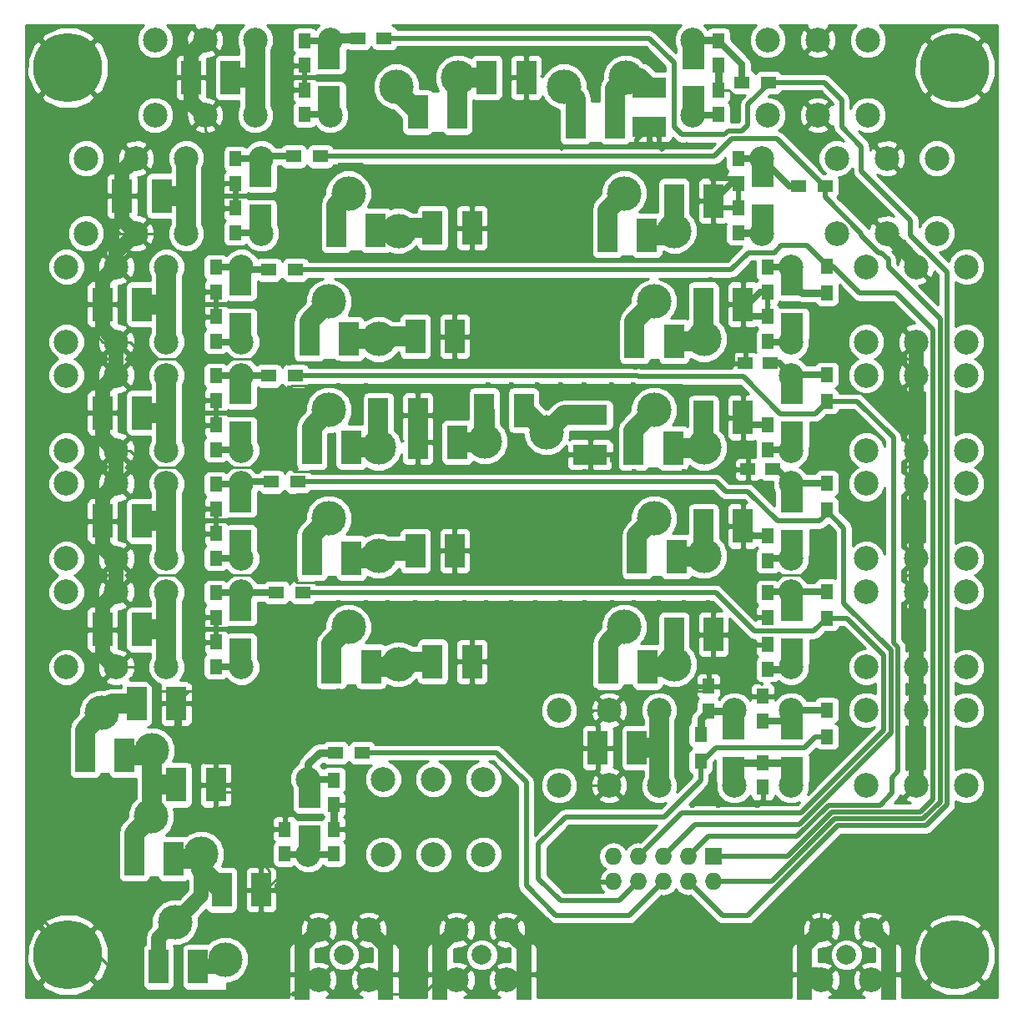
<source format=gbr>
G04 #@! TF.FileFunction,Copper,L4,Bot,Signal*
%FSLAX46Y46*%
G04 Gerber Fmt 4.6, Leading zero omitted, Abs format (unit mm)*
G04 Created by KiCad (PCBNEW 4.0.7) date 12/14/17 19:40:15*
%MOMM*%
%LPD*%
G01*
G04 APERTURE LIST*
%ADD10C,0.100000*%
%ADD11R,1.727200X1.727200*%
%ADD12O,1.727200X1.727200*%
%ADD13C,2.500000*%
%ADD14R,1.250000X1.500000*%
%ADD15C,3.500000*%
%ADD16R,1.500000X1.250000*%
%ADD17C,1.998980*%
%ADD18C,2.499360*%
%ADD19C,7.000000*%
%ADD20R,2.000000X3.500000*%
%ADD21R,2.300000X2.500000*%
%ADD22R,1.500000X1.300000*%
%ADD23R,1.300000X1.500000*%
%ADD24R,3.500000X2.000000*%
%ADD25R,1.500000X5.080000*%
%ADD26C,0.600000*%
%ADD27C,0.250000*%
%ADD28C,0.500000*%
%ADD29C,1.500000*%
%ADD30C,1.000000*%
%ADD31C,0.700000*%
%ADD32C,0.800000*%
%ADD33C,2.000000*%
%ADD34C,2.500000*%
%ADD35C,0.254000*%
G04 APERTURE END LIST*
D10*
D11*
X125500000Y-130000000D03*
D12*
X125500000Y-132540000D03*
X122960000Y-130000000D03*
X122960000Y-132540000D03*
X120420000Y-130000000D03*
X120420000Y-132540000D03*
X117880000Y-130000000D03*
X117880000Y-132540000D03*
X115340000Y-130000000D03*
X115340000Y-132540000D03*
D13*
X133380000Y-70190000D03*
X133380000Y-77810000D03*
X141000000Y-70190000D03*
X141000000Y-77810000D03*
X146080000Y-70190000D03*
X146080000Y-77810000D03*
X151160000Y-70190000D03*
X151160000Y-77810000D03*
D14*
X130500000Y-120500000D03*
X130500000Y-123000000D03*
D15*
X119460000Y-95730000D03*
X124540000Y-99540000D03*
D13*
X127620000Y-122810000D03*
X127620000Y-115190000D03*
X120000000Y-122810000D03*
X120000000Y-115190000D03*
X114920000Y-122810000D03*
X114920000Y-115190000D03*
X109840000Y-122810000D03*
X109840000Y-115190000D03*
X86620000Y-54810000D03*
X86620000Y-47190000D03*
X79000000Y-54810000D03*
X79000000Y-47190000D03*
X73920000Y-54810000D03*
X73920000Y-47190000D03*
X68840000Y-54810000D03*
X68840000Y-47190000D03*
X133380000Y-103190000D03*
X133380000Y-110810000D03*
X141000000Y-103190000D03*
X141000000Y-110810000D03*
X146080000Y-103190000D03*
X146080000Y-110810000D03*
X151160000Y-103190000D03*
X151160000Y-110810000D03*
D15*
X86460000Y-95730000D03*
X91540000Y-99540000D03*
D14*
X84000000Y-47250000D03*
X84000000Y-49750000D03*
X77000000Y-59250000D03*
X77000000Y-61750000D03*
X75000000Y-70250000D03*
X75000000Y-72750000D03*
X75000000Y-81250000D03*
X75000000Y-83750000D03*
X75000000Y-92250000D03*
X75000000Y-94750000D03*
X75000000Y-103250000D03*
X75000000Y-105750000D03*
X84000000Y-54750000D03*
X84000000Y-52250000D03*
X128000000Y-66750000D03*
X128000000Y-64250000D03*
X75000000Y-77750000D03*
X75000000Y-75250000D03*
X75000000Y-88750000D03*
X75000000Y-86250000D03*
X75000000Y-99750000D03*
X75000000Y-97250000D03*
X75000000Y-110750000D03*
X75000000Y-108250000D03*
X126000000Y-49750000D03*
X126000000Y-47250000D03*
X128000000Y-61750000D03*
X128000000Y-59250000D03*
X131000000Y-72750000D03*
X131000000Y-70250000D03*
D16*
X128750000Y-80000000D03*
X131250000Y-80000000D03*
X129000000Y-90750000D03*
X131500000Y-90750000D03*
D14*
X131000000Y-105750000D03*
X131000000Y-103250000D03*
X126000000Y-54750000D03*
X126000000Y-52250000D03*
X77000000Y-66750000D03*
X77000000Y-64250000D03*
X131000000Y-77750000D03*
X131000000Y-75250000D03*
X131000000Y-88750000D03*
X131000000Y-86250000D03*
X131000000Y-100000000D03*
X131000000Y-97500000D03*
X131000000Y-111000000D03*
X131000000Y-108500000D03*
X82000000Y-129750000D03*
X82000000Y-127250000D03*
X87000000Y-129750000D03*
X87000000Y-127250000D03*
D17*
X102000000Y-140000000D03*
D18*
X104540000Y-137460000D03*
X104540000Y-142540000D03*
X99460000Y-142540000D03*
X99460000Y-137460000D03*
D17*
X139000000Y-140000000D03*
D18*
X141540000Y-137460000D03*
X141540000Y-142540000D03*
X136460000Y-142540000D03*
X136460000Y-137460000D03*
D19*
X60000000Y-50000000D03*
X150000000Y-140000000D03*
X60000000Y-140000000D03*
X150000000Y-50000000D03*
D17*
X88000000Y-140000000D03*
D18*
X90540000Y-137460000D03*
X90540000Y-142540000D03*
X85460000Y-142540000D03*
X85460000Y-137460000D03*
D15*
X86460000Y-84730000D03*
X91540000Y-88540000D03*
X75940000Y-140470000D03*
X70860000Y-136660000D03*
X93305923Y-51898026D03*
X99592102Y-51000000D03*
X88460000Y-62730000D03*
X93540000Y-66540000D03*
X86460000Y-73730000D03*
X91540000Y-77540000D03*
X88460000Y-106730000D03*
X93540000Y-110540000D03*
X73540000Y-129770000D03*
X68460000Y-125960000D03*
X110305923Y-51898026D03*
X116592102Y-51000000D03*
X116460000Y-62730000D03*
X121540000Y-66540000D03*
X119460000Y-73730000D03*
X124540000Y-77540000D03*
X116460000Y-106730000D03*
X121540000Y-110540000D03*
X68540000Y-119270000D03*
X63460000Y-115460000D03*
X119460000Y-84730000D03*
X124540000Y-88540000D03*
D13*
X84380000Y-122190000D03*
X84380000Y-129810000D03*
X92000000Y-122190000D03*
X92000000Y-129810000D03*
X97080000Y-122190000D03*
X97080000Y-129810000D03*
X102160000Y-122190000D03*
X102160000Y-129810000D03*
X79620000Y-66810000D03*
X79620000Y-59190000D03*
X72000000Y-66810000D03*
X72000000Y-59190000D03*
X66920000Y-66810000D03*
X66920000Y-59190000D03*
X61840000Y-66810000D03*
X61840000Y-59190000D03*
X77620000Y-77810000D03*
X77620000Y-70190000D03*
X70000000Y-77810000D03*
X70000000Y-70190000D03*
X64920000Y-77810000D03*
X64920000Y-70190000D03*
X59840000Y-77810000D03*
X59840000Y-70190000D03*
X77620000Y-88810000D03*
X77620000Y-81190000D03*
X70000000Y-88810000D03*
X70000000Y-81190000D03*
X64920000Y-88810000D03*
X64920000Y-81190000D03*
X59840000Y-88810000D03*
X59840000Y-81190000D03*
X77620000Y-99810000D03*
X77620000Y-92190000D03*
X70000000Y-99810000D03*
X70000000Y-92190000D03*
X64920000Y-99810000D03*
X64920000Y-92190000D03*
X59840000Y-99810000D03*
X59840000Y-92190000D03*
X77620000Y-110810000D03*
X77620000Y-103190000D03*
X70000000Y-110810000D03*
X70000000Y-103190000D03*
X64920000Y-110810000D03*
X64920000Y-103190000D03*
X59840000Y-110810000D03*
X59840000Y-103190000D03*
X123380000Y-47190000D03*
X123380000Y-54810000D03*
X131000000Y-47190000D03*
X131000000Y-54810000D03*
X136080000Y-47190000D03*
X136080000Y-54810000D03*
X141160000Y-47190000D03*
X141160000Y-54810000D03*
X130380000Y-59190000D03*
X130380000Y-66810000D03*
X138000000Y-59190000D03*
X138000000Y-66810000D03*
X143080000Y-59190000D03*
X143080000Y-66810000D03*
X148160000Y-59190000D03*
X148160000Y-66810000D03*
X133380000Y-81190000D03*
X133380000Y-88810000D03*
X141000000Y-81190000D03*
X141000000Y-88810000D03*
X146080000Y-81190000D03*
X146080000Y-88810000D03*
X151160000Y-81190000D03*
X151160000Y-88810000D03*
X133380000Y-92190000D03*
X133380000Y-99810000D03*
X141000000Y-92190000D03*
X141000000Y-99810000D03*
X146080000Y-92190000D03*
X146080000Y-99810000D03*
X151160000Y-92190000D03*
X151160000Y-99810000D03*
D14*
X87000000Y-122250000D03*
X87000000Y-124750000D03*
X125000000Y-115250000D03*
X125000000Y-112750000D03*
D20*
X117750000Y-119000000D03*
X113750000Y-119000000D03*
D14*
X130500000Y-113750000D03*
X130500000Y-116250000D03*
D13*
X133380000Y-115190000D03*
X133380000Y-122810000D03*
X141000000Y-115190000D03*
X141000000Y-122810000D03*
X146080000Y-115190000D03*
X146080000Y-122810000D03*
X151160000Y-115190000D03*
X151160000Y-122810000D03*
D21*
X84500000Y-128150000D03*
X84500000Y-123850000D03*
X123500000Y-53150000D03*
X123500000Y-48850000D03*
X86500000Y-53150000D03*
X86500000Y-48850000D03*
X79500000Y-65150000D03*
X79500000Y-60850000D03*
X77500000Y-76150000D03*
X77500000Y-71850000D03*
X77500000Y-87150000D03*
X77500000Y-82850000D03*
X77500000Y-98150000D03*
X77500000Y-93850000D03*
X77500000Y-109150000D03*
X77500000Y-104850000D03*
X127500000Y-121150000D03*
X127500000Y-116850000D03*
X130500000Y-65150000D03*
X130500000Y-60850000D03*
X133500000Y-87150000D03*
X133500000Y-82850000D03*
X133500000Y-98150000D03*
X133500000Y-93850000D03*
X133500000Y-109150000D03*
X133500000Y-104850000D03*
X133500000Y-121150000D03*
X133500000Y-116850000D03*
X133500000Y-76150000D03*
X133500000Y-71850000D03*
D15*
X102305923Y-87898026D03*
X108592102Y-87000000D03*
D22*
X89400000Y-47000000D03*
X92100000Y-47000000D03*
X82900000Y-59000000D03*
X85600000Y-59000000D03*
X80400000Y-70500000D03*
X83100000Y-70500000D03*
X80400000Y-81250000D03*
X83100000Y-81250000D03*
X80650000Y-92000000D03*
X83350000Y-92000000D03*
X81150000Y-103250000D03*
X83850000Y-103250000D03*
D23*
X124200000Y-117650000D03*
X124200000Y-120350000D03*
D22*
X131100000Y-51500000D03*
X128400000Y-51500000D03*
X136850000Y-62000000D03*
X134150000Y-62000000D03*
D23*
X137000000Y-70150000D03*
X137000000Y-72850000D03*
X137000000Y-83850000D03*
X137000000Y-81150000D03*
X137000000Y-94850000D03*
X137000000Y-92150000D03*
X137000000Y-105850000D03*
X137000000Y-103150000D03*
X137000000Y-117850000D03*
X137000000Y-115150000D03*
D22*
X87150000Y-119500000D03*
X89850000Y-119500000D03*
D20*
X63500000Y-85000000D03*
X67500000Y-85000000D03*
X84750000Y-88500000D03*
X88750000Y-88500000D03*
X73200000Y-141200000D03*
X69200000Y-141200000D03*
X95500000Y-85250000D03*
X91500000Y-85250000D03*
X72500000Y-51000000D03*
X76500000Y-51000000D03*
X65500000Y-63000000D03*
X69500000Y-63000000D03*
X63500000Y-74000000D03*
X67500000Y-74000000D03*
X63500000Y-96000000D03*
X67500000Y-96000000D03*
X63500000Y-107000000D03*
X67500000Y-107000000D03*
X79600000Y-133400000D03*
X75600000Y-133400000D03*
X95500000Y-54500000D03*
X99500000Y-54500000D03*
X87250000Y-66500000D03*
X91250000Y-66500000D03*
X84500000Y-77500000D03*
X88500000Y-77500000D03*
X84750000Y-99750000D03*
X88750000Y-99750000D03*
X86750000Y-110750000D03*
X90750000Y-110750000D03*
X70750000Y-130250000D03*
X66750000Y-130250000D03*
X95500000Y-88000000D03*
X99500000Y-88000000D03*
X106500000Y-51000000D03*
X102500000Y-51000000D03*
X101000000Y-66250000D03*
X97000000Y-66250000D03*
X99250000Y-77250000D03*
X95250000Y-77250000D03*
X102250000Y-84750000D03*
X106250000Y-84750000D03*
X99250000Y-99000000D03*
X95250000Y-99000000D03*
X101000000Y-110250000D03*
X97000000Y-110250000D03*
X75000000Y-122750000D03*
X71000000Y-122750000D03*
X111500000Y-55500000D03*
X115500000Y-55500000D03*
X114750000Y-67000000D03*
X118750000Y-67000000D03*
X117500000Y-77750000D03*
X121500000Y-77750000D03*
D24*
X113000000Y-89250000D03*
X113000000Y-85250000D03*
D20*
X117750000Y-99600000D03*
X121750000Y-99600000D03*
X114800000Y-110800000D03*
X118800000Y-110800000D03*
X65750000Y-119750000D03*
X61750000Y-119750000D03*
D24*
X119000000Y-56000000D03*
X119000000Y-52000000D03*
D20*
X125500000Y-63500000D03*
X121500000Y-63500000D03*
X128500000Y-74000000D03*
X124500000Y-74000000D03*
X128500000Y-96500000D03*
X124500000Y-96500000D03*
X125500000Y-107500000D03*
X121500000Y-107500000D03*
X117400000Y-88600000D03*
X121400000Y-88600000D03*
X128500000Y-85500000D03*
X124500000Y-85500000D03*
X67000000Y-114500000D03*
X71000000Y-114500000D03*
D25*
X97750000Y-142000000D03*
X106250000Y-142000000D03*
X83750000Y-142000000D03*
X92250000Y-142000000D03*
X134750000Y-142000000D03*
X143250000Y-142000000D03*
D26*
X127800000Y-55400000D03*
X127800000Y-54599994D03*
X127800000Y-53800000D03*
X127800000Y-53000000D03*
X124768593Y-58013518D03*
X138000000Y-132250000D03*
X118500000Y-124750000D03*
X154000000Y-127750000D03*
X153250000Y-129000000D03*
X153000000Y-130250000D03*
X152000000Y-131250000D03*
X151000000Y-132250000D03*
X150000000Y-133250000D03*
X149000000Y-134250000D03*
X148000000Y-135000000D03*
X146750000Y-135500000D03*
X145000000Y-135500000D03*
X143000000Y-135500000D03*
X137000000Y-134000000D03*
X146750000Y-129249996D03*
X149000000Y-127000000D03*
X148000000Y-128000000D03*
X145000000Y-130000000D03*
X143000000Y-130000000D03*
X141000000Y-130000000D03*
X139000000Y-131000000D03*
X123400000Y-124800000D03*
X126000000Y-124800000D03*
X130000000Y-124800000D03*
X115000000Y-125000000D03*
X110000000Y-125000000D03*
X130000000Y-140000000D03*
X125000000Y-140000000D03*
X120000000Y-140000000D03*
X120000000Y-140000000D03*
X115000000Y-140000000D03*
X110000000Y-140000000D03*
X90500000Y-132000000D03*
X91500000Y-132000000D03*
X92500000Y-132000000D03*
X93500000Y-131500000D03*
X94000000Y-130500000D03*
X89500000Y-131500000D03*
X89000000Y-132000000D03*
X88500000Y-132500000D03*
X88000000Y-133000000D03*
X87500000Y-133500000D03*
X87000000Y-134000000D03*
X86500000Y-134500000D03*
X86000000Y-135000000D03*
X85500000Y-135500000D03*
X104500000Y-122000000D03*
X104500000Y-124000000D03*
X104500000Y-126500000D03*
X104500000Y-129000000D03*
X104500000Y-131000000D03*
X104500000Y-132000000D03*
X104500000Y-133000000D03*
X104500000Y-134000000D03*
X104500000Y-135000000D03*
X92500000Y-136500000D03*
X94000000Y-136000000D03*
X95000000Y-135000000D03*
X81500000Y-132000000D03*
X81244332Y-133044332D03*
X97500000Y-142000000D03*
X98000000Y-132000000D03*
X97000000Y-133000000D03*
X94000000Y-144000000D03*
X83000000Y-144000000D03*
X96000000Y-144000000D03*
X94000000Y-141000000D03*
X96000000Y-134000000D03*
X117750000Y-58000000D03*
X120000000Y-58000000D03*
X117399994Y-82200000D03*
X115200000Y-82200000D03*
X112399990Y-82200000D03*
X110000000Y-82200000D03*
X107600000Y-82200000D03*
X105000000Y-82200000D03*
X102600000Y-82200016D03*
X117600000Y-102200000D03*
X122600000Y-102200000D03*
X120000000Y-102200000D03*
X122600000Y-80400000D03*
X117600000Y-80400000D03*
X112500000Y-69500000D03*
X117000000Y-69500000D03*
X92500000Y-102250000D03*
X87500000Y-102250004D03*
X122500000Y-58000000D03*
X115250000Y-58000000D03*
X112500000Y-58000000D03*
X109750000Y-58000000D03*
X82500000Y-60499998D03*
X127500000Y-71500000D03*
X125250000Y-71500004D03*
X138500000Y-90000000D03*
X136500000Y-88000000D03*
X146000000Y-85000000D03*
X138500000Y-88000000D03*
X136500000Y-90000000D03*
X146000000Y-96000000D03*
X137500000Y-99500000D03*
X135500000Y-101500000D03*
X127500000Y-102000000D03*
X137500000Y-101500000D03*
X137500000Y-98500000D03*
X107500000Y-80000000D03*
X112500000Y-80000000D03*
X127500000Y-80000000D03*
X102500000Y-80000000D03*
X115250000Y-80000000D03*
X110000000Y-80000000D03*
X105000000Y-80000000D03*
X127499996Y-78500000D03*
X128500000Y-77000000D03*
X122500000Y-72000000D03*
X122500000Y-69000000D03*
X129500000Y-71500000D03*
X117500000Y-91000000D03*
X122500000Y-91000000D03*
X127500000Y-91000000D03*
X120000000Y-91000000D03*
X127500002Y-89250000D03*
X115250000Y-91000000D03*
X128600000Y-88200000D03*
X125000000Y-82500000D03*
X100000000Y-82500000D03*
X95250000Y-82500000D03*
X90250000Y-82250000D03*
X122500000Y-82500000D03*
X97500000Y-82500000D03*
X92500000Y-82500000D03*
X87500000Y-82250000D03*
X82500000Y-82500000D03*
X82500000Y-90500000D03*
X75000000Y-90500000D03*
X79750000Y-90500000D03*
X127600000Y-83000000D03*
X146000000Y-107000000D03*
X146000000Y-113000000D03*
X146000000Y-119000000D03*
X89500000Y-124000000D03*
X89500000Y-126500000D03*
X89500000Y-121500000D03*
X94500000Y-126500000D03*
X95000000Y-117800000D03*
X94500000Y-124000000D03*
X94500000Y-121500000D03*
X94500000Y-129000000D03*
X99500000Y-124000000D03*
X99500000Y-129000000D03*
X99500000Y-131500000D03*
X99500000Y-126500000D03*
X99500000Y-121500000D03*
X117500000Y-46000000D03*
X112500000Y-46000000D03*
X107500000Y-46000000D03*
X102500000Y-46000000D03*
X97500000Y-48250000D03*
X100000000Y-46000000D03*
X97500000Y-46000000D03*
X105000000Y-46000000D03*
X110000000Y-46000000D03*
X115000000Y-46000000D03*
X120500000Y-46000000D03*
X110000000Y-91000000D03*
X110500000Y-89750000D03*
X115250000Y-89750000D03*
X102500000Y-71750000D03*
X107500000Y-71750000D03*
X112500000Y-71750000D03*
X117500000Y-71750000D03*
X105000000Y-71750000D03*
X110000000Y-71750000D03*
X115250000Y-71750000D03*
X82500008Y-73750000D03*
X125500000Y-61250000D03*
X125000000Y-60250000D03*
X122500000Y-60250000D03*
X127500000Y-100499994D03*
X125000000Y-67250000D03*
X82500000Y-57000000D03*
X75000000Y-68500000D03*
X82500002Y-68500000D03*
X82500010Y-101500000D03*
X75000000Y-101500000D03*
X79750000Y-101500000D03*
X72500000Y-101500000D03*
X82500000Y-94000016D03*
X71400000Y-117800000D03*
X75000000Y-125500000D03*
X79500000Y-125000000D03*
X77500000Y-123500000D03*
X79500000Y-127500000D03*
X79500000Y-130500000D03*
X79500000Y-122000000D03*
X75000000Y-120500000D03*
X77400000Y-117800000D03*
X85200000Y-117800000D03*
X90200000Y-117800000D03*
X100200000Y-117800000D03*
X92600000Y-117800000D03*
X82600000Y-117800000D03*
X75000000Y-117800000D03*
X73000000Y-117800000D03*
X79800000Y-117800000D03*
X87600000Y-117800000D03*
X97600000Y-117800000D03*
X102600000Y-117800000D03*
X77400000Y-113250000D03*
X72400000Y-112200000D03*
X72400000Y-109800000D03*
X73000000Y-113250000D03*
X112500000Y-116000000D03*
X112500000Y-122250000D03*
X71750000Y-53750000D03*
X71750000Y-48250000D03*
X64500000Y-60500000D03*
X64500000Y-66000000D03*
X62750000Y-71250000D03*
X62750000Y-77000000D03*
X62750000Y-82250000D03*
X62750000Y-87750000D03*
X62750000Y-93250000D03*
X62750000Y-98750000D03*
X62750000Y-109750000D03*
X62750000Y-104250000D03*
X99250000Y-107250000D03*
X100250000Y-104250000D03*
X101250000Y-107250000D03*
X97500000Y-96000000D03*
X97500000Y-93250000D03*
X100000000Y-96000000D03*
X97500000Y-74750000D03*
X97500000Y-71750000D03*
X100000000Y-74750000D03*
X99250000Y-63500000D03*
X100000000Y-60250000D03*
X101250000Y-63500000D03*
X105000000Y-54500000D03*
X105000000Y-57500000D03*
X107250000Y-54500000D03*
X115000000Y-48250000D03*
X110000000Y-48250000D03*
X105000000Y-48250000D03*
X95250000Y-48250000D03*
X90250000Y-57500000D03*
X90250000Y-60250000D03*
X95250000Y-60250000D03*
X95250000Y-57500000D03*
X100000000Y-57500000D03*
X125000000Y-69000000D03*
X120000000Y-60250000D03*
X114750000Y-60250000D03*
X110000000Y-60250000D03*
X105000000Y-60250000D03*
X100000000Y-69000000D03*
X105000000Y-69000000D03*
X110000000Y-69000000D03*
X100000000Y-80000000D03*
X100000000Y-71750000D03*
X90250000Y-71750000D03*
X95250000Y-71750000D03*
X115250000Y-102000000D03*
X110000000Y-102000000D03*
X105000000Y-102000000D03*
X100250000Y-102000000D03*
X95250000Y-102000000D03*
X112500000Y-102000000D03*
X107500000Y-102000000D03*
X102500000Y-102000000D03*
X97500000Y-102000000D03*
X87500000Y-93250000D03*
X92500000Y-93250000D03*
X102500000Y-93250000D03*
X107500000Y-93250000D03*
X112500000Y-93250000D03*
X117500000Y-93250000D03*
X122500000Y-93250000D03*
X90250000Y-93250000D03*
X95250000Y-93250000D03*
X100000000Y-93250000D03*
X105000000Y-93250000D03*
X110000000Y-93250000D03*
X115250000Y-93250000D03*
X125000000Y-93250000D03*
X110000000Y-112950001D03*
X105000000Y-113250000D03*
X100000000Y-113250000D03*
X84500000Y-113250000D03*
X84500000Y-111250000D03*
X84500000Y-109500000D03*
X79750000Y-113250000D03*
X125000000Y-104250000D03*
X120000000Y-104250000D03*
X115250000Y-104250000D03*
X110000000Y-104250000D03*
X105000000Y-104250000D03*
X90250000Y-104250000D03*
X95250000Y-104250000D03*
X117500000Y-60250000D03*
X112500000Y-60250000D03*
X107500000Y-60250000D03*
X102500000Y-60250000D03*
X97500000Y-60250000D03*
X92500000Y-60250000D03*
X122500000Y-104250000D03*
X117500000Y-104250000D03*
X112500000Y-104250000D03*
X107500000Y-104250000D03*
X102500000Y-104250000D03*
X97500000Y-104250000D03*
X92500000Y-104250000D03*
X87500000Y-104250000D03*
X87500000Y-104250000D03*
X92500000Y-71750000D03*
X88500000Y-71750000D03*
X82500000Y-80000000D03*
X75000000Y-79500000D03*
X125000000Y-110500000D03*
X75000000Y-113250000D03*
X82500000Y-113250000D03*
X87500000Y-113250000D03*
X92500000Y-113250000D03*
X97500000Y-113250000D03*
X102500000Y-113250000D03*
X107500000Y-113250000D03*
X112450001Y-112950001D03*
X117500000Y-113250000D03*
X122500000Y-113250000D03*
X97500000Y-80000000D03*
X92500000Y-80000000D03*
X87500000Y-80000000D03*
X107500000Y-69000000D03*
X102500000Y-69000000D03*
X97500000Y-69000000D03*
X92500000Y-69000000D03*
X88500000Y-69000000D03*
X154000000Y-56000000D03*
X154000000Y-76000000D03*
X154000000Y-96000000D03*
X154000000Y-116000000D03*
X154000000Y-136000000D03*
X154000000Y-126000000D03*
X154000000Y-106000000D03*
X154000000Y-86000000D03*
X154000000Y-66000000D03*
X77000000Y-144000000D03*
X67000000Y-144000000D03*
X56000000Y-55000000D03*
X56000000Y-75000000D03*
X56000000Y-95000000D03*
X56000000Y-115000000D03*
X56000000Y-135000000D03*
X56000000Y-125000000D03*
X56000000Y-105000000D03*
X56000000Y-85000000D03*
X56000000Y-65000000D03*
X112500000Y-48250000D03*
X102500000Y-48250000D03*
X92500000Y-57500000D03*
X107500000Y-48250000D03*
X117500000Y-48250000D03*
X102500000Y-57500000D03*
X75000000Y-57500000D03*
X77500000Y-57500000D03*
X87500000Y-57500000D03*
X97500000Y-57500000D03*
X107500000Y-57500000D03*
X112500000Y-91000000D03*
X95250000Y-91000000D03*
X100000000Y-91000000D03*
X105000000Y-91000000D03*
X107500000Y-91000000D03*
X102500000Y-91000000D03*
X97500000Y-91000000D03*
X92500000Y-91000000D03*
X87500020Y-91000000D03*
D27*
X127800000Y-53800000D02*
X127800000Y-54599994D01*
X127800000Y-53000000D02*
X127800000Y-53800000D01*
X127500001Y-52700001D02*
X127800000Y-53000000D01*
X127050000Y-52250000D02*
X127500001Y-52700001D01*
X126000000Y-52250000D02*
X127050000Y-52250000D01*
D28*
X122500000Y-58000000D02*
X124755075Y-58000000D01*
X124344329Y-58013518D02*
X124768593Y-58013518D01*
X123013518Y-58013518D02*
X124344329Y-58013518D01*
X124755075Y-58000000D02*
X124768593Y-58013518D01*
X122750000Y-57750000D02*
X123013518Y-58013518D01*
D29*
X72500000Y-51000000D02*
X72500000Y-48610000D01*
X72500000Y-48610000D02*
X73920000Y-47190000D01*
X72500000Y-51000000D02*
X72500000Y-53390000D01*
X72500000Y-53390000D02*
X73920000Y-54810000D01*
X65500000Y-63000000D02*
X65500000Y-60610000D01*
X65500000Y-60610000D02*
X66920000Y-59190000D01*
X65500000Y-63000000D02*
X65500000Y-65390000D01*
X65500000Y-65390000D02*
X66920000Y-66810000D01*
X64920000Y-70190000D02*
X64920000Y-68810000D01*
X64920000Y-68810000D02*
X66920000Y-66810000D01*
X63500000Y-74000000D02*
X63500000Y-71610000D01*
X63500000Y-71610000D02*
X64920000Y-70190000D01*
X63500000Y-74000000D02*
X63500000Y-76390000D01*
X63500000Y-76390000D02*
X64920000Y-77810000D01*
X64920000Y-81190000D02*
X64920000Y-77810000D01*
X63500000Y-85000000D02*
X63500000Y-82610000D01*
X63500000Y-82610000D02*
X64920000Y-81190000D01*
X63500000Y-85000000D02*
X63500000Y-87390000D01*
X63500000Y-87390000D02*
X64920000Y-88810000D01*
X64920000Y-92190000D02*
X64920000Y-88810000D01*
X63500000Y-96000000D02*
X63500000Y-93610000D01*
X63500000Y-93610000D02*
X64920000Y-92190000D01*
X63500000Y-96000000D02*
X63500000Y-98390000D01*
X63500000Y-98390000D02*
X64920000Y-99810000D01*
X64920000Y-103190000D02*
X64920000Y-99810000D01*
X63500000Y-107000000D02*
X63500000Y-104610000D01*
X63500000Y-104610000D02*
X64920000Y-103190000D01*
X63500000Y-107000000D02*
X63500000Y-109390000D01*
X63500000Y-109390000D02*
X64920000Y-110810000D01*
X146080000Y-70190000D02*
X146080000Y-69810000D01*
X146080000Y-69810000D02*
X143080000Y-66810000D01*
X146080000Y-122810000D02*
X146080000Y-115190000D01*
X146080000Y-115190000D02*
X146080000Y-110810000D01*
X146080000Y-110810000D02*
X146080000Y-103190000D01*
X146080000Y-103190000D02*
X146080000Y-99810000D01*
X146080000Y-99810000D02*
X146080000Y-92190000D01*
X146080000Y-92190000D02*
X146080000Y-88810000D01*
X146080000Y-88810000D02*
X146080000Y-81190000D01*
X146080000Y-81190000D02*
X146080000Y-77810000D01*
D27*
X138000000Y-132000000D02*
X138000000Y-132250000D01*
X139000000Y-131000000D02*
X138000000Y-132000000D01*
X153700001Y-128049999D02*
X154000000Y-127750000D01*
X153250000Y-128500000D02*
X153700001Y-128049999D01*
X153250000Y-129000000D02*
X153250000Y-128500000D01*
X152299999Y-130950001D02*
X153000000Y-130250000D01*
X152000000Y-131250000D02*
X152299999Y-130950001D01*
X150000000Y-133250000D02*
X151000000Y-132250000D01*
X148549999Y-134700001D02*
X149000000Y-134250000D01*
X148000000Y-135000000D02*
X148299999Y-134700001D01*
X148299999Y-134700001D02*
X148549999Y-134700001D01*
X143000000Y-135500000D02*
X145000000Y-135500000D01*
X136700001Y-134299999D02*
X137000000Y-134000000D01*
X136460000Y-134540000D02*
X136700001Y-134299999D01*
X136460000Y-137460000D02*
X136460000Y-134540000D01*
X145999996Y-130000000D02*
X146450001Y-129549995D01*
X145000000Y-130000000D02*
X145999996Y-130000000D01*
X146450001Y-129549995D02*
X146750000Y-129249996D01*
X148000000Y-128000000D02*
X149000000Y-127000000D01*
X141000000Y-130000000D02*
X143000000Y-130000000D01*
X130000000Y-124800000D02*
X126000000Y-124800000D01*
X130500000Y-123000000D02*
X130500000Y-124300000D01*
X130500000Y-124300000D02*
X130000000Y-124800000D01*
X110000000Y-125000000D02*
X115000000Y-125000000D01*
X120000000Y-140000000D02*
X125000000Y-140000000D01*
X110000000Y-140000000D02*
X115000000Y-140000000D01*
D29*
X134750000Y-142000000D02*
X134750000Y-139170000D01*
X134750000Y-139170000D02*
X136460000Y-137460000D01*
X143250000Y-142000000D02*
X143250000Y-139170000D01*
X143250000Y-139170000D02*
X141540000Y-137460000D01*
X142710000Y-142540000D02*
X143250000Y-142000000D01*
X134750000Y-142000000D02*
X135920000Y-142000000D01*
X135920000Y-142000000D02*
X136460000Y-142540000D01*
D27*
X90500000Y-132000000D02*
X90500000Y-132500000D01*
X92500000Y-132000000D02*
X91500000Y-132000000D01*
X94000000Y-130500000D02*
X94000000Y-131000000D01*
X94000000Y-131000000D02*
X93500000Y-131500000D01*
X89000000Y-132000000D02*
X89500000Y-131500000D01*
X88500000Y-132500000D02*
X89000000Y-132000000D01*
X87500000Y-133500000D02*
X88000000Y-133000000D01*
X86500000Y-134500000D02*
X87000000Y-134000000D01*
X85500000Y-135500000D02*
X86000000Y-135000000D01*
X104500000Y-122000000D02*
X104500000Y-122500000D01*
X104500000Y-126500000D02*
X104500000Y-124000000D01*
X104500000Y-131000000D02*
X104500000Y-129000000D01*
X104500000Y-133000000D02*
X104500000Y-132000000D01*
X104500000Y-135000000D02*
X104500000Y-134000000D01*
X94000000Y-141000000D02*
X94000000Y-137000000D01*
X94000000Y-137000000D02*
X93500000Y-136500000D01*
X93500000Y-136500000D02*
X92500000Y-136500000D01*
X94000000Y-136000000D02*
X93500000Y-136500000D01*
X95000000Y-135000000D02*
X94000000Y-136000000D01*
X96000000Y-134000000D02*
X95000000Y-135000000D01*
X81200001Y-132299999D02*
X81500000Y-132000000D01*
X80500000Y-133000000D02*
X81200001Y-132299999D01*
X80500000Y-133500000D02*
X80500000Y-133000000D01*
X80788664Y-133500000D02*
X80944333Y-133344331D01*
X80500000Y-133500000D02*
X80788664Y-133500000D01*
X80944333Y-133344331D02*
X81244332Y-133044332D01*
D29*
X83750000Y-142000000D02*
X83750000Y-139170000D01*
X83750000Y-139170000D02*
X85460000Y-137460000D01*
X84290000Y-142540000D02*
X83750000Y-142000000D01*
X91710000Y-142540000D02*
X92250000Y-142000000D01*
X92250000Y-142000000D02*
X92250000Y-139170000D01*
X92250000Y-139170000D02*
X90540000Y-137460000D01*
X97750000Y-142000000D02*
X97750000Y-139170000D01*
X97750000Y-139170000D02*
X99460000Y-137460000D01*
X106250000Y-142000000D02*
X106250000Y-139170000D01*
X106250000Y-139170000D02*
X104540000Y-137460000D01*
X105710000Y-142540000D02*
X106250000Y-142000000D01*
X98290000Y-142540000D02*
X97750000Y-142000000D01*
D27*
X97500000Y-142424264D02*
X97500000Y-142000000D01*
X97500000Y-142500000D02*
X97500000Y-142424264D01*
X96000000Y-144000000D02*
X97500000Y-142500000D01*
X97000000Y-133000000D02*
X96000000Y-134000000D01*
X98000000Y-132000000D02*
X97000000Y-133000000D01*
X99500000Y-131500000D02*
X99000000Y-132000000D01*
X99000000Y-132000000D02*
X98000000Y-132000000D01*
X94000000Y-141000000D02*
X94000000Y-144000000D01*
X93575736Y-144000000D02*
X94000000Y-144000000D01*
X92000000Y-144000000D02*
X93575736Y-144000000D01*
X90540000Y-142540000D02*
X92000000Y-144000000D01*
X77000000Y-144000000D02*
X83000000Y-144000000D01*
D28*
X84000000Y-51000000D02*
X81500000Y-51000000D01*
X84000000Y-51000000D02*
X85500000Y-51000000D01*
X84000000Y-49750000D02*
X84000000Y-51000000D01*
X84000000Y-51000000D02*
X84000000Y-52250000D01*
X119000000Y-58000000D02*
X119000000Y-56000000D01*
X117750000Y-58000000D02*
X117750000Y-57250000D01*
X117750000Y-57250000D02*
X119000000Y-56000000D01*
X120000000Y-58000000D02*
X120000000Y-57000000D01*
X120000000Y-57000000D02*
X119000000Y-56000000D01*
X77500000Y-63000000D02*
X74500000Y-63000000D01*
X77000000Y-63000000D02*
X77500000Y-63000000D01*
X77500000Y-63000000D02*
X78500000Y-63000000D01*
X77000000Y-61750000D02*
X77000000Y-63000000D01*
X77000000Y-63000000D02*
X77000000Y-64250000D01*
X75000000Y-74000000D02*
X73000000Y-74000000D01*
X75000000Y-74000000D02*
X77000000Y-74000000D01*
X75000000Y-72750000D02*
X75000000Y-74000000D01*
X75000000Y-74000000D02*
X75000000Y-75250000D01*
X75000000Y-85000000D02*
X73500000Y-85000000D01*
X75000000Y-85000000D02*
X77000000Y-85000000D01*
X75000000Y-83750000D02*
X75000000Y-85000000D01*
X75000000Y-85000000D02*
X75000000Y-86250000D01*
X75000000Y-96000000D02*
X73000000Y-96000000D01*
X75000000Y-96000000D02*
X79000000Y-96000000D01*
X75000000Y-94750000D02*
X75000000Y-96000000D01*
X75000000Y-96000000D02*
X75000000Y-97250000D01*
X75000000Y-107000000D02*
X72500000Y-107000000D01*
X75000000Y-107000000D02*
X80000000Y-107000000D01*
X75000000Y-105750000D02*
X75000000Y-107000000D01*
X75000000Y-107000000D02*
X75000000Y-108250000D01*
D30*
X146080000Y-69810000D02*
X143080000Y-66810000D01*
D27*
X122500000Y-82500000D02*
X122200000Y-82200000D01*
X122200000Y-82200000D02*
X119800000Y-82200000D01*
X119800000Y-82200000D02*
X117399994Y-82200000D01*
X115200000Y-82200000D02*
X117399994Y-82200000D01*
X112399990Y-82200000D02*
X115200000Y-82200000D01*
X110000000Y-82200000D02*
X112399990Y-82200000D01*
X107600000Y-82200000D02*
X110000000Y-82200000D01*
X105000000Y-82200000D02*
X107600000Y-82200000D01*
X102600000Y-82200016D02*
X102600000Y-82200000D01*
X102600000Y-82200000D02*
X104575736Y-82200000D01*
X104575736Y-82200000D02*
X105000000Y-82200000D01*
X100000000Y-82500000D02*
X100300000Y-82200000D01*
X100300000Y-82200000D02*
X102600000Y-82200000D01*
X115250000Y-102000000D02*
X115450000Y-102200000D01*
X115450000Y-102200000D02*
X117600000Y-102200000D01*
X117600000Y-102200000D02*
X120000000Y-102200000D01*
X122800000Y-102000000D02*
X122600000Y-102200000D01*
X127500000Y-102000000D02*
X122800000Y-102000000D01*
X120000000Y-102200000D02*
X122600000Y-102200000D01*
X115250000Y-80000000D02*
X115250000Y-80050000D01*
X115250000Y-80050000D02*
X115600000Y-80400000D01*
X115600000Y-80400000D02*
X117600000Y-80400000D01*
X127500000Y-80000000D02*
X127100000Y-80400000D01*
X127100000Y-80400000D02*
X123024264Y-80400000D01*
X117600000Y-80400000D02*
X122600000Y-80400000D01*
X123024264Y-80400000D02*
X122600000Y-80400000D01*
X110000000Y-69000000D02*
X110250000Y-69000000D01*
X110250000Y-69000000D02*
X110750000Y-69500000D01*
X110750000Y-69500000D02*
X112500000Y-69500000D01*
X117000000Y-69500000D02*
X112500000Y-69500000D01*
X122500000Y-69000000D02*
X122000000Y-69500000D01*
X122000000Y-69500000D02*
X117424264Y-69500000D01*
X117424264Y-69500000D02*
X117000000Y-69500000D01*
X87000000Y-102250000D02*
X87049999Y-102200001D01*
X87049999Y-102200001D02*
X87449997Y-102200001D01*
X87449997Y-102200001D02*
X87500000Y-102250004D01*
X87750000Y-102250000D02*
X92075736Y-102250000D01*
X92075736Y-102250000D02*
X92500000Y-102250000D01*
X92499996Y-102250004D02*
X92500000Y-102250000D01*
X87500000Y-102250004D02*
X92499996Y-102250004D01*
X92750000Y-102000000D02*
X92500000Y-102250000D01*
X95250000Y-102000000D02*
X92750000Y-102000000D01*
X82500010Y-101500000D02*
X83250010Y-102250000D01*
X83250010Y-102250000D02*
X87075736Y-102250000D01*
D28*
X122500000Y-58000000D02*
X120424264Y-58000000D01*
X120424264Y-58000000D02*
X120000000Y-58000000D01*
X122075736Y-58000000D02*
X122500000Y-58000000D01*
X120250000Y-58250000D02*
X120500000Y-58000000D01*
X120500000Y-58000000D02*
X122075736Y-58000000D01*
X120000000Y-58000000D02*
X122500000Y-58000000D01*
D27*
X117750000Y-58000000D02*
X119000000Y-58000000D01*
X119000000Y-58000000D02*
X119575736Y-58000000D01*
X119575736Y-58000000D02*
X120000000Y-58000000D01*
X117750000Y-58000000D02*
X120000000Y-58000000D01*
X115500000Y-58000000D02*
X117325736Y-58000000D01*
X117325736Y-58000000D02*
X117750000Y-58000000D01*
X115250000Y-58000000D02*
X117750000Y-58000000D01*
X112500000Y-58000000D02*
X115250000Y-58000000D01*
X110250000Y-58000000D02*
X112075736Y-58000000D01*
X110000000Y-58250000D02*
X110250000Y-58000000D01*
X112075736Y-58000000D02*
X112500000Y-58000000D01*
X109750000Y-58000000D02*
X112500000Y-58000000D01*
X109450001Y-57700001D02*
X109750000Y-58000000D01*
X107500000Y-57500000D02*
X109250000Y-57500000D01*
X109250000Y-57500000D02*
X109450001Y-57700001D01*
X86749998Y-60499998D02*
X87199997Y-60049999D01*
X89750000Y-59750000D02*
X87924260Y-59750000D01*
X90250000Y-60250000D02*
X89750000Y-59750000D01*
X82500000Y-60499998D02*
X86749998Y-60499998D01*
X87199997Y-60049999D02*
X87499996Y-59750000D01*
X87924260Y-59750000D02*
X87499996Y-59750000D01*
X87500000Y-59750000D02*
X87499996Y-59750000D01*
X82500000Y-68500000D02*
X82500000Y-60499998D01*
X77500000Y-57500000D02*
X78000000Y-57000000D01*
X82250000Y-57000000D02*
X82500000Y-57000000D01*
X78000000Y-57000000D02*
X82250000Y-57000000D01*
X129500000Y-71500000D02*
X127924264Y-71500000D01*
X127924264Y-71500000D02*
X127500000Y-71500000D01*
X127499996Y-71500004D02*
X127500000Y-71500000D01*
X125250000Y-71500004D02*
X127499996Y-71500004D01*
X129500000Y-71500000D02*
X127500000Y-71500000D01*
X124825736Y-71500004D02*
X125250000Y-71500004D01*
X122999996Y-71500004D02*
X124825736Y-71500004D01*
X122500000Y-72000000D02*
X122999996Y-71500004D01*
X127499996Y-78500000D02*
X127499996Y-78000004D01*
X127499996Y-78000004D02*
X128000000Y-77500000D01*
X128000000Y-77500000D02*
X128500000Y-77000000D01*
X136500000Y-90000000D02*
X138500000Y-90000000D01*
X138500000Y-88000000D02*
X136500000Y-88000000D01*
X138500000Y-90000000D02*
X138500000Y-88000000D01*
X146080000Y-96080000D02*
X146000000Y-96000000D01*
X146080000Y-92190000D02*
X146080000Y-95920000D01*
X146080000Y-95920000D02*
X146000000Y-96000000D01*
X146080000Y-99810000D02*
X146080000Y-96080000D01*
X146000000Y-92270000D02*
X146000000Y-96000000D01*
X137500000Y-98500000D02*
X137500000Y-99500000D01*
X137500000Y-101500000D02*
X135500000Y-101500000D01*
X129000000Y-102000000D02*
X129500000Y-101500000D01*
X129500000Y-101500000D02*
X135500000Y-101500000D01*
X129000000Y-102000000D02*
X127500000Y-102000000D01*
X137500000Y-99500000D02*
X137500000Y-101500000D01*
X105000000Y-80000000D02*
X107500000Y-80000000D01*
X102500000Y-80000000D02*
X105000000Y-80000000D01*
X110000000Y-80000000D02*
X112500000Y-80000000D01*
X107500000Y-80000000D02*
X110000000Y-80000000D01*
X112500000Y-80000000D02*
X115250000Y-80000000D01*
X127500000Y-80000000D02*
X127500000Y-78500004D01*
X127500000Y-78500004D02*
X127499996Y-78500000D01*
D31*
X128000000Y-61750000D02*
X127250000Y-61750000D01*
X127250000Y-61750000D02*
X125500000Y-63500000D01*
X131000000Y-72750000D02*
X130250000Y-72750000D01*
X130250000Y-72750000D02*
X128500000Y-74500000D01*
X131000000Y-75250000D02*
X129250000Y-75250000D01*
X129250000Y-75250000D02*
X128500000Y-74500000D01*
D27*
X127500002Y-89250000D02*
X127550000Y-89250000D01*
X115250000Y-91000000D02*
X117500000Y-91000000D01*
X120000000Y-91000000D02*
X122500000Y-91000000D01*
X117500000Y-91000000D02*
X120000000Y-91000000D01*
X122500000Y-91000000D02*
X127500000Y-91000000D01*
X127500000Y-91000000D02*
X127500000Y-89250002D01*
X127500000Y-89250002D02*
X127500002Y-89250000D01*
X127550000Y-89250000D02*
X128600000Y-88200000D01*
X125000000Y-82500000D02*
X127100000Y-82500000D01*
X92500000Y-82500000D02*
X92250000Y-82250000D01*
X92250000Y-82250000D02*
X90250000Y-82250000D01*
X90250000Y-82250000D02*
X87500000Y-82250000D01*
X82500000Y-82500000D02*
X82750000Y-82250000D01*
X82750000Y-82250000D02*
X87500000Y-82250000D01*
X122500000Y-82500000D02*
X125000000Y-82500000D01*
X97500000Y-82500000D02*
X100000000Y-82500000D01*
X92500000Y-82500000D02*
X95250000Y-82500000D01*
X95250000Y-82500000D02*
X97500000Y-82500000D01*
X75000000Y-90500000D02*
X79750000Y-90500000D01*
X79750000Y-90500000D02*
X82500000Y-90500000D01*
X68000000Y-90500000D02*
X72500000Y-90500000D01*
X66310000Y-88810000D02*
X68000000Y-90500000D01*
X64920000Y-88810000D02*
X66310000Y-88810000D01*
X72500000Y-90500000D02*
X75000000Y-90500000D01*
X82500000Y-90500000D02*
X82500000Y-82500000D01*
X127100000Y-82500000D02*
X127600000Y-83000000D01*
X146080000Y-77810000D02*
X145810000Y-77810000D01*
X146000000Y-81270000D02*
X146000000Y-85000000D01*
X146080000Y-85080000D02*
X146080000Y-88810000D01*
X146080000Y-85080000D02*
X146000000Y-85000000D01*
X146000000Y-81270000D02*
X146080000Y-81190000D01*
X146000000Y-103270000D02*
X146000000Y-107000000D01*
X146080000Y-107080000D02*
X146080000Y-110810000D01*
X146080000Y-107080000D02*
X146000000Y-107000000D01*
X146000000Y-103270000D02*
X146080000Y-103190000D01*
X146000000Y-110890000D02*
X146000000Y-113000000D01*
X146080000Y-113080000D02*
X146080000Y-115190000D01*
X146080000Y-113080000D02*
X146000000Y-113000000D01*
X146000000Y-110890000D02*
X146080000Y-110810000D01*
X146000000Y-115270000D02*
X146000000Y-119000000D01*
X146080000Y-119080000D02*
X146000000Y-119000000D01*
X146080000Y-119080000D02*
X146080000Y-122810000D01*
X146000000Y-115270000D02*
X146080000Y-115190000D01*
X89500000Y-121500000D02*
X89500000Y-124000000D01*
X88750000Y-127250000D02*
X87000000Y-127250000D01*
X88750000Y-127250000D02*
X89500000Y-126500000D01*
X89500000Y-124000000D02*
X89500000Y-126500000D01*
D32*
X87000000Y-127250000D02*
X87000000Y-124750000D01*
D27*
X94500000Y-129000000D02*
X94500000Y-126500000D01*
X94500000Y-121500000D02*
X94500000Y-124000000D01*
X94500000Y-126500000D02*
X94500000Y-124000000D01*
X99500000Y-121500000D02*
X99500000Y-124000000D01*
X99500000Y-126500000D02*
X99500000Y-129000000D01*
X99500000Y-129000000D02*
X99500000Y-131500000D01*
X99500000Y-124000000D02*
X99500000Y-126500000D01*
X120500000Y-46000000D02*
X117500000Y-46000000D01*
X115000000Y-46000000D02*
X112500000Y-46000000D01*
X110000000Y-46000000D02*
X107500000Y-46000000D01*
X105000000Y-46000000D02*
X102500000Y-46000000D01*
X97500000Y-46000000D02*
X100000000Y-46000000D01*
X102500000Y-46000000D02*
X100000000Y-46000000D01*
X107500000Y-46000000D02*
X105000000Y-46000000D01*
X112500000Y-46000000D02*
X110000000Y-46000000D01*
X117500000Y-46000000D02*
X115000000Y-46000000D01*
D32*
X126000000Y-49750000D02*
X126000000Y-52250000D01*
D27*
X110000000Y-91000000D02*
X110000000Y-90250000D01*
X110000000Y-90250000D02*
X110500000Y-89750000D01*
X115250000Y-91000000D02*
X115250000Y-89750000D01*
X105000000Y-71750000D02*
X107500000Y-71750000D01*
X102500000Y-71750000D02*
X105000000Y-71750000D01*
X110000000Y-71750000D02*
X112500000Y-71750000D01*
X107500000Y-71750000D02*
X110000000Y-71750000D01*
X115250000Y-71750000D02*
X117500000Y-71750000D01*
X112500000Y-71750000D02*
X115250000Y-71750000D01*
D31*
X131000000Y-86250000D02*
X129250000Y-86250000D01*
X129250000Y-86250000D02*
X128500000Y-85500000D01*
X131000000Y-97500000D02*
X129500000Y-97500000D01*
X129500000Y-97500000D02*
X128500000Y-96500000D01*
D27*
X82500000Y-73750008D02*
X82500008Y-73750000D01*
X82500000Y-80000000D02*
X82500000Y-73750008D01*
D28*
X128000000Y-64250000D02*
X126250000Y-64250000D01*
X126250000Y-64250000D02*
X125500000Y-63500000D01*
X125500000Y-61250000D02*
X127500000Y-61250000D01*
X127500000Y-61250000D02*
X128000000Y-61750000D01*
X125500000Y-61250000D02*
X125500000Y-63500000D01*
X125299999Y-61299999D02*
X125349998Y-61250000D01*
X125349998Y-61250000D02*
X125500000Y-61250000D01*
X125000000Y-60250000D02*
X125299999Y-60549999D01*
X125299999Y-60549999D02*
X125299999Y-61299999D01*
X122500000Y-60250000D02*
X125000000Y-60250000D01*
X120000000Y-60250000D02*
X122500000Y-60250000D01*
D27*
X127500000Y-102000000D02*
X127500000Y-100499994D01*
X125000000Y-69000000D02*
X125000000Y-67250000D01*
X82799999Y-57299999D02*
X82500000Y-57000000D01*
X87500000Y-57500000D02*
X83000000Y-57500000D01*
X83000000Y-57500000D02*
X82799999Y-57299999D01*
X75000000Y-68500000D02*
X76250000Y-68500000D01*
X74000000Y-68500000D02*
X75000000Y-68500000D01*
X73750000Y-68750000D02*
X74000000Y-68500000D01*
X71250000Y-68750000D02*
X73750000Y-68750000D01*
X69310000Y-66810000D02*
X71250000Y-68750000D01*
X66920000Y-66810000D02*
X69310000Y-66810000D01*
X78250000Y-68250000D02*
X78750000Y-68750000D01*
X78750000Y-68750000D02*
X82250000Y-68750000D01*
X76500000Y-68250000D02*
X78250000Y-68250000D01*
X76250000Y-68500000D02*
X76500000Y-68250000D01*
X82250000Y-68750000D02*
X82500000Y-68500000D01*
X82800001Y-68799999D02*
X82500002Y-68500000D01*
X83000002Y-69000000D02*
X82800001Y-68799999D01*
X82500000Y-68500000D02*
X82500002Y-68500000D01*
X88500000Y-69000000D02*
X83000002Y-69000000D01*
X82500000Y-101499990D02*
X82500010Y-101500000D01*
X66635001Y-101385001D02*
X66750000Y-101500000D01*
X66495001Y-101385001D02*
X66635001Y-101385001D01*
X64920000Y-99810000D02*
X66495001Y-101385001D01*
X66750000Y-101500000D02*
X72500000Y-101500000D01*
X72500000Y-101500000D02*
X75000000Y-101500000D01*
X75000000Y-101500000D02*
X79750000Y-101500000D01*
X79750000Y-101500000D02*
X82500010Y-101500000D01*
X82500000Y-94000016D02*
X82500000Y-101499990D01*
X82799999Y-93700017D02*
X82500000Y-94000016D01*
X83250016Y-93250000D02*
X82799999Y-93700017D01*
X87500000Y-93250000D02*
X83250016Y-93250000D01*
X82500000Y-113250000D02*
X82500000Y-107500000D01*
X82500000Y-107500000D02*
X85750000Y-104250000D01*
X85750000Y-104250000D02*
X87500000Y-104250000D01*
X92500000Y-57500000D02*
X92500000Y-56250000D01*
X90000000Y-50000000D02*
X91250000Y-48750000D01*
X91250000Y-48750000D02*
X93250000Y-48750000D01*
X92500000Y-56250000D02*
X90000000Y-53750000D01*
X90000000Y-53750000D02*
X90000000Y-50000000D01*
X93250000Y-48750000D02*
X93750000Y-48250000D01*
X93750000Y-48250000D02*
X95250000Y-48250000D01*
X73000000Y-113250000D02*
X72250000Y-113250000D01*
X72250000Y-113250000D02*
X71000000Y-114500000D01*
X71400000Y-117800000D02*
X71400000Y-114900000D01*
X71400000Y-114900000D02*
X71000000Y-114500000D01*
X75000000Y-122750000D02*
X75000000Y-125500000D01*
X75500000Y-125000000D02*
X75000000Y-125500000D01*
X75500000Y-125000000D02*
X79500000Y-125000000D01*
X79000000Y-125000000D02*
X77500000Y-123500000D01*
X79000000Y-125000000D02*
X79500000Y-125000000D01*
X75750000Y-123500000D02*
X77500000Y-123500000D01*
X79500000Y-125000000D02*
X79500000Y-127500000D01*
X80500000Y-131500000D02*
X80500000Y-133500000D01*
X80500000Y-131500000D02*
X79500000Y-130500000D01*
X79500000Y-127500000D02*
X79500000Y-130500000D01*
X79000000Y-122000000D02*
X77500000Y-120500000D01*
X77500000Y-120500000D02*
X75000000Y-120500000D01*
X79500000Y-122000000D02*
X79500000Y-125000000D01*
X79500000Y-122000000D02*
X79000000Y-122000000D01*
X75000000Y-120500000D02*
X75000000Y-122750000D01*
X102600000Y-117800000D02*
X100200000Y-117800000D01*
X97600000Y-117800000D02*
X95000000Y-117800000D01*
X95000000Y-117800000D02*
X92600000Y-117800000D01*
X87600000Y-117800000D02*
X85200000Y-117800000D01*
X85200000Y-117800000D02*
X82600000Y-117800000D01*
X79800000Y-117800000D02*
X77400000Y-117800000D01*
X77400000Y-117800000D02*
X75000000Y-117800000D01*
X73000000Y-117800000D02*
X71400000Y-117800000D01*
X73900000Y-120500000D02*
X71400000Y-118000000D01*
X71400000Y-118000000D02*
X71400000Y-117800000D01*
X75000000Y-120500000D02*
X73900000Y-120500000D01*
X75000000Y-117800000D02*
X73000000Y-117800000D01*
X82600000Y-117800000D02*
X79800000Y-117800000D01*
X92600000Y-117800000D02*
X90200000Y-117800000D01*
X90200000Y-117800000D02*
X87600000Y-117800000D01*
X100200000Y-117800000D02*
X97600000Y-117800000D01*
X75750000Y-123500000D02*
X75000000Y-122750000D01*
X72400000Y-109800000D02*
X72400000Y-112200000D01*
X73000000Y-112800000D02*
X72400000Y-112200000D01*
X73000000Y-112800000D02*
X73000000Y-113250000D01*
X114920000Y-115190000D02*
X113310000Y-115190000D01*
X113310000Y-115190000D02*
X112500000Y-116000000D01*
X114920000Y-122810000D02*
X113060000Y-122810000D01*
X113060000Y-122810000D02*
X112500000Y-122250000D01*
X73920000Y-54810000D02*
X72810000Y-54810000D01*
X72810000Y-54810000D02*
X71750000Y-53750000D01*
X73920000Y-47190000D02*
X72810000Y-47190000D01*
X72810000Y-47190000D02*
X71750000Y-48250000D01*
X66920000Y-59190000D02*
X65810000Y-59190000D01*
X65810000Y-59190000D02*
X64500000Y-60500000D01*
X66920000Y-66810000D02*
X65310000Y-66810000D01*
X65310000Y-66810000D02*
X64500000Y-66000000D01*
X64920000Y-70190000D02*
X63810000Y-70190000D01*
X63810000Y-70190000D02*
X62750000Y-71250000D01*
X64920000Y-77810000D02*
X63560000Y-77810000D01*
X63560000Y-77810000D02*
X62750000Y-77000000D01*
X64920000Y-81190000D02*
X63810000Y-81190000D01*
X63810000Y-81190000D02*
X62750000Y-82250000D01*
X64920000Y-88810000D02*
X63810000Y-88810000D01*
X63810000Y-88810000D02*
X62750000Y-87750000D01*
X64920000Y-92190000D02*
X63810000Y-92190000D01*
X63810000Y-92190000D02*
X62750000Y-93250000D01*
X64920000Y-99810000D02*
X63810000Y-99810000D01*
X63810000Y-99810000D02*
X62750000Y-98750000D01*
X64920000Y-110810000D02*
X63810000Y-110810000D01*
X63810000Y-110810000D02*
X62750000Y-109750000D01*
X64920000Y-103190000D02*
X63810000Y-103190000D01*
X63810000Y-103190000D02*
X62750000Y-104250000D01*
X101250000Y-107250000D02*
X99250000Y-107250000D01*
X100250000Y-106250000D02*
X99250000Y-107250000D01*
X100250000Y-106250000D02*
X100250000Y-104250000D01*
X100000000Y-96000000D02*
X97500000Y-96000000D01*
X97500000Y-96000000D02*
X97500000Y-93250000D01*
X100000000Y-74750000D02*
X97500000Y-74750000D01*
X97500000Y-74750000D02*
X97500000Y-71750000D01*
X101250000Y-63500000D02*
X99250000Y-63500000D01*
X100000000Y-62750000D02*
X99250000Y-63500000D01*
X100000000Y-62750000D02*
X100000000Y-60250000D01*
X107250000Y-54500000D02*
X105000000Y-54500000D01*
X105000000Y-54500000D02*
X105000000Y-57500000D01*
X112500000Y-102000000D02*
X115250000Y-102000000D01*
X107500000Y-102000000D02*
X110000000Y-102000000D01*
X110000000Y-102000000D02*
X112500000Y-102000000D01*
X102500000Y-102000000D02*
X105000000Y-102000000D01*
X105000000Y-102000000D02*
X107500000Y-102000000D01*
X97500000Y-102000000D02*
X100250000Y-102000000D01*
X100250000Y-102000000D02*
X102500000Y-102000000D01*
X95250000Y-102000000D02*
X97500000Y-102000000D01*
X90250000Y-93250000D02*
X92500000Y-93250000D01*
X87500000Y-93250000D02*
X90250000Y-93250000D01*
X95250000Y-93250000D02*
X97500000Y-93250000D01*
X92500000Y-93250000D02*
X95250000Y-93250000D01*
X100000000Y-93250000D02*
X102500000Y-93250000D01*
X97500000Y-93250000D02*
X100000000Y-93250000D01*
X105000000Y-93250000D02*
X107500000Y-93250000D01*
X102500000Y-93250000D02*
X105000000Y-93250000D01*
X110000000Y-93250000D02*
X112500000Y-93250000D01*
X107500000Y-93250000D02*
X110000000Y-93250000D01*
X115250000Y-93250000D02*
X117500000Y-93250000D01*
X112500000Y-93250000D02*
X115250000Y-93250000D01*
X117500000Y-93250000D02*
X122500000Y-93250000D01*
X122500000Y-93250000D02*
X125000000Y-93250000D01*
X84500000Y-109500000D02*
X84500000Y-111250000D01*
X84500000Y-111250000D02*
X84500000Y-113250000D01*
X117500000Y-60250000D02*
X120000000Y-60250000D01*
X112500000Y-60250000D02*
X114750000Y-60250000D01*
X114750000Y-60250000D02*
X117500000Y-60250000D01*
X107500000Y-60250000D02*
X110000000Y-60250000D01*
X110000000Y-60250000D02*
X112500000Y-60250000D01*
X102500000Y-60250000D02*
X105000000Y-60250000D01*
X105000000Y-60250000D02*
X107500000Y-60250000D01*
X97500000Y-60250000D02*
X100000000Y-60250000D01*
X100000000Y-60250000D02*
X102500000Y-60250000D01*
X92500000Y-60250000D02*
X95250000Y-60250000D01*
X95250000Y-60250000D02*
X97500000Y-60250000D01*
X90250000Y-60250000D02*
X92500000Y-60250000D01*
X122500000Y-104250000D02*
X125000000Y-104250000D01*
X117500000Y-104250000D02*
X120000000Y-104250000D01*
X120000000Y-104250000D02*
X122500000Y-104250000D01*
X112500000Y-104250000D02*
X115250000Y-104250000D01*
X115250000Y-104250000D02*
X117500000Y-104250000D01*
X107500000Y-104250000D02*
X110000000Y-104250000D01*
X110000000Y-104250000D02*
X112500000Y-104250000D01*
X102500000Y-104250000D02*
X105000000Y-104250000D01*
X105000000Y-104250000D02*
X107500000Y-104250000D01*
X97500000Y-104250000D02*
X100250000Y-104250000D01*
X100250000Y-104250000D02*
X102500000Y-104250000D01*
X92500000Y-104250000D02*
X95250000Y-104250000D01*
X95250000Y-104250000D02*
X97500000Y-104250000D01*
X87500000Y-104250000D02*
X90250000Y-104250000D01*
X90250000Y-104250000D02*
X92500000Y-104250000D01*
X88500000Y-71750000D02*
X90250000Y-71750000D01*
X90250000Y-71750000D02*
X92500000Y-71750000D01*
X92500000Y-71750000D02*
X95250000Y-71750000D01*
X95250000Y-71750000D02*
X97500000Y-71750000D01*
X102500000Y-71750000D02*
X102500000Y-80000000D01*
X97500000Y-71750000D02*
X100000000Y-71750000D01*
X100000000Y-71750000D02*
X102500000Y-71750000D01*
X68000000Y-79500000D02*
X72500000Y-79500000D01*
X66310000Y-77810000D02*
X68000000Y-79500000D01*
X64920000Y-77810000D02*
X66310000Y-77810000D01*
X72500000Y-79500000D02*
X75000000Y-79500000D01*
X75000000Y-79500000D02*
X80500000Y-79500000D01*
X80500000Y-79500000D02*
X81000000Y-80000000D01*
X81000000Y-80000000D02*
X82500000Y-80000000D01*
X125000000Y-110500000D02*
X125000000Y-112750000D01*
X124500000Y-113250000D02*
X122500000Y-113250000D01*
X72500000Y-113250000D02*
X73000000Y-113250000D01*
X66687766Y-110810000D02*
X64920000Y-110810000D01*
X66687766Y-110810000D02*
X69127766Y-113250000D01*
X69127766Y-113250000D02*
X72500000Y-113250000D01*
X73000000Y-113250000D02*
X75000000Y-113250000D01*
X75000000Y-113250000D02*
X77400000Y-113250000D01*
X77400000Y-113250000D02*
X79750000Y-113250000D01*
X79750000Y-113250000D02*
X82500000Y-113250000D01*
X82500000Y-113250000D02*
X84500000Y-113250000D01*
X84500000Y-113250000D02*
X87250000Y-113250000D01*
X87250000Y-113250000D02*
X87500000Y-113250000D01*
X87500000Y-113250000D02*
X92500000Y-113250000D01*
X92500000Y-113250000D02*
X97500000Y-113250000D01*
X97500000Y-113250000D02*
X100000000Y-113250000D01*
X100000000Y-113250000D02*
X102500000Y-113250000D01*
X102500000Y-113250000D02*
X105000000Y-113250000D01*
X105000000Y-113250000D02*
X107500000Y-113250000D01*
X107799999Y-112950001D02*
X110000000Y-112950001D01*
X110000000Y-112950001D02*
X112450001Y-112950001D01*
X107500000Y-113250000D02*
X107799999Y-112950001D01*
X112450001Y-112950001D02*
X113450001Y-112950001D01*
X113450001Y-112950001D02*
X113750000Y-113250000D01*
X113750000Y-113250000D02*
X117500000Y-113250000D01*
X117500000Y-113250000D02*
X122500000Y-113250000D01*
X124500000Y-113250000D02*
X125000000Y-112750000D01*
X97500000Y-80000000D02*
X100000000Y-80000000D01*
X100000000Y-80000000D02*
X102500000Y-80000000D01*
X97250000Y-80000000D02*
X97500000Y-80000000D01*
X92500000Y-80000000D02*
X97250000Y-80000000D01*
X87500000Y-80000000D02*
X92500000Y-80000000D01*
X82500000Y-80000000D02*
X87500000Y-80000000D01*
X122500000Y-69000000D02*
X125000000Y-69000000D01*
X107500000Y-69000000D02*
X110000000Y-69000000D01*
X102500000Y-69000000D02*
X105000000Y-69000000D01*
X105000000Y-69000000D02*
X107500000Y-69000000D01*
X97500000Y-69000000D02*
X100000000Y-69000000D01*
X100000000Y-69000000D02*
X102500000Y-69000000D01*
X92500000Y-69000000D02*
X97500000Y-69000000D01*
X88500000Y-69000000D02*
X92500000Y-69000000D01*
X154000000Y-56000000D02*
X154000000Y-54000000D01*
X154000000Y-66000000D02*
X154000000Y-76000000D01*
X154000000Y-86000000D02*
X154000000Y-96000000D01*
X154000000Y-106000000D02*
X154000000Y-116000000D01*
X154000000Y-126000000D02*
X154000000Y-136000000D01*
X150000000Y-140000000D02*
X154000000Y-136000000D01*
X154000000Y-116000000D02*
X154000000Y-126000000D01*
X154000000Y-96000000D02*
X154000000Y-106000000D01*
X154000000Y-76000000D02*
X154000000Y-86000000D01*
X154000000Y-56000000D02*
X154000000Y-66000000D01*
X154000000Y-54000000D02*
X150000000Y-50000000D01*
X150000000Y-140000000D02*
X149000000Y-140000000D01*
X137540000Y-142540000D02*
X136460000Y-142540000D01*
X67000000Y-144000000D02*
X63000000Y-140000000D01*
X77000000Y-144000000D02*
X67000000Y-144000000D01*
X60000000Y-140000000D02*
X63000000Y-140000000D01*
X56000000Y-55000000D02*
X56000000Y-54000000D01*
X56000000Y-65000000D02*
X56000000Y-75000000D01*
X56000000Y-85000000D02*
X56000000Y-95000000D01*
X56000000Y-105000000D02*
X56000000Y-115000000D01*
X56000000Y-125000000D02*
X56000000Y-135000000D01*
X60000000Y-139000000D02*
X56000000Y-135000000D01*
X56000000Y-115000000D02*
X56000000Y-125000000D01*
X56000000Y-95000000D02*
X56000000Y-105000000D01*
X56000000Y-75000000D02*
X56000000Y-85000000D01*
X56000000Y-55000000D02*
X56000000Y-65000000D01*
X56000000Y-54000000D02*
X60000000Y-50000000D01*
X60000000Y-140000000D02*
X60000000Y-139000000D01*
X75000000Y-122750000D02*
X75000000Y-122500000D01*
X117500000Y-48250000D02*
X115000000Y-48250000D01*
X115000000Y-48250000D02*
X112500000Y-48250000D01*
X107500000Y-48250000D02*
X105000000Y-48250000D01*
X105000000Y-48250000D02*
X102500000Y-48250000D01*
X97500000Y-48250000D02*
X95250000Y-48250000D01*
X102500000Y-48250000D02*
X97500000Y-48250000D01*
X112500000Y-48250000D02*
X110000000Y-48250000D01*
X110000000Y-48250000D02*
X107500000Y-48250000D01*
X107500000Y-57500000D02*
X105000000Y-57500000D01*
X105000000Y-57500000D02*
X102500000Y-57500000D01*
X97500000Y-57500000D02*
X95250000Y-57500000D01*
X95250000Y-57500000D02*
X92500000Y-57500000D01*
X77500000Y-57500000D02*
X75000000Y-57500000D01*
X73920000Y-56420000D02*
X75000000Y-57500000D01*
X73920000Y-56420000D02*
X73920000Y-54810000D01*
X92500000Y-57500000D02*
X90250000Y-57500000D01*
X90250000Y-57500000D02*
X87500000Y-57500000D01*
X102500000Y-57500000D02*
X100000000Y-57500000D01*
X100000000Y-57500000D02*
X97500000Y-57500000D01*
X84000000Y-49750000D02*
X83750000Y-49750000D01*
X84000000Y-49750000D02*
X84000000Y-50000000D01*
X83000000Y-91000000D02*
X82799999Y-90799999D01*
X87500020Y-91000000D02*
X83000000Y-91000000D01*
X82799999Y-90799999D02*
X82500000Y-90500000D01*
X115250000Y-91000000D02*
X112500000Y-91000000D01*
X107500000Y-91000000D02*
X110000000Y-91000000D01*
X110000000Y-91000000D02*
X112500000Y-91000000D01*
X102500000Y-91000000D02*
X105000000Y-91000000D01*
X105000000Y-91000000D02*
X107500000Y-91000000D01*
X97500000Y-91000000D02*
X100000000Y-91000000D01*
X100000000Y-91000000D02*
X102500000Y-91000000D01*
X92500000Y-91000000D02*
X95250000Y-91000000D01*
X95250000Y-91000000D02*
X97500000Y-91000000D01*
X87500020Y-91000000D02*
X92500000Y-91000000D01*
D28*
X85600000Y-59000000D02*
X125600000Y-59000000D01*
X131950000Y-57200000D02*
X136750000Y-62000000D01*
X125600000Y-59000000D02*
X127400000Y-57200000D01*
X127400000Y-57200000D02*
X131950000Y-57200000D01*
X136750000Y-62000000D02*
X136850000Y-62000000D01*
X136850000Y-62000000D02*
X136850000Y-63150000D01*
X136850000Y-63150000D02*
X140500000Y-66800000D01*
X140500000Y-66800000D02*
X140500000Y-67000000D01*
X140500000Y-67000000D02*
X142250000Y-68750000D01*
X143250000Y-69500000D02*
X143250000Y-70250000D01*
X142250000Y-68750000D02*
X142500000Y-68750000D01*
X137799978Y-126200022D02*
X131460000Y-132540000D01*
X142500000Y-68750000D02*
X143250000Y-69500000D01*
X143250000Y-70250000D02*
X148499989Y-75499989D01*
X146789943Y-126200022D02*
X137799978Y-126200022D01*
X148499989Y-75499989D02*
X148499989Y-124489976D01*
X126721314Y-132540000D02*
X125500000Y-132540000D01*
X148499989Y-124489976D02*
X146789943Y-126200022D01*
X131460000Y-132540000D02*
X126721314Y-132540000D01*
D33*
X84750000Y-88500000D02*
X84750000Y-86440000D01*
X84750000Y-86440000D02*
X86460000Y-84730000D01*
X70000000Y-81190000D02*
X70000000Y-85000000D01*
X70000000Y-85000000D02*
X70000000Y-88810000D01*
X67500000Y-85000000D02*
X70000000Y-85000000D01*
X102305923Y-87898026D02*
X102305923Y-84805923D01*
X102305923Y-84805923D02*
X102250000Y-84750000D01*
X88750000Y-88500000D02*
X91500000Y-88500000D01*
X91500000Y-88500000D02*
X91540000Y-88540000D01*
X99500000Y-88000000D02*
X102203949Y-88000000D01*
X102203949Y-88000000D02*
X102305923Y-87898026D01*
X91500000Y-85250000D02*
X91500000Y-88500000D01*
X91500000Y-88500000D02*
X91540000Y-88540000D01*
D29*
X73200000Y-141200000D02*
X75210000Y-141200000D01*
X75210000Y-141200000D02*
X75940000Y-140470000D01*
X73540000Y-129770000D02*
X73540000Y-133980000D01*
X73540000Y-133980000D02*
X70860000Y-136660000D01*
X69200000Y-141200000D02*
X69200000Y-138320000D01*
X69200000Y-138320000D02*
X70860000Y-136660000D01*
D33*
X73540000Y-129770000D02*
X73540000Y-131340000D01*
X73540000Y-131340000D02*
X75600000Y-133400000D01*
X70750000Y-130250000D02*
X73060000Y-130250000D01*
X73060000Y-130250000D02*
X73540000Y-129770000D01*
X93305923Y-51898026D02*
X93305923Y-52305923D01*
X93305923Y-52305923D02*
X95500000Y-54500000D01*
X79000000Y-51000000D02*
X79000000Y-54810000D01*
X79000000Y-51000000D02*
X79000000Y-47190000D01*
X76500000Y-51000000D02*
X79000000Y-51000000D01*
X87250000Y-66500000D02*
X87250000Y-63940000D01*
X87250000Y-63940000D02*
X88460000Y-62730000D01*
X72000000Y-59190000D02*
X72000000Y-63000000D01*
X72000000Y-63000000D02*
X72000000Y-66810000D01*
X69500000Y-63000000D02*
X72000000Y-63000000D01*
X84500000Y-77500000D02*
X84500000Y-75690000D01*
X84500000Y-75690000D02*
X86460000Y-73730000D01*
X70000000Y-70190000D02*
X70000000Y-73750000D01*
X70000000Y-73750000D02*
X70000000Y-77810000D01*
X67500000Y-74000000D02*
X69750000Y-74000000D01*
X69750000Y-74000000D02*
X70000000Y-73750000D01*
X84750000Y-99750000D02*
X84750000Y-97440000D01*
X84750000Y-97440000D02*
X86460000Y-95730000D01*
X70000000Y-92190000D02*
X70000000Y-95750000D01*
X70000000Y-95750000D02*
X70000000Y-99810000D01*
X67500000Y-96000000D02*
X69750000Y-96000000D01*
X69750000Y-96000000D02*
X70000000Y-95750000D01*
X86750000Y-110750000D02*
X86750000Y-108440000D01*
X86750000Y-108440000D02*
X88460000Y-106730000D01*
X70000000Y-103190000D02*
X70000000Y-107250000D01*
X69750000Y-107000000D02*
X70000000Y-107250000D01*
X70000000Y-107250000D02*
X70000000Y-110810000D01*
X67500000Y-107000000D02*
X69750000Y-107000000D01*
X111500000Y-55500000D02*
X111500000Y-53092103D01*
X111500000Y-53092103D02*
X110305923Y-51898026D01*
X102500000Y-51000000D02*
X99592102Y-51000000D01*
X99500000Y-54500000D02*
X99500000Y-51092102D01*
X99500000Y-51092102D02*
X99592102Y-51000000D01*
X114750000Y-67000000D02*
X114750000Y-64440000D01*
X114750000Y-64440000D02*
X116460000Y-62730000D01*
X91250000Y-66500000D02*
X93500000Y-66500000D01*
X93500000Y-66500000D02*
X93540000Y-66540000D01*
X97000000Y-66250000D02*
X93830000Y-66250000D01*
X93830000Y-66250000D02*
X93540000Y-66540000D01*
X117500000Y-77750000D02*
X117500000Y-75690000D01*
X117500000Y-75690000D02*
X119460000Y-73730000D01*
X88500000Y-77500000D02*
X91500000Y-77500000D01*
X91500000Y-77500000D02*
X91540000Y-77540000D01*
X95250000Y-77250000D02*
X91830000Y-77250000D01*
X91830000Y-77250000D02*
X91540000Y-77540000D01*
X91580000Y-77500000D02*
X91540000Y-77540000D01*
D34*
X91330000Y-77750000D02*
X91540000Y-77540000D01*
D33*
X117750000Y-99600000D02*
X117750000Y-97440000D01*
X117750000Y-97440000D02*
X119460000Y-95730000D01*
X88750000Y-99750000D02*
X91330000Y-99750000D01*
X91330000Y-99750000D02*
X91540000Y-99540000D01*
X95250000Y-99000000D02*
X92080000Y-99000000D01*
X92080000Y-99000000D02*
X91540000Y-99540000D01*
X91500000Y-99500000D02*
X91540000Y-99540000D01*
X91580000Y-99500000D02*
X91540000Y-99540000D01*
X114800000Y-110800000D02*
X114800000Y-108390000D01*
X114800000Y-108390000D02*
X116460000Y-106730000D01*
X90750000Y-110750000D02*
X93330000Y-110750000D01*
X93330000Y-110750000D02*
X93540000Y-110540000D01*
X97000000Y-110250000D02*
X93830000Y-110250000D01*
X93830000Y-110250000D02*
X93540000Y-110540000D01*
X93580000Y-110500000D02*
X93540000Y-110540000D01*
X93500000Y-110500000D02*
X93540000Y-110540000D01*
X66750000Y-130250000D02*
X66750000Y-127670000D01*
X66750000Y-127670000D02*
X68460000Y-125960000D01*
X65750000Y-119750000D02*
X68060000Y-119750000D01*
X68060000Y-119750000D02*
X68540000Y-119270000D01*
X68540000Y-119270000D02*
X68540000Y-122750000D01*
X68540000Y-122750000D02*
X68540000Y-125880000D01*
X71000000Y-122750000D02*
X68540000Y-122750000D01*
X68540000Y-125880000D02*
X68460000Y-125960000D01*
X106250000Y-84750000D02*
X106342102Y-84750000D01*
X106342102Y-84750000D02*
X108592102Y-87000000D01*
X117400000Y-88600000D02*
X117400000Y-86790000D01*
X117400000Y-86790000D02*
X119460000Y-84730000D01*
X113000000Y-85250000D02*
X110342102Y-85250000D01*
X110342102Y-85250000D02*
X108592102Y-87000000D01*
X115500000Y-55500000D02*
X115500000Y-52092102D01*
X115500000Y-52092102D02*
X116592102Y-51000000D01*
X116592102Y-51000000D02*
X118000000Y-51000000D01*
X118000000Y-51000000D02*
X119000000Y-52000000D01*
X118750000Y-67000000D02*
X121080000Y-67000000D01*
X121080000Y-67000000D02*
X121540000Y-66540000D01*
X121500000Y-63500000D02*
X121500000Y-66500000D01*
X121500000Y-66500000D02*
X121540000Y-66540000D01*
X121500000Y-77750000D02*
X124330000Y-77750000D01*
X124330000Y-77750000D02*
X124540000Y-77540000D01*
X124500000Y-74000000D02*
X124500000Y-77500000D01*
X124500000Y-77500000D02*
X124540000Y-77540000D01*
X121750000Y-99600000D02*
X124480000Y-99600000D01*
X124480000Y-99600000D02*
X124540000Y-99540000D01*
X124500000Y-96500000D02*
X124500000Y-99500000D01*
X124500000Y-99500000D02*
X124540000Y-99540000D01*
X118800000Y-110800000D02*
X121280000Y-110800000D01*
X121280000Y-110800000D02*
X121540000Y-110540000D01*
X121500000Y-107500000D02*
X121500000Y-110500000D01*
X121500000Y-110500000D02*
X121540000Y-110540000D01*
X67000000Y-114500000D02*
X64420000Y-114500000D01*
X64420000Y-114500000D02*
X63460000Y-115460000D01*
X61750000Y-119750000D02*
X61750000Y-117170000D01*
X61750000Y-117170000D02*
X63460000Y-115460000D01*
X121400000Y-88600000D02*
X124480000Y-88600000D01*
X124480000Y-88600000D02*
X124540000Y-88540000D01*
X124500000Y-85500000D02*
X124500000Y-88500000D01*
X124500000Y-88500000D02*
X124540000Y-88540000D01*
D29*
X133500000Y-76150000D02*
X133500000Y-77690000D01*
X133500000Y-77690000D02*
X133380000Y-77810000D01*
X77620000Y-110810000D02*
X77620000Y-109270000D01*
X77620000Y-109270000D02*
X77500000Y-109150000D01*
X133500000Y-109150000D02*
X133500000Y-110690000D01*
X133500000Y-110690000D02*
X133380000Y-110810000D01*
X133380000Y-88810000D02*
X133380000Y-87270000D01*
X133380000Y-87270000D02*
X133500000Y-87150000D01*
X77500000Y-87150000D02*
X77500000Y-88690000D01*
X77500000Y-88690000D02*
X77620000Y-88810000D01*
X133380000Y-99810000D02*
X133380000Y-98270000D01*
X133380000Y-98270000D02*
X133500000Y-98150000D01*
X77500000Y-98150000D02*
X77500000Y-99690000D01*
X77500000Y-99690000D02*
X77620000Y-99810000D01*
D32*
X128000000Y-66750000D02*
X130320000Y-66750000D01*
X130320000Y-66750000D02*
X130380000Y-66810000D01*
X131000000Y-111000000D02*
X133190000Y-111000000D01*
X133190000Y-111000000D02*
X133380000Y-110810000D01*
X130500000Y-120500000D02*
X128150000Y-120500000D01*
X128150000Y-120500000D02*
X127500000Y-121150000D01*
X130500000Y-120500000D02*
X132850000Y-120500000D01*
X132850000Y-120500000D02*
X133500000Y-121150000D01*
D31*
X82000000Y-129750000D02*
X82060000Y-129810000D01*
X82060000Y-129810000D02*
X84380000Y-129810000D01*
X87000000Y-129750000D02*
X86940000Y-129810000D01*
X86940000Y-129810000D02*
X84380000Y-129810000D01*
X84500000Y-128150000D02*
X84380000Y-128270000D01*
X84380000Y-128270000D02*
X84380000Y-129810000D01*
D33*
X86500000Y-53150000D02*
X86500000Y-54690000D01*
X86500000Y-54690000D02*
X86620000Y-54810000D01*
D31*
X84000000Y-54750000D02*
X86560000Y-54750000D01*
X86560000Y-54750000D02*
X86620000Y-54810000D01*
X79620000Y-65380000D02*
X79620000Y-66810000D01*
X79500000Y-65150000D02*
X79620000Y-65270000D01*
X79620000Y-65270000D02*
X79620000Y-66810000D01*
X75000000Y-77750000D02*
X75060000Y-77810000D01*
X75060000Y-77810000D02*
X77620000Y-77810000D01*
D27*
X77430000Y-78000000D02*
X77620000Y-77810000D01*
D31*
X77500000Y-76150000D02*
X77620000Y-76270000D01*
X77620000Y-76270000D02*
X77620000Y-77810000D01*
X77620000Y-76880000D02*
X77620000Y-77810000D01*
X75000000Y-88750000D02*
X77560000Y-88750000D01*
X75000000Y-99750000D02*
X77560000Y-99750000D01*
X77560000Y-99750000D02*
X77620000Y-99810000D01*
X75000000Y-110750000D02*
X75060000Y-110810000D01*
X75060000Y-110810000D02*
X77620000Y-110810000D01*
D33*
X123500000Y-53150000D02*
X123500000Y-54690000D01*
X123500000Y-54690000D02*
X123380000Y-54810000D01*
D31*
X126000000Y-54750000D02*
X125940000Y-54810000D01*
X125940000Y-54810000D02*
X123380000Y-54810000D01*
D33*
X130500000Y-65150000D02*
X130500000Y-66690000D01*
D31*
X77000000Y-66750000D02*
X79560000Y-66750000D01*
X131000000Y-77750000D02*
X131060000Y-77810000D01*
X131060000Y-77810000D02*
X133380000Y-77810000D01*
X133380000Y-88810000D02*
X133320000Y-88750000D01*
X133320000Y-88750000D02*
X131000000Y-88750000D01*
X131000000Y-100000000D02*
X131190000Y-99810000D01*
X131190000Y-99810000D02*
X133380000Y-99810000D01*
D33*
X127500000Y-121150000D02*
X127500000Y-122690000D01*
X127500000Y-122690000D02*
X127620000Y-122810000D01*
X133500000Y-121150000D02*
X133500000Y-122690000D01*
X133500000Y-122690000D02*
X133380000Y-122810000D01*
D28*
X92100000Y-47000000D02*
X118990002Y-47000000D01*
X136750000Y-51500000D02*
X138500000Y-53250000D01*
X118990002Y-47000000D02*
X121500000Y-49509998D01*
X140500000Y-58000000D02*
X140500000Y-60500000D01*
X145500000Y-65500000D02*
X145500000Y-67000000D01*
X121500000Y-49509998D02*
X121500000Y-56000000D01*
X131250000Y-51500000D02*
X136750000Y-51500000D01*
X121500000Y-56000000D02*
X122300000Y-56800000D01*
X122300000Y-56800000D02*
X126600000Y-56800000D01*
X126600000Y-56800000D02*
X127000000Y-56400000D01*
X128400000Y-56400000D02*
X129000000Y-55800000D01*
X127000000Y-56400000D02*
X128400000Y-56400000D01*
X129000000Y-55800000D02*
X129000000Y-53750000D01*
X129000000Y-53750000D02*
X131250000Y-51500000D01*
X138500000Y-53250000D02*
X138500000Y-56000000D01*
X147079897Y-126900033D02*
X138099967Y-126900033D01*
X140500000Y-60500000D02*
X145500000Y-65500000D01*
X138500000Y-56000000D02*
X140500000Y-58000000D01*
X145500000Y-67000000D02*
X149200000Y-70700000D01*
X149200000Y-70700000D02*
X149200000Y-124779930D01*
X149200000Y-124779930D02*
X147079897Y-126900033D01*
X123823599Y-133403599D02*
X122960000Y-132540000D01*
X138099967Y-126900033D02*
X129000000Y-136000000D01*
X129000000Y-136000000D02*
X126420000Y-136000000D01*
X126420000Y-136000000D02*
X123823599Y-133403599D01*
X83100000Y-70500000D02*
X127300000Y-70500000D01*
X127300000Y-70500000D02*
X129050000Y-68750000D01*
X129050000Y-68750000D02*
X131650000Y-68750000D01*
X131650000Y-68750000D02*
X132400000Y-68000000D01*
X132400000Y-68000000D02*
X134950000Y-68000000D01*
X134950000Y-68000000D02*
X137000000Y-70050000D01*
X137000000Y-70050000D02*
X137000000Y-70150000D01*
X143643001Y-72856999D02*
X144056999Y-72856999D01*
X144056999Y-72856999D02*
X147799978Y-76599978D01*
X147799978Y-76599978D02*
X147799978Y-124200022D01*
X147799978Y-124200022D02*
X146499989Y-125500011D01*
X146499989Y-125500011D02*
X137499989Y-125500011D01*
X137499989Y-125500011D02*
X133000000Y-130000000D01*
X133000000Y-130000000D02*
X126863600Y-130000000D01*
X126863600Y-130000000D02*
X125500000Y-130000000D01*
X143643001Y-72856999D02*
X140356999Y-72856999D01*
X140356999Y-72856999D02*
X137650000Y-70150000D01*
X137650000Y-70150000D02*
X137000000Y-70150000D01*
X143636002Y-72850000D02*
X143643001Y-72856999D01*
X83100000Y-81250000D02*
X102239994Y-81250000D01*
X102239994Y-81250000D02*
X102239998Y-81249996D01*
X102239998Y-81249996D02*
X102960002Y-81249996D01*
X102960002Y-81249996D02*
X102960006Y-81250000D01*
X102960006Y-81250000D02*
X117760004Y-81250000D01*
X117760004Y-81250000D02*
X117860006Y-81350002D01*
X117860006Y-81350002D02*
X128550002Y-81350002D01*
X128550002Y-81350002D02*
X132300000Y-85100000D01*
X132300000Y-85100000D02*
X135850000Y-85100000D01*
X135850000Y-85100000D02*
X137000000Y-83950000D01*
X137000000Y-83950000D02*
X137000000Y-83850000D01*
X142400000Y-124800000D02*
X137200000Y-124800000D01*
X143750000Y-87500000D02*
X143750000Y-108360036D01*
X134000000Y-128000000D02*
X124960000Y-128000000D01*
X143750000Y-108360036D02*
X144200000Y-108810035D01*
X124960000Y-128000000D02*
X123823599Y-129136401D01*
X123823599Y-129136401D02*
X122960000Y-130000000D01*
X144200000Y-121400000D02*
X143600000Y-122000000D01*
X137000000Y-83850000D02*
X140100000Y-83850000D01*
X143600000Y-122000000D02*
X143600000Y-123600000D01*
X140100000Y-83850000D02*
X143750000Y-87500000D01*
X144200000Y-108810035D02*
X144200000Y-121400000D01*
X143600000Y-123600000D02*
X142400000Y-124800000D01*
X137200000Y-124800000D02*
X134000000Y-128000000D01*
X143499989Y-117500011D02*
X134200000Y-126800000D01*
X138750000Y-96700000D02*
X138750000Y-104350000D01*
X134200000Y-126800000D02*
X123620000Y-126800000D01*
X137000000Y-94850000D02*
X137000000Y-94950000D01*
X143499989Y-109099989D02*
X143499989Y-117500011D01*
X137000000Y-94950000D02*
X138750000Y-96700000D01*
X138750000Y-104350000D02*
X143499989Y-109099989D01*
X123620000Y-126800000D02*
X121283599Y-129136401D01*
X121283599Y-129136401D02*
X120420000Y-130000000D01*
X125250000Y-92000000D02*
X125750000Y-92000000D01*
X137000000Y-95250000D02*
X137000000Y-94850000D01*
X125750000Y-92000000D02*
X126750000Y-93000000D01*
X126750000Y-93000000D02*
X129000000Y-93000000D01*
X132000000Y-96000000D02*
X136250000Y-96000000D01*
X129000000Y-93000000D02*
X132000000Y-96000000D01*
X136250000Y-96000000D02*
X137000000Y-95250000D01*
X83350000Y-92000000D02*
X125250000Y-92000000D01*
X125250000Y-92000000D02*
X124750000Y-92000000D01*
X137000000Y-105850000D02*
X139050000Y-105850000D01*
X139050000Y-105850000D02*
X142799978Y-109599978D01*
X142799978Y-109599978D02*
X142799978Y-117200022D01*
X142799978Y-117200022D02*
X134400000Y-125600000D01*
X134400000Y-125600000D02*
X122280000Y-125600000D01*
X122280000Y-125600000D02*
X118743599Y-129136401D01*
X118743599Y-129136401D02*
X117880000Y-130000000D01*
X83850000Y-103250000D02*
X125750000Y-103250000D01*
X135700001Y-107149999D02*
X137000000Y-105850000D01*
X129649999Y-107149999D02*
X135700001Y-107149999D01*
X125750000Y-103250000D02*
X129649999Y-107149999D01*
X89850000Y-119500000D02*
X103500000Y-119500000D01*
X106500000Y-133000000D02*
X109500000Y-136000000D01*
X103500000Y-119500000D02*
X106500000Y-122500000D01*
X106500000Y-122500000D02*
X106500000Y-133000000D01*
X109500000Y-136000000D02*
X116960000Y-136000000D01*
X116960000Y-136000000D02*
X119556401Y-133403599D01*
X119556401Y-133403599D02*
X120420000Y-132540000D01*
D33*
X117750000Y-119000000D02*
X120000000Y-119000000D01*
X120000000Y-115190000D02*
X120000000Y-119000000D01*
X120000000Y-119000000D02*
X120000000Y-122810000D01*
D28*
X124200000Y-120350000D02*
X124200000Y-122300000D01*
X120500000Y-126000000D02*
X110500000Y-126000000D01*
X124200000Y-122300000D02*
X120500000Y-126000000D01*
X110500000Y-126000000D02*
X107750000Y-128750000D01*
X110000000Y-134500000D02*
X115920000Y-134500000D01*
X107750000Y-128750000D02*
X107750000Y-132250000D01*
X107750000Y-132250000D02*
X110000000Y-134500000D01*
X115920000Y-134500000D02*
X117880000Y-132540000D01*
X125750000Y-119000000D02*
X134700000Y-119000000D01*
X134700000Y-119000000D02*
X135850000Y-117850000D01*
X124000000Y-120750000D02*
X125750000Y-119000000D01*
X135850000Y-117850000D02*
X137000000Y-117850000D01*
D30*
X89400000Y-47000000D02*
X86810000Y-47000000D01*
X86810000Y-47000000D02*
X86620000Y-47190000D01*
D32*
X83900000Y-47150000D02*
X84000000Y-47250000D01*
D33*
X86500000Y-48850000D02*
X86500000Y-47310000D01*
X86500000Y-47310000D02*
X86620000Y-47190000D01*
D31*
X84000000Y-47250000D02*
X86560000Y-47250000D01*
X86560000Y-47250000D02*
X86620000Y-47190000D01*
X86560000Y-47250000D02*
X86620000Y-47190000D01*
X82900000Y-59000000D02*
X79810000Y-59000000D01*
X79810000Y-59000000D02*
X79620000Y-59190000D01*
X79500000Y-59310000D02*
X79620000Y-59190000D01*
X77000000Y-59250000D02*
X77060000Y-59190000D01*
X77060000Y-59190000D02*
X79620000Y-59190000D01*
X79620000Y-59190000D02*
X79500000Y-59310000D01*
X79500000Y-60850000D02*
X79500000Y-59310000D01*
X80400000Y-70500000D02*
X77930000Y-70500000D01*
X77930000Y-70500000D02*
X77620000Y-70190000D01*
X77500000Y-71850000D02*
X77620000Y-71730000D01*
X77620000Y-71730000D02*
X77620000Y-70190000D01*
X75000000Y-70250000D02*
X75060000Y-70190000D01*
X75060000Y-70190000D02*
X77620000Y-70190000D01*
D29*
X77620000Y-81190000D02*
X77620000Y-82730000D01*
X77620000Y-82730000D02*
X77500000Y-82850000D01*
D31*
X75000000Y-81250000D02*
X77560000Y-81250000D01*
X77560000Y-81250000D02*
X77620000Y-81190000D01*
X80400000Y-81250000D02*
X77680000Y-81250000D01*
X77680000Y-81250000D02*
X77620000Y-81190000D01*
D29*
X77500000Y-93850000D02*
X77500000Y-92310000D01*
X77500000Y-92310000D02*
X77620000Y-92190000D01*
D31*
X75000000Y-92250000D02*
X77560000Y-92250000D01*
X77560000Y-92250000D02*
X77620000Y-92190000D01*
X80650000Y-92000000D02*
X77810000Y-92000000D01*
X77810000Y-92000000D02*
X77620000Y-92190000D01*
X75000000Y-103250000D02*
X77560000Y-103250000D01*
X77560000Y-103250000D02*
X77620000Y-103190000D01*
X81150000Y-103250000D02*
X77680000Y-103250000D01*
X77680000Y-103250000D02*
X77620000Y-103190000D01*
D29*
X77620000Y-103190000D02*
X77620000Y-104730000D01*
X77620000Y-104730000D02*
X77500000Y-104850000D01*
D32*
X124200000Y-117650000D02*
X124200000Y-116050000D01*
X124200000Y-116050000D02*
X125000000Y-115250000D01*
X125000000Y-115250000D02*
X127560000Y-115250000D01*
X127560000Y-115250000D02*
X127620000Y-115190000D01*
D31*
X127560000Y-115250000D02*
X127620000Y-115190000D01*
X127680000Y-115250000D02*
X127620000Y-115190000D01*
D33*
X127500000Y-116850000D02*
X127500000Y-115310000D01*
X127500000Y-115310000D02*
X127620000Y-115190000D01*
D31*
X128400000Y-51500000D02*
X128400000Y-49650000D01*
X128400000Y-49650000D02*
X126000000Y-47250000D01*
D33*
X123500000Y-48850000D02*
X123500000Y-47310000D01*
X123500000Y-47310000D02*
X123380000Y-47190000D01*
D31*
X126000000Y-47250000D02*
X125940000Y-47190000D01*
X125940000Y-47190000D02*
X123380000Y-47190000D01*
X126000000Y-47250000D02*
X123440000Y-47250000D01*
X123440000Y-47250000D02*
X123380000Y-47190000D01*
D28*
X123380000Y-47190000D02*
X123390000Y-47200000D01*
X123390000Y-47200000D02*
X123400000Y-47200000D01*
D31*
X134150000Y-62000000D02*
X133190000Y-62000000D01*
X133190000Y-62000000D02*
X130380000Y-59190000D01*
X130380000Y-59190000D02*
X130805002Y-59190000D01*
X128000000Y-59250000D02*
X130320000Y-59250000D01*
X130320000Y-59250000D02*
X130380000Y-59190000D01*
D33*
X130500000Y-60850000D02*
X130500000Y-59310000D01*
X130500000Y-59310000D02*
X130380000Y-59190000D01*
D32*
X137000000Y-72850000D02*
X134500000Y-72850000D01*
X134500000Y-72850000D02*
X133500000Y-71850000D01*
D29*
X133500000Y-71850000D02*
X133500000Y-70310000D01*
X133500000Y-70310000D02*
X133380000Y-70190000D01*
D31*
X131000000Y-70250000D02*
X131060000Y-70190000D01*
X131060000Y-70190000D02*
X133380000Y-70190000D01*
X131250000Y-80000000D02*
X132190000Y-80000000D01*
X132190000Y-80000000D02*
X133380000Y-81190000D01*
X137000000Y-81150000D02*
X133420000Y-81150000D01*
X133420000Y-81150000D02*
X133380000Y-81190000D01*
D29*
X133380000Y-81190000D02*
X133380000Y-82730000D01*
X133380000Y-82730000D02*
X133500000Y-82850000D01*
D31*
X131500000Y-90750000D02*
X131940000Y-90750000D01*
X131940000Y-90750000D02*
X133380000Y-92190000D01*
X137000000Y-92150000D02*
X133420000Y-92150000D01*
X133420000Y-92150000D02*
X133380000Y-92190000D01*
D29*
X133380000Y-92190000D02*
X133380000Y-93730000D01*
X133380000Y-93730000D02*
X133500000Y-93850000D01*
X133500000Y-104850000D02*
X133500000Y-103310000D01*
X133500000Y-103310000D02*
X133380000Y-103190000D01*
D31*
X133380000Y-103190000D02*
X131060000Y-103190000D01*
X131060000Y-103190000D02*
X131000000Y-103250000D01*
X133380000Y-103190000D02*
X136960000Y-103190000D01*
X136960000Y-103190000D02*
X137000000Y-103150000D01*
X137000000Y-115150000D02*
X133420000Y-115150000D01*
X133420000Y-115150000D02*
X133380000Y-115190000D01*
X130500000Y-116250000D02*
X132320000Y-116250000D01*
X132320000Y-116250000D02*
X133380000Y-115190000D01*
X133320000Y-115250000D02*
X133380000Y-115190000D01*
D33*
X133500000Y-116850000D02*
X133500000Y-115310000D01*
X133500000Y-115310000D02*
X133380000Y-115190000D01*
D32*
X87150000Y-119500000D02*
X85500000Y-119500000D01*
X84380000Y-120620000D02*
X84380000Y-122190000D01*
X85500000Y-119500000D02*
X84380000Y-120620000D01*
D31*
X87000000Y-122250000D02*
X86940000Y-122190000D01*
X86940000Y-122190000D02*
X84380000Y-122190000D01*
X84500000Y-123850000D02*
X84380000Y-123730000D01*
X84380000Y-123730000D02*
X84380000Y-122190000D01*
X84380000Y-122190000D02*
X84380000Y-122120000D01*
D35*
G36*
X67242907Y-46120839D02*
X66955328Y-46813405D01*
X66954674Y-47563305D01*
X67241043Y-48256372D01*
X67770839Y-48787093D01*
X68463405Y-49074672D01*
X69213305Y-49075326D01*
X69906372Y-48788957D01*
X70437093Y-48259161D01*
X70724672Y-47566595D01*
X70725283Y-46865806D01*
X72025612Y-46865806D01*
X72045750Y-47615435D01*
X72293877Y-48214467D01*
X72586680Y-48343715D01*
X73740395Y-47190000D01*
X74099605Y-47190000D01*
X75253320Y-48343715D01*
X75546123Y-48214467D01*
X75814388Y-47514194D01*
X75794250Y-46764565D01*
X75546123Y-46165533D01*
X75253320Y-46036285D01*
X74099605Y-47190000D01*
X73740395Y-47190000D01*
X72586680Y-46036285D01*
X72293877Y-46165533D01*
X72025612Y-46865806D01*
X70725283Y-46865806D01*
X70725326Y-46816695D01*
X70438957Y-46123628D01*
X70026050Y-45710000D01*
X72831032Y-45710000D01*
X72766285Y-45856680D01*
X73920000Y-47010395D01*
X75073715Y-45856680D01*
X75008968Y-45710000D01*
X77814463Y-45710000D01*
X77402907Y-46120839D01*
X77115328Y-46813405D01*
X77114674Y-47563305D01*
X77365000Y-48169141D01*
X77365000Y-48602560D01*
X75500000Y-48602560D01*
X75264683Y-48646838D01*
X75048559Y-48785910D01*
X74903569Y-48998110D01*
X74852560Y-49250000D01*
X74852560Y-52750000D01*
X74896838Y-52985317D01*
X75035910Y-53201441D01*
X75248110Y-53346431D01*
X75500000Y-53397440D01*
X77365000Y-53397440D01*
X77365000Y-53832129D01*
X77115328Y-54433405D01*
X77114674Y-55183305D01*
X77401043Y-55876372D01*
X77930839Y-56407093D01*
X78623405Y-56694672D01*
X79373305Y-56695326D01*
X80066372Y-56408957D01*
X80597093Y-55879161D01*
X80884672Y-55186595D01*
X80885326Y-54436695D01*
X80635000Y-53830859D01*
X80635000Y-50035750D01*
X82740000Y-50035750D01*
X82740000Y-50626309D01*
X82836673Y-50859698D01*
X82976974Y-51000000D01*
X82836673Y-51140302D01*
X82740000Y-51373691D01*
X82740000Y-51964250D01*
X82898750Y-52123000D01*
X83873000Y-52123000D01*
X83873000Y-51023750D01*
X83849250Y-51000000D01*
X83873000Y-50976250D01*
X83873000Y-49877000D01*
X82898750Y-49877000D01*
X82740000Y-50035750D01*
X80635000Y-50035750D01*
X80635000Y-48167871D01*
X80884672Y-47566595D01*
X80885326Y-46816695D01*
X80598957Y-46123628D01*
X80186050Y-45710000D01*
X85434463Y-45710000D01*
X85091524Y-46052342D01*
X85089090Y-46048559D01*
X84876890Y-45903569D01*
X84625000Y-45852560D01*
X83375000Y-45852560D01*
X83139683Y-45896838D01*
X82923559Y-46035910D01*
X82778569Y-46248110D01*
X82727560Y-46500000D01*
X82727560Y-48000000D01*
X82771838Y-48235317D01*
X82910910Y-48451441D01*
X82979006Y-48497969D01*
X82836673Y-48640302D01*
X82740000Y-48873691D01*
X82740000Y-49464250D01*
X82898750Y-49623000D01*
X83873000Y-49623000D01*
X83873000Y-49603000D01*
X84127000Y-49603000D01*
X84127000Y-49623000D01*
X84147000Y-49623000D01*
X84147000Y-49877000D01*
X84127000Y-49877000D01*
X84127000Y-50976250D01*
X84150750Y-51000000D01*
X84127000Y-51023750D01*
X84127000Y-52123000D01*
X84147000Y-52123000D01*
X84147000Y-52377000D01*
X84127000Y-52377000D01*
X84127000Y-52397000D01*
X83873000Y-52397000D01*
X83873000Y-52377000D01*
X82898750Y-52377000D01*
X82740000Y-52535750D01*
X82740000Y-53126309D01*
X82836673Y-53359698D01*
X82977910Y-53500936D01*
X82923559Y-53535910D01*
X82778569Y-53748110D01*
X82727560Y-54000000D01*
X82727560Y-55500000D01*
X82771838Y-55735317D01*
X82910910Y-55951441D01*
X83123110Y-56096431D01*
X83375000Y-56147440D01*
X84625000Y-56147440D01*
X84860317Y-56103162D01*
X85076441Y-55964090D01*
X85089512Y-55944960D01*
X85550839Y-56407093D01*
X86243405Y-56694672D01*
X86993305Y-56695326D01*
X87686372Y-56408957D01*
X88217093Y-55879161D01*
X88504672Y-55186595D01*
X88505326Y-54436695D01*
X88297440Y-53933572D01*
X88297440Y-52370351D01*
X90920510Y-52370351D01*
X91282839Y-53247255D01*
X91953165Y-53918752D01*
X92829436Y-54282611D01*
X92970494Y-54282734D01*
X93852560Y-55164799D01*
X93852560Y-56250000D01*
X93896838Y-56485317D01*
X94035910Y-56701441D01*
X94248110Y-56846431D01*
X94500000Y-56897440D01*
X96500000Y-56897440D01*
X96735317Y-56853162D01*
X96951441Y-56714090D01*
X97010947Y-56627000D01*
X97988009Y-56627000D01*
X98035910Y-56701441D01*
X98248110Y-56846431D01*
X98500000Y-56897440D01*
X100500000Y-56897440D01*
X100735317Y-56853162D01*
X100951441Y-56714090D01*
X101096431Y-56501890D01*
X101147440Y-56250000D01*
X101147440Y-53277646D01*
X101248110Y-53346431D01*
X101500000Y-53397440D01*
X103500000Y-53397440D01*
X103735317Y-53353162D01*
X103951441Y-53214090D01*
X104096431Y-53001890D01*
X104147440Y-52750000D01*
X104147440Y-51285750D01*
X104865000Y-51285750D01*
X104865000Y-52876310D01*
X104961673Y-53109699D01*
X105140302Y-53288327D01*
X105373691Y-53385000D01*
X106214250Y-53385000D01*
X106373000Y-53226250D01*
X106373000Y-51127000D01*
X105023750Y-51127000D01*
X104865000Y-51285750D01*
X104147440Y-51285750D01*
X104147440Y-49250000D01*
X104123674Y-49123690D01*
X104865000Y-49123690D01*
X104865000Y-50714250D01*
X105023750Y-50873000D01*
X106373000Y-50873000D01*
X106373000Y-48773750D01*
X106214250Y-48615000D01*
X105373691Y-48615000D01*
X105140302Y-48711673D01*
X104961673Y-48890301D01*
X104865000Y-49123690D01*
X104123674Y-49123690D01*
X104103162Y-49014683D01*
X103964090Y-48798559D01*
X103751890Y-48653569D01*
X103500000Y-48602560D01*
X101500000Y-48602560D01*
X101264683Y-48646838D01*
X101048559Y-48785910D01*
X100922720Y-48970081D01*
X100068589Y-48615415D01*
X99119777Y-48614587D01*
X98242873Y-48976916D01*
X97571376Y-49647242D01*
X97207517Y-50523513D01*
X97206689Y-51472325D01*
X97569018Y-52349229D01*
X97592748Y-52373000D01*
X97011991Y-52373000D01*
X96964090Y-52298559D01*
X96751890Y-52153569D01*
X96500000Y-52102560D01*
X95690745Y-52102560D01*
X95691336Y-51425701D01*
X95329007Y-50548797D01*
X94658681Y-49877300D01*
X93782410Y-49513441D01*
X92833598Y-49512613D01*
X91956694Y-49874942D01*
X91285197Y-50545268D01*
X90921338Y-51421539D01*
X90920510Y-52370351D01*
X88297440Y-52370351D01*
X88297440Y-51900000D01*
X88253162Y-51664683D01*
X88114090Y-51448559D01*
X87901890Y-51303569D01*
X87650000Y-51252560D01*
X85350000Y-51252560D01*
X85219961Y-51277029D01*
X85163327Y-51140302D01*
X85023026Y-51000000D01*
X85163327Y-50859698D01*
X85220674Y-50721251D01*
X85350000Y-50747440D01*
X87650000Y-50747440D01*
X87885317Y-50703162D01*
X88101441Y-50564090D01*
X88246431Y-50351890D01*
X88297440Y-50100000D01*
X88297440Y-48177646D01*
X88398110Y-48246431D01*
X88650000Y-48297440D01*
X90150000Y-48297440D01*
X90385317Y-48253162D01*
X90601441Y-48114090D01*
X90746431Y-47901890D01*
X90749081Y-47888803D01*
X90885910Y-48101441D01*
X91098110Y-48246431D01*
X91350000Y-48297440D01*
X92850000Y-48297440D01*
X93085317Y-48253162D01*
X93301441Y-48114090D01*
X93446431Y-47901890D01*
X93449851Y-47885000D01*
X118623422Y-47885000D01*
X120615000Y-49876577D01*
X120615000Y-50352560D01*
X119664799Y-50352560D01*
X119156120Y-49843880D01*
X118625688Y-49489457D01*
X118411653Y-49446882D01*
X117944860Y-48979274D01*
X117068589Y-48615415D01*
X116119777Y-48614587D01*
X115242873Y-48976916D01*
X114571376Y-49647242D01*
X114207517Y-50523513D01*
X114206978Y-51140870D01*
X113989457Y-51466414D01*
X113864999Y-52092102D01*
X113865000Y-52092107D01*
X113865000Y-53373000D01*
X113135000Y-53373000D01*
X113135000Y-53092108D01*
X113135001Y-53092103D01*
X113010543Y-52466415D01*
X112690845Y-51987953D01*
X112691336Y-51425701D01*
X112329007Y-50548797D01*
X111658681Y-49877300D01*
X110782410Y-49513441D01*
X109833598Y-49512613D01*
X108956694Y-49874942D01*
X108285197Y-50545268D01*
X108135000Y-50906982D01*
X108135000Y-50872998D01*
X107976252Y-50872998D01*
X108135000Y-50714250D01*
X108135000Y-49123690D01*
X108038327Y-48890301D01*
X107859698Y-48711673D01*
X107626309Y-48615000D01*
X106785750Y-48615000D01*
X106627000Y-48773750D01*
X106627000Y-50873000D01*
X106647000Y-50873000D01*
X106647000Y-51127000D01*
X106627000Y-51127000D01*
X106627000Y-53226250D01*
X106785750Y-53385000D01*
X107626309Y-53385000D01*
X107859698Y-53288327D01*
X108038327Y-53109699D01*
X108132281Y-52882875D01*
X108282839Y-53247255D01*
X108953165Y-53918752D01*
X109829436Y-54282611D01*
X109852560Y-54282631D01*
X109852560Y-57250000D01*
X109896838Y-57485317D01*
X110035910Y-57701441D01*
X110248110Y-57846431D01*
X110500000Y-57897440D01*
X112500000Y-57897440D01*
X112735317Y-57853162D01*
X112951441Y-57714090D01*
X113010947Y-57627000D01*
X113988009Y-57627000D01*
X114035910Y-57701441D01*
X114248110Y-57846431D01*
X114500000Y-57897440D01*
X116500000Y-57897440D01*
X116735317Y-57853162D01*
X116951441Y-57714090D01*
X117031557Y-57596837D01*
X117123690Y-57635000D01*
X118714250Y-57635000D01*
X118873000Y-57476250D01*
X118873000Y-56127000D01*
X118853000Y-56127000D01*
X118853000Y-55873000D01*
X118873000Y-55873000D01*
X118873000Y-55853000D01*
X119127000Y-55853000D01*
X119127000Y-55873000D01*
X119147000Y-55873000D01*
X119147000Y-56127000D01*
X119127000Y-56127000D01*
X119127000Y-57476250D01*
X119285750Y-57635000D01*
X120876310Y-57635000D01*
X121109699Y-57538327D01*
X121288327Y-57359698D01*
X121381992Y-57133571D01*
X121674208Y-57425787D01*
X121674210Y-57425790D01*
X121961325Y-57617633D01*
X122017516Y-57628810D01*
X122300000Y-57685001D01*
X122300005Y-57685000D01*
X125663420Y-57685000D01*
X125233420Y-58115000D01*
X86953222Y-58115000D01*
X86953162Y-58114683D01*
X86814090Y-57898559D01*
X86601890Y-57753569D01*
X86350000Y-57702560D01*
X84850000Y-57702560D01*
X84614683Y-57746838D01*
X84398559Y-57885910D01*
X84253569Y-58098110D01*
X84250919Y-58111197D01*
X84114090Y-57898559D01*
X83901890Y-57753569D01*
X83650000Y-57702560D01*
X82150000Y-57702560D01*
X81914683Y-57746838D01*
X81698559Y-57885910D01*
X81610356Y-58015000D01*
X81110518Y-58015000D01*
X80689161Y-57592907D01*
X79996595Y-57305328D01*
X79246695Y-57304674D01*
X78553628Y-57591043D01*
X78091524Y-58052342D01*
X78089090Y-58048559D01*
X77876890Y-57903569D01*
X77625000Y-57852560D01*
X76375000Y-57852560D01*
X76139683Y-57896838D01*
X75923559Y-58035910D01*
X75778569Y-58248110D01*
X75727560Y-58500000D01*
X75727560Y-60000000D01*
X75771838Y-60235317D01*
X75910910Y-60451441D01*
X75979006Y-60497969D01*
X75836673Y-60640302D01*
X75740000Y-60873691D01*
X75740000Y-61464250D01*
X75898750Y-61623000D01*
X76873000Y-61623000D01*
X76873000Y-61603000D01*
X77127000Y-61603000D01*
X77127000Y-61623000D01*
X77147000Y-61623000D01*
X77147000Y-61877000D01*
X77127000Y-61877000D01*
X77127000Y-62976250D01*
X77150750Y-63000000D01*
X77127000Y-63023750D01*
X77127000Y-64123000D01*
X77147000Y-64123000D01*
X77147000Y-64377000D01*
X77127000Y-64377000D01*
X77127000Y-64397000D01*
X76873000Y-64397000D01*
X76873000Y-64377000D01*
X75898750Y-64377000D01*
X75740000Y-64535750D01*
X75740000Y-65126309D01*
X75836673Y-65359698D01*
X75977910Y-65500936D01*
X75923559Y-65535910D01*
X75778569Y-65748110D01*
X75727560Y-66000000D01*
X75727560Y-67500000D01*
X75771838Y-67735317D01*
X75910910Y-67951441D01*
X76123110Y-68096431D01*
X76375000Y-68147440D01*
X77625000Y-68147440D01*
X77860317Y-68103162D01*
X78076441Y-67964090D01*
X78089512Y-67944960D01*
X78550839Y-68407093D01*
X79243405Y-68694672D01*
X79993305Y-68695326D01*
X80686372Y-68408957D01*
X81217093Y-67879161D01*
X81504672Y-67186595D01*
X81505326Y-66436695D01*
X81297440Y-65933572D01*
X81297440Y-64750000D01*
X85602560Y-64750000D01*
X85602560Y-68250000D01*
X85646838Y-68485317D01*
X85785910Y-68701441D01*
X85998110Y-68846431D01*
X86250000Y-68897440D01*
X88250000Y-68897440D01*
X88485317Y-68853162D01*
X88701441Y-68714090D01*
X88760947Y-68627000D01*
X89738009Y-68627000D01*
X89785910Y-68701441D01*
X89998110Y-68846431D01*
X90250000Y-68897440D01*
X92250000Y-68897440D01*
X92485317Y-68853162D01*
X92644627Y-68750649D01*
X93063513Y-68924585D01*
X94012325Y-68925413D01*
X94889229Y-68563084D01*
X95368490Y-68084659D01*
X95396838Y-68235317D01*
X95535910Y-68451441D01*
X95748110Y-68596431D01*
X96000000Y-68647440D01*
X98000000Y-68647440D01*
X98235317Y-68603162D01*
X98451441Y-68464090D01*
X98596431Y-68251890D01*
X98647440Y-68000000D01*
X98647440Y-66535750D01*
X99365000Y-66535750D01*
X99365000Y-68126310D01*
X99461673Y-68359699D01*
X99640302Y-68538327D01*
X99873691Y-68635000D01*
X100714250Y-68635000D01*
X100873000Y-68476250D01*
X100873000Y-66377000D01*
X101127000Y-66377000D01*
X101127000Y-68476250D01*
X101285750Y-68635000D01*
X102126309Y-68635000D01*
X102359698Y-68538327D01*
X102538327Y-68359699D01*
X102635000Y-68126310D01*
X102635000Y-66535750D01*
X102476250Y-66377000D01*
X101127000Y-66377000D01*
X100873000Y-66377000D01*
X99523750Y-66377000D01*
X99365000Y-66535750D01*
X98647440Y-66535750D01*
X98647440Y-64500000D01*
X98623674Y-64373690D01*
X99365000Y-64373690D01*
X99365000Y-65964250D01*
X99523750Y-66123000D01*
X100873000Y-66123000D01*
X100873000Y-64023750D01*
X101127000Y-64023750D01*
X101127000Y-66123000D01*
X102476250Y-66123000D01*
X102635000Y-65964250D01*
X102635000Y-65250000D01*
X113102560Y-65250000D01*
X113102560Y-68750000D01*
X113146838Y-68985317D01*
X113285910Y-69201441D01*
X113498110Y-69346431D01*
X113750000Y-69397440D01*
X115750000Y-69397440D01*
X115985317Y-69353162D01*
X116201441Y-69214090D01*
X116260947Y-69127000D01*
X117238009Y-69127000D01*
X117285910Y-69201441D01*
X117498110Y-69346431D01*
X117750000Y-69397440D01*
X119750000Y-69397440D01*
X119985317Y-69353162D01*
X120201441Y-69214090D01*
X120346431Y-69001890D01*
X120397440Y-68750000D01*
X120397440Y-68648008D01*
X121063513Y-68924585D01*
X122012325Y-68925413D01*
X122889229Y-68563084D01*
X123560726Y-67892758D01*
X123924585Y-67016487D01*
X123925413Y-66067675D01*
X123563084Y-65190771D01*
X123147440Y-64774401D01*
X123147440Y-63785750D01*
X123865000Y-63785750D01*
X123865000Y-65376310D01*
X123961673Y-65609699D01*
X124140302Y-65788327D01*
X124373691Y-65885000D01*
X125214250Y-65885000D01*
X125373000Y-65726250D01*
X125373000Y-63627000D01*
X124023750Y-63627000D01*
X123865000Y-63785750D01*
X123147440Y-63785750D01*
X123147440Y-61750000D01*
X123123674Y-61623690D01*
X123865000Y-61623690D01*
X123865000Y-63214250D01*
X124023750Y-63373000D01*
X125373000Y-63373000D01*
X125373000Y-61273750D01*
X125214250Y-61115000D01*
X124373691Y-61115000D01*
X124140302Y-61211673D01*
X123961673Y-61390301D01*
X123865000Y-61623690D01*
X123123674Y-61623690D01*
X123103162Y-61514683D01*
X122964090Y-61298559D01*
X122751890Y-61153569D01*
X122500000Y-61102560D01*
X120500000Y-61102560D01*
X120264683Y-61146838D01*
X120048559Y-61285910D01*
X119903569Y-61498110D01*
X119852560Y-61750000D01*
X119852560Y-64623329D01*
X119750000Y-64602560D01*
X117960016Y-64602560D01*
X118480726Y-64082758D01*
X118844585Y-63206487D01*
X118845413Y-62257675D01*
X118483084Y-61380771D01*
X117812758Y-60709274D01*
X116936487Y-60345415D01*
X115987675Y-60344587D01*
X115110771Y-60706916D01*
X114439274Y-61377242D01*
X114075415Y-62253513D01*
X114074936Y-62802825D01*
X113593880Y-63283880D01*
X113239457Y-63814312D01*
X113114999Y-64440000D01*
X113115000Y-64440005D01*
X113115000Y-65188569D01*
X113102560Y-65250000D01*
X102635000Y-65250000D01*
X102635000Y-64373690D01*
X102538327Y-64140301D01*
X102359698Y-63961673D01*
X102126309Y-63865000D01*
X101285750Y-63865000D01*
X101127000Y-64023750D01*
X100873000Y-64023750D01*
X100714250Y-63865000D01*
X99873691Y-63865000D01*
X99640302Y-63961673D01*
X99461673Y-64140301D01*
X99365000Y-64373690D01*
X98623674Y-64373690D01*
X98603162Y-64264683D01*
X98464090Y-64048559D01*
X98251890Y-63903569D01*
X98000000Y-63852560D01*
X96000000Y-63852560D01*
X95764683Y-63896838D01*
X95548559Y-64035910D01*
X95403569Y-64248110D01*
X95352560Y-64500000D01*
X95352560Y-64615000D01*
X94988317Y-64615000D01*
X94892758Y-64519274D01*
X94016487Y-64155415D01*
X93067675Y-64154587D01*
X92715171Y-64300239D01*
X92714090Y-64298559D01*
X92501890Y-64153569D01*
X92250000Y-64102560D01*
X90460889Y-64102560D01*
X90480726Y-64082758D01*
X90844585Y-63206487D01*
X90845413Y-62257675D01*
X90483084Y-61380771D01*
X89812758Y-60709274D01*
X88936487Y-60345415D01*
X87987675Y-60344587D01*
X87110771Y-60706916D01*
X86439274Y-61377242D01*
X86075415Y-62253513D01*
X86074927Y-62812245D01*
X85739457Y-63314312D01*
X85614999Y-63940000D01*
X85615000Y-63940005D01*
X85615000Y-64688569D01*
X85602560Y-64750000D01*
X81297440Y-64750000D01*
X81297440Y-63900000D01*
X81253162Y-63664683D01*
X81114090Y-63448559D01*
X80901890Y-63303569D01*
X80650000Y-63252560D01*
X78350000Y-63252560D01*
X78219961Y-63277029D01*
X78163327Y-63140302D01*
X78023026Y-63000000D01*
X78163327Y-62859698D01*
X78220674Y-62721251D01*
X78350000Y-62747440D01*
X80650000Y-62747440D01*
X80885317Y-62703162D01*
X81101441Y-62564090D01*
X81246431Y-62351890D01*
X81297440Y-62100000D01*
X81297440Y-60065664D01*
X81330935Y-59985000D01*
X81610982Y-59985000D01*
X81685910Y-60101441D01*
X81898110Y-60246431D01*
X82150000Y-60297440D01*
X83650000Y-60297440D01*
X83885317Y-60253162D01*
X84101441Y-60114090D01*
X84246431Y-59901890D01*
X84249081Y-59888803D01*
X84385910Y-60101441D01*
X84598110Y-60246431D01*
X84850000Y-60297440D01*
X86350000Y-60297440D01*
X86585317Y-60253162D01*
X86801441Y-60114090D01*
X86946431Y-59901890D01*
X86949851Y-59885000D01*
X125599995Y-59885000D01*
X125600000Y-59885001D01*
X125882484Y-59828810D01*
X125938675Y-59817633D01*
X126225790Y-59625790D01*
X126727560Y-59124020D01*
X126727560Y-60000000D01*
X126771838Y-60235317D01*
X126910910Y-60451441D01*
X126979006Y-60497969D01*
X126836673Y-60640302D01*
X126740000Y-60873691D01*
X126740000Y-61162092D01*
X126626309Y-61115000D01*
X125785750Y-61115000D01*
X125627000Y-61273750D01*
X125627000Y-63373000D01*
X125647000Y-63373000D01*
X125647000Y-63627000D01*
X125627000Y-63627000D01*
X125627000Y-65726250D01*
X125785750Y-65885000D01*
X126626309Y-65885000D01*
X126762251Y-65828691D01*
X126727560Y-66000000D01*
X126727560Y-67500000D01*
X126771838Y-67735317D01*
X126910910Y-67951441D01*
X127123110Y-68096431D01*
X127375000Y-68147440D01*
X128400981Y-68147440D01*
X126933420Y-69615000D01*
X84453222Y-69615000D01*
X84453162Y-69614683D01*
X84314090Y-69398559D01*
X84101890Y-69253569D01*
X83850000Y-69202560D01*
X82350000Y-69202560D01*
X82114683Y-69246838D01*
X81898559Y-69385910D01*
X81753569Y-69598110D01*
X81750919Y-69611197D01*
X81614090Y-69398559D01*
X81401890Y-69253569D01*
X81150000Y-69202560D01*
X79650000Y-69202560D01*
X79414683Y-69246838D01*
X79300283Y-69320452D01*
X79218957Y-69123628D01*
X78689161Y-68592907D01*
X77996595Y-68305328D01*
X77246695Y-68304674D01*
X76553628Y-68591043D01*
X76091524Y-69052342D01*
X76089090Y-69048559D01*
X75876890Y-68903569D01*
X75625000Y-68852560D01*
X74375000Y-68852560D01*
X74139683Y-68896838D01*
X73923559Y-69035910D01*
X73778569Y-69248110D01*
X73727560Y-69500000D01*
X73727560Y-71000000D01*
X73771838Y-71235317D01*
X73910910Y-71451441D01*
X73979006Y-71497969D01*
X73836673Y-71640302D01*
X73740000Y-71873691D01*
X73740000Y-72464250D01*
X73898750Y-72623000D01*
X74873000Y-72623000D01*
X74873000Y-72603000D01*
X75127000Y-72603000D01*
X75127000Y-72623000D01*
X75147000Y-72623000D01*
X75147000Y-72877000D01*
X75127000Y-72877000D01*
X75127000Y-73976250D01*
X75150750Y-74000000D01*
X75127000Y-74023750D01*
X75127000Y-75123000D01*
X75147000Y-75123000D01*
X75147000Y-75377000D01*
X75127000Y-75377000D01*
X75127000Y-75397000D01*
X74873000Y-75397000D01*
X74873000Y-75377000D01*
X73898750Y-75377000D01*
X73740000Y-75535750D01*
X73740000Y-76126309D01*
X73836673Y-76359698D01*
X73977910Y-76500936D01*
X73923559Y-76535910D01*
X73778569Y-76748110D01*
X73727560Y-77000000D01*
X73727560Y-78500000D01*
X73771838Y-78735317D01*
X73910910Y-78951441D01*
X74123110Y-79096431D01*
X74375000Y-79147440D01*
X75625000Y-79147440D01*
X75860317Y-79103162D01*
X76076441Y-78964090D01*
X76089512Y-78944960D01*
X76550839Y-79407093D01*
X76774277Y-79499873D01*
X76553628Y-79591043D01*
X76091524Y-80052342D01*
X76089090Y-80048559D01*
X75876890Y-79903569D01*
X75625000Y-79852560D01*
X74375000Y-79852560D01*
X74139683Y-79896838D01*
X73923559Y-80035910D01*
X73778569Y-80248110D01*
X73727560Y-80500000D01*
X73727560Y-82000000D01*
X73771838Y-82235317D01*
X73910910Y-82451441D01*
X73979006Y-82497969D01*
X73836673Y-82640302D01*
X73740000Y-82873691D01*
X73740000Y-83464250D01*
X73898750Y-83623000D01*
X74873000Y-83623000D01*
X74873000Y-83603000D01*
X75127000Y-83603000D01*
X75127000Y-83623000D01*
X75147000Y-83623000D01*
X75147000Y-83877000D01*
X75127000Y-83877000D01*
X75127000Y-84976250D01*
X75150750Y-85000000D01*
X75127000Y-85023750D01*
X75127000Y-86123000D01*
X75147000Y-86123000D01*
X75147000Y-86377000D01*
X75127000Y-86377000D01*
X75127000Y-86397000D01*
X74873000Y-86397000D01*
X74873000Y-86377000D01*
X73898750Y-86377000D01*
X73740000Y-86535750D01*
X73740000Y-87126309D01*
X73836673Y-87359698D01*
X73977910Y-87500936D01*
X73923559Y-87535910D01*
X73778569Y-87748110D01*
X73727560Y-88000000D01*
X73727560Y-89500000D01*
X73771838Y-89735317D01*
X73910910Y-89951441D01*
X74123110Y-90096431D01*
X74375000Y-90147440D01*
X75625000Y-90147440D01*
X75860317Y-90103162D01*
X76076441Y-89964090D01*
X76089512Y-89944960D01*
X76550839Y-90407093D01*
X76774277Y-90499873D01*
X76553628Y-90591043D01*
X76091524Y-91052342D01*
X76089090Y-91048559D01*
X75876890Y-90903569D01*
X75625000Y-90852560D01*
X74375000Y-90852560D01*
X74139683Y-90896838D01*
X73923559Y-91035910D01*
X73778569Y-91248110D01*
X73727560Y-91500000D01*
X73727560Y-93000000D01*
X73771838Y-93235317D01*
X73910910Y-93451441D01*
X73979006Y-93497969D01*
X73836673Y-93640302D01*
X73740000Y-93873691D01*
X73740000Y-94464250D01*
X73898750Y-94623000D01*
X74873000Y-94623000D01*
X74873000Y-94603000D01*
X75127000Y-94603000D01*
X75127000Y-94623000D01*
X75147000Y-94623000D01*
X75147000Y-94877000D01*
X75127000Y-94877000D01*
X75127000Y-95976250D01*
X75150750Y-96000000D01*
X75127000Y-96023750D01*
X75127000Y-97123000D01*
X75147000Y-97123000D01*
X75147000Y-97377000D01*
X75127000Y-97377000D01*
X75127000Y-97397000D01*
X74873000Y-97397000D01*
X74873000Y-97377000D01*
X73898750Y-97377000D01*
X73740000Y-97535750D01*
X73740000Y-98126309D01*
X73836673Y-98359698D01*
X73977910Y-98500936D01*
X73923559Y-98535910D01*
X73778569Y-98748110D01*
X73727560Y-99000000D01*
X73727560Y-100500000D01*
X73771838Y-100735317D01*
X73910910Y-100951441D01*
X74123110Y-101096431D01*
X74375000Y-101147440D01*
X75625000Y-101147440D01*
X75860317Y-101103162D01*
X76076441Y-100964090D01*
X76089512Y-100944960D01*
X76550839Y-101407093D01*
X76774277Y-101499873D01*
X76553628Y-101591043D01*
X76091524Y-102052342D01*
X76089090Y-102048559D01*
X75876890Y-101903569D01*
X75625000Y-101852560D01*
X74375000Y-101852560D01*
X74139683Y-101896838D01*
X73923559Y-102035910D01*
X73778569Y-102248110D01*
X73727560Y-102500000D01*
X73727560Y-104000000D01*
X73771838Y-104235317D01*
X73910910Y-104451441D01*
X73979006Y-104497969D01*
X73836673Y-104640302D01*
X73740000Y-104873691D01*
X73740000Y-105464250D01*
X73898750Y-105623000D01*
X74873000Y-105623000D01*
X74873000Y-105603000D01*
X75127000Y-105603000D01*
X75127000Y-105623000D01*
X75147000Y-105623000D01*
X75147000Y-105877000D01*
X75127000Y-105877000D01*
X75127000Y-106976250D01*
X75150750Y-107000000D01*
X75127000Y-107023750D01*
X75127000Y-108123000D01*
X75147000Y-108123000D01*
X75147000Y-108377000D01*
X75127000Y-108377000D01*
X75127000Y-108397000D01*
X74873000Y-108397000D01*
X74873000Y-108377000D01*
X73898750Y-108377000D01*
X73740000Y-108535750D01*
X73740000Y-109126309D01*
X73836673Y-109359698D01*
X73977910Y-109500936D01*
X73923559Y-109535910D01*
X73778569Y-109748110D01*
X73727560Y-110000000D01*
X73727560Y-111500000D01*
X73771838Y-111735317D01*
X73910910Y-111951441D01*
X74123110Y-112096431D01*
X74375000Y-112147440D01*
X75625000Y-112147440D01*
X75860317Y-112103162D01*
X76076441Y-111964090D01*
X76089512Y-111944960D01*
X76550839Y-112407093D01*
X77243405Y-112694672D01*
X77993305Y-112695326D01*
X78686372Y-112408957D01*
X79217093Y-111879161D01*
X79504672Y-111186595D01*
X79505326Y-110436695D01*
X79297440Y-109933572D01*
X79297440Y-109000000D01*
X85102560Y-109000000D01*
X85102560Y-112500000D01*
X85146838Y-112735317D01*
X85285910Y-112951441D01*
X85498110Y-113096431D01*
X85750000Y-113147440D01*
X87750000Y-113147440D01*
X87985317Y-113103162D01*
X88201441Y-112964090D01*
X88346431Y-112751890D01*
X88371722Y-112627000D01*
X89126457Y-112627000D01*
X89146838Y-112735317D01*
X89285910Y-112951441D01*
X89498110Y-113096431D01*
X89750000Y-113147440D01*
X91750000Y-113147440D01*
X91985317Y-113103162D01*
X92201441Y-112964090D01*
X92346431Y-112751890D01*
X92369792Y-112636527D01*
X93063513Y-112924585D01*
X94012325Y-112925413D01*
X94889229Y-112563084D01*
X95368490Y-112084659D01*
X95396838Y-112235317D01*
X95535910Y-112451441D01*
X95748110Y-112596431D01*
X96000000Y-112647440D01*
X98000000Y-112647440D01*
X98235317Y-112603162D01*
X98451441Y-112464090D01*
X98596431Y-112251890D01*
X98647440Y-112000000D01*
X98647440Y-110535750D01*
X99365000Y-110535750D01*
X99365000Y-112126310D01*
X99461673Y-112359699D01*
X99640302Y-112538327D01*
X99873691Y-112635000D01*
X100714250Y-112635000D01*
X100873000Y-112476250D01*
X100873000Y-110377000D01*
X101127000Y-110377000D01*
X101127000Y-112476250D01*
X101285750Y-112635000D01*
X102126309Y-112635000D01*
X102359698Y-112538327D01*
X102538327Y-112359699D01*
X102635000Y-112126310D01*
X102635000Y-110535750D01*
X102476250Y-110377000D01*
X101127000Y-110377000D01*
X100873000Y-110377000D01*
X99523750Y-110377000D01*
X99365000Y-110535750D01*
X98647440Y-110535750D01*
X98647440Y-108500000D01*
X98623674Y-108373690D01*
X99365000Y-108373690D01*
X99365000Y-109964250D01*
X99523750Y-110123000D01*
X100873000Y-110123000D01*
X100873000Y-108023750D01*
X101127000Y-108023750D01*
X101127000Y-110123000D01*
X102476250Y-110123000D01*
X102635000Y-109964250D01*
X102635000Y-109050000D01*
X113152560Y-109050000D01*
X113152560Y-112550000D01*
X113196838Y-112785317D01*
X113335910Y-113001441D01*
X113548110Y-113146431D01*
X113800000Y-113197440D01*
X115800000Y-113197440D01*
X116035317Y-113153162D01*
X116251441Y-113014090D01*
X116396431Y-112801890D01*
X116431847Y-112627000D01*
X117167049Y-112627000D01*
X117196838Y-112785317D01*
X117335910Y-113001441D01*
X117548110Y-113146431D01*
X117800000Y-113197440D01*
X119800000Y-113197440D01*
X120035317Y-113153162D01*
X120251441Y-113014090D01*
X120396431Y-112801890D01*
X120425254Y-112659557D01*
X121063513Y-112924585D01*
X122012325Y-112925413D01*
X122889229Y-112563084D01*
X123560726Y-111892758D01*
X123568643Y-111873691D01*
X123740000Y-111873691D01*
X123740000Y-112464250D01*
X123898750Y-112623000D01*
X124873000Y-112623000D01*
X124873000Y-111523750D01*
X125127000Y-111523750D01*
X125127000Y-112623000D01*
X126101250Y-112623000D01*
X126260000Y-112464250D01*
X126260000Y-111873691D01*
X126163327Y-111640302D01*
X125984699Y-111461673D01*
X125751310Y-111365000D01*
X125285750Y-111365000D01*
X125127000Y-111523750D01*
X124873000Y-111523750D01*
X124714250Y-111365000D01*
X124248690Y-111365000D01*
X124015301Y-111461673D01*
X123836673Y-111640302D01*
X123740000Y-111873691D01*
X123568643Y-111873691D01*
X123924585Y-111016487D01*
X123925413Y-110067675D01*
X123563084Y-109190771D01*
X123147440Y-108774401D01*
X123147440Y-107785750D01*
X123865000Y-107785750D01*
X123865000Y-109376310D01*
X123961673Y-109609699D01*
X124140302Y-109788327D01*
X124373691Y-109885000D01*
X125214250Y-109885000D01*
X125373000Y-109726250D01*
X125373000Y-107627000D01*
X125627000Y-107627000D01*
X125627000Y-109726250D01*
X125785750Y-109885000D01*
X126626309Y-109885000D01*
X126859698Y-109788327D01*
X127038327Y-109609699D01*
X127135000Y-109376310D01*
X127135000Y-107785750D01*
X126976250Y-107627000D01*
X125627000Y-107627000D01*
X125373000Y-107627000D01*
X124023750Y-107627000D01*
X123865000Y-107785750D01*
X123147440Y-107785750D01*
X123147440Y-105750000D01*
X123123674Y-105623690D01*
X123865000Y-105623690D01*
X123865000Y-107214250D01*
X124023750Y-107373000D01*
X125373000Y-107373000D01*
X125373000Y-105273750D01*
X125214250Y-105115000D01*
X124373691Y-105115000D01*
X124140302Y-105211673D01*
X123961673Y-105390301D01*
X123865000Y-105623690D01*
X123123674Y-105623690D01*
X123103162Y-105514683D01*
X122964090Y-105298559D01*
X122751890Y-105153569D01*
X122500000Y-105102560D01*
X120500000Y-105102560D01*
X120264683Y-105146838D01*
X120048559Y-105285910D01*
X119903569Y-105498110D01*
X119852560Y-105750000D01*
X119852560Y-108413204D01*
X119800000Y-108402560D01*
X118160365Y-108402560D01*
X118480726Y-108082758D01*
X118844585Y-107206487D01*
X118845413Y-106257675D01*
X118483084Y-105380771D01*
X117812758Y-104709274D01*
X116936487Y-104345415D01*
X115987675Y-104344587D01*
X115110771Y-104706916D01*
X114439274Y-105377242D01*
X114075415Y-106253513D01*
X114074936Y-106802825D01*
X113643880Y-107233880D01*
X113289457Y-107764312D01*
X113164999Y-108390000D01*
X113165000Y-108390005D01*
X113165000Y-108988569D01*
X113152560Y-109050000D01*
X102635000Y-109050000D01*
X102635000Y-108373690D01*
X102538327Y-108140301D01*
X102359698Y-107961673D01*
X102126309Y-107865000D01*
X101285750Y-107865000D01*
X101127000Y-108023750D01*
X100873000Y-108023750D01*
X100714250Y-107865000D01*
X99873691Y-107865000D01*
X99640302Y-107961673D01*
X99461673Y-108140301D01*
X99365000Y-108373690D01*
X98623674Y-108373690D01*
X98603162Y-108264683D01*
X98464090Y-108048559D01*
X98251890Y-107903569D01*
X98000000Y-107852560D01*
X96000000Y-107852560D01*
X95764683Y-107896838D01*
X95548559Y-108035910D01*
X95403569Y-108248110D01*
X95352560Y-108500000D01*
X95352560Y-108615000D01*
X94988317Y-108615000D01*
X94892758Y-108519274D01*
X94016487Y-108155415D01*
X93067675Y-108154587D01*
X92190771Y-108516916D01*
X92181428Y-108526242D01*
X92001890Y-108403569D01*
X91750000Y-108352560D01*
X90210453Y-108352560D01*
X90480726Y-108082758D01*
X90844585Y-107206487D01*
X90845413Y-106257675D01*
X90483084Y-105380771D01*
X89812758Y-104709274D01*
X88936487Y-104345415D01*
X87987675Y-104344587D01*
X87110771Y-104706916D01*
X86439274Y-105377242D01*
X86075415Y-106253513D01*
X86074936Y-106802825D01*
X85593880Y-107283880D01*
X85239457Y-107814312D01*
X85114999Y-108440000D01*
X85115000Y-108440005D01*
X85115000Y-108938569D01*
X85102560Y-109000000D01*
X79297440Y-109000000D01*
X79297440Y-107900000D01*
X79253162Y-107664683D01*
X79114090Y-107448559D01*
X78901890Y-107303569D01*
X78650000Y-107252560D01*
X76350000Y-107252560D01*
X76219961Y-107277029D01*
X76163327Y-107140302D01*
X76023026Y-107000000D01*
X76163327Y-106859698D01*
X76220674Y-106721251D01*
X76350000Y-106747440D01*
X78650000Y-106747440D01*
X78885317Y-106703162D01*
X79101441Y-106564090D01*
X79246431Y-106351890D01*
X79297440Y-106100000D01*
X79297440Y-104235000D01*
X79860982Y-104235000D01*
X79935910Y-104351441D01*
X80148110Y-104496431D01*
X80400000Y-104547440D01*
X81900000Y-104547440D01*
X82135317Y-104503162D01*
X82351441Y-104364090D01*
X82496431Y-104151890D01*
X82499081Y-104138803D01*
X82635910Y-104351441D01*
X82848110Y-104496431D01*
X83100000Y-104547440D01*
X84600000Y-104547440D01*
X84835317Y-104503162D01*
X85051441Y-104364090D01*
X85196431Y-104151890D01*
X85199851Y-104135000D01*
X125383420Y-104135000D01*
X126363420Y-105115000D01*
X125785750Y-105115000D01*
X125627000Y-105273750D01*
X125627000Y-107373000D01*
X126976250Y-107373000D01*
X127135000Y-107214250D01*
X127135000Y-105886579D01*
X129024207Y-107775786D01*
X129024209Y-107775789D01*
X129311324Y-107967632D01*
X129649999Y-108034999D01*
X129740000Y-108034999D01*
X129740000Y-108214250D01*
X129898750Y-108373000D01*
X130873000Y-108373000D01*
X130873000Y-108353000D01*
X131127000Y-108353000D01*
X131127000Y-108373000D01*
X131147000Y-108373000D01*
X131147000Y-108627000D01*
X131127000Y-108627000D01*
X131127000Y-108647000D01*
X130873000Y-108647000D01*
X130873000Y-108627000D01*
X129898750Y-108627000D01*
X129740000Y-108785750D01*
X129740000Y-109376309D01*
X129836673Y-109609698D01*
X129977910Y-109750936D01*
X129923559Y-109785910D01*
X129778569Y-109998110D01*
X129727560Y-110250000D01*
X129727560Y-111750000D01*
X129771838Y-111985317D01*
X129910910Y-112201441D01*
X130123110Y-112346431D01*
X130372998Y-112397035D01*
X130372998Y-112523748D01*
X130214250Y-112365000D01*
X129748690Y-112365000D01*
X129515301Y-112461673D01*
X129336673Y-112640302D01*
X129240000Y-112873691D01*
X129240000Y-113464250D01*
X129398750Y-113623000D01*
X130373000Y-113623000D01*
X130373000Y-113603000D01*
X130627000Y-113603000D01*
X130627000Y-113623000D01*
X131601250Y-113623000D01*
X131760000Y-113464250D01*
X131760000Y-112873691D01*
X131663327Y-112640302D01*
X131484699Y-112461673D01*
X131329627Y-112397440D01*
X131625000Y-112397440D01*
X131860317Y-112353162D01*
X132076441Y-112214090D01*
X132093398Y-112189272D01*
X132310839Y-112407093D01*
X133003405Y-112694672D01*
X133753305Y-112695326D01*
X134446372Y-112408957D01*
X134977093Y-111879161D01*
X135264672Y-111186595D01*
X135265219Y-110559111D01*
X135297440Y-110400000D01*
X135297440Y-108034999D01*
X135699996Y-108034999D01*
X135700001Y-108035000D01*
X135982485Y-107978809D01*
X136038676Y-107967632D01*
X136325791Y-107775789D01*
X136854140Y-107247440D01*
X137650000Y-107247440D01*
X137885317Y-107203162D01*
X138101441Y-107064090D01*
X138246431Y-106851890D01*
X138270102Y-106735000D01*
X138683420Y-106735000D01*
X140873310Y-108924889D01*
X140626695Y-108924674D01*
X139933628Y-109211043D01*
X139402907Y-109740839D01*
X139115328Y-110433405D01*
X139114674Y-111183305D01*
X139401043Y-111876372D01*
X139930839Y-112407093D01*
X140623405Y-112694672D01*
X141373305Y-112695326D01*
X141914978Y-112471512D01*
X141914978Y-113528885D01*
X141376595Y-113305328D01*
X140626695Y-113304674D01*
X139933628Y-113591043D01*
X139402907Y-114120839D01*
X139115328Y-114813405D01*
X139114674Y-115563305D01*
X139401043Y-116256372D01*
X139930839Y-116787093D01*
X140623405Y-117074672D01*
X141373305Y-117075326D01*
X141884187Y-116864234D01*
X135053665Y-123694755D01*
X135264672Y-123186595D01*
X135265219Y-122559111D01*
X135297440Y-122400000D01*
X135297440Y-119900000D01*
X135254773Y-119673242D01*
X135325790Y-119625790D01*
X135894363Y-119057217D01*
X136098110Y-119196431D01*
X136350000Y-119247440D01*
X137650000Y-119247440D01*
X137885317Y-119203162D01*
X138101441Y-119064090D01*
X138246431Y-118851890D01*
X138297440Y-118600000D01*
X138297440Y-117100000D01*
X138253162Y-116864683D01*
X138114090Y-116648559D01*
X137901890Y-116503569D01*
X137888803Y-116500919D01*
X138101441Y-116364090D01*
X138246431Y-116151890D01*
X138297440Y-115900000D01*
X138297440Y-114400000D01*
X138253162Y-114164683D01*
X138114090Y-113948559D01*
X137901890Y-113803569D01*
X137650000Y-113752560D01*
X136350000Y-113752560D01*
X136114683Y-113796838D01*
X135898559Y-113935910D01*
X135753569Y-114148110D01*
X135750149Y-114165000D01*
X134996052Y-114165000D01*
X134978957Y-114123628D01*
X134449161Y-113592907D01*
X133756595Y-113305328D01*
X133006695Y-113304674D01*
X132313628Y-113591043D01*
X131782907Y-114120839D01*
X131760000Y-114176005D01*
X131760000Y-114035750D01*
X131601250Y-113877000D01*
X130627000Y-113877000D01*
X130627000Y-113897000D01*
X130373000Y-113897000D01*
X130373000Y-113877000D01*
X129398750Y-113877000D01*
X129240000Y-114035750D01*
X129240000Y-114174556D01*
X129218957Y-114123628D01*
X128689161Y-113592907D01*
X127996595Y-113305328D01*
X127246695Y-113304674D01*
X126553628Y-113591043D01*
X126091524Y-114052342D01*
X126089090Y-114048559D01*
X126020994Y-114002031D01*
X126163327Y-113859698D01*
X126260000Y-113626309D01*
X126260000Y-113035750D01*
X126101250Y-112877000D01*
X125127000Y-112877000D01*
X125127000Y-112897000D01*
X124873000Y-112897000D01*
X124873000Y-112877000D01*
X123898750Y-112877000D01*
X123740000Y-113035750D01*
X123740000Y-113626309D01*
X123836673Y-113859698D01*
X123977910Y-114000936D01*
X123923559Y-114035910D01*
X123778569Y-114248110D01*
X123727560Y-114500000D01*
X123727560Y-115058728D01*
X123468144Y-115318144D01*
X123243785Y-115653923D01*
X123164999Y-116050000D01*
X123165000Y-116050005D01*
X123165000Y-116393156D01*
X123098559Y-116435910D01*
X122953569Y-116648110D01*
X122902560Y-116900000D01*
X122902560Y-118400000D01*
X122946838Y-118635317D01*
X123085910Y-118851441D01*
X123298110Y-118996431D01*
X123311197Y-118999081D01*
X123098559Y-119135910D01*
X122953569Y-119348110D01*
X122902560Y-119600000D01*
X122902560Y-121100000D01*
X122946838Y-121335317D01*
X123085910Y-121551441D01*
X123298110Y-121696431D01*
X123315000Y-121699851D01*
X123315000Y-121933421D01*
X121758876Y-123489544D01*
X121884672Y-123186595D01*
X121885326Y-122436695D01*
X121635000Y-121830859D01*
X121635000Y-116167871D01*
X121884672Y-115566595D01*
X121885326Y-114816695D01*
X121598957Y-114123628D01*
X121069161Y-113592907D01*
X120376595Y-113305328D01*
X119626695Y-113304674D01*
X118933628Y-113591043D01*
X118402907Y-114120839D01*
X118115328Y-114813405D01*
X118114674Y-115563305D01*
X118365000Y-116169141D01*
X118365000Y-116602560D01*
X116750000Y-116602560D01*
X116514683Y-116646838D01*
X116298559Y-116785910D01*
X116153569Y-116998110D01*
X116102560Y-117250000D01*
X116102560Y-120750000D01*
X116146838Y-120985317D01*
X116285910Y-121201441D01*
X116498110Y-121346431D01*
X116750000Y-121397440D01*
X118365000Y-121397440D01*
X118365000Y-121832129D01*
X118115328Y-122433405D01*
X118114674Y-123183305D01*
X118401043Y-123876372D01*
X118930839Y-124407093D01*
X119623405Y-124694672D01*
X120373305Y-124695326D01*
X120679690Y-124568731D01*
X120133420Y-125115000D01*
X110500000Y-125115000D01*
X110161325Y-125182367D01*
X109874210Y-125374210D01*
X109874208Y-125374213D01*
X107385000Y-127863420D01*
X107385000Y-123183305D01*
X107954674Y-123183305D01*
X108241043Y-123876372D01*
X108770839Y-124407093D01*
X109463405Y-124694672D01*
X110213305Y-124695326D01*
X110906372Y-124408957D01*
X111172472Y-124143320D01*
X113766285Y-124143320D01*
X113895533Y-124436123D01*
X114595806Y-124704388D01*
X115345435Y-124684250D01*
X115944467Y-124436123D01*
X116073715Y-124143320D01*
X114920000Y-122989605D01*
X113766285Y-124143320D01*
X111172472Y-124143320D01*
X111437093Y-123879161D01*
X111724672Y-123186595D01*
X111725283Y-122485806D01*
X113025612Y-122485806D01*
X113045750Y-123235435D01*
X113293877Y-123834467D01*
X113586680Y-123963715D01*
X114740395Y-122810000D01*
X115099605Y-122810000D01*
X116253320Y-123963715D01*
X116546123Y-123834467D01*
X116814388Y-123134194D01*
X116794250Y-122384565D01*
X116546123Y-121785533D01*
X116253320Y-121656285D01*
X115099605Y-122810000D01*
X114740395Y-122810000D01*
X113586680Y-121656285D01*
X113293877Y-121785533D01*
X113025612Y-122485806D01*
X111725283Y-122485806D01*
X111725326Y-122436695D01*
X111438957Y-121743628D01*
X111172475Y-121476680D01*
X113766285Y-121476680D01*
X114920000Y-122630395D01*
X116073715Y-121476680D01*
X115944467Y-121183877D01*
X115351667Y-120956783D01*
X115385000Y-120876310D01*
X115385000Y-119285750D01*
X115226250Y-119127000D01*
X113877000Y-119127000D01*
X113877000Y-121225862D01*
X113766285Y-121476680D01*
X111172475Y-121476680D01*
X110909161Y-121212907D01*
X110216595Y-120925328D01*
X109466695Y-120924674D01*
X108773628Y-121211043D01*
X108242907Y-121740839D01*
X107955328Y-122433405D01*
X107954674Y-123183305D01*
X107385000Y-123183305D01*
X107385000Y-122500005D01*
X107385001Y-122500000D01*
X107317633Y-122161326D01*
X107317633Y-122161325D01*
X107125790Y-121874210D01*
X107125787Y-121874208D01*
X104537330Y-119285750D01*
X112115000Y-119285750D01*
X112115000Y-120876310D01*
X112211673Y-121109699D01*
X112390302Y-121288327D01*
X112623691Y-121385000D01*
X113464250Y-121385000D01*
X113623000Y-121226250D01*
X113623000Y-119127000D01*
X112273750Y-119127000D01*
X112115000Y-119285750D01*
X104537330Y-119285750D01*
X104125790Y-118874210D01*
X104110644Y-118864090D01*
X103838675Y-118682367D01*
X103764603Y-118667633D01*
X103500000Y-118614999D01*
X103499995Y-118615000D01*
X91203222Y-118615000D01*
X91203162Y-118614683D01*
X91064090Y-118398559D01*
X90851890Y-118253569D01*
X90600000Y-118202560D01*
X89100000Y-118202560D01*
X88864683Y-118246838D01*
X88648559Y-118385910D01*
X88503569Y-118598110D01*
X88500919Y-118611197D01*
X88364090Y-118398559D01*
X88151890Y-118253569D01*
X87900000Y-118202560D01*
X86400000Y-118202560D01*
X86164683Y-118246838D01*
X85948559Y-118385910D01*
X85894519Y-118465000D01*
X85500005Y-118465000D01*
X85500000Y-118464999D01*
X85103922Y-118543785D01*
X84969429Y-118633651D01*
X84768144Y-118768144D01*
X84768142Y-118768147D01*
X83648144Y-119888144D01*
X83423785Y-120223923D01*
X83354084Y-120574327D01*
X83313628Y-120591043D01*
X82782907Y-121120839D01*
X82495328Y-121813405D01*
X82494674Y-122563305D01*
X82702560Y-123066428D01*
X82702560Y-125100000D01*
X82746838Y-125335317D01*
X82885910Y-125551441D01*
X83098110Y-125696431D01*
X83350000Y-125747440D01*
X85650000Y-125747440D01*
X85780039Y-125722971D01*
X85836673Y-125859698D01*
X85976974Y-126000000D01*
X85836673Y-126140302D01*
X85779326Y-126278749D01*
X85650000Y-126252560D01*
X83350000Y-126252560D01*
X83219961Y-126277029D01*
X83163327Y-126140302D01*
X82984699Y-125961673D01*
X82751310Y-125865000D01*
X82285750Y-125865000D01*
X82127000Y-126023750D01*
X82127000Y-127123000D01*
X82147000Y-127123000D01*
X82147000Y-127377000D01*
X82127000Y-127377000D01*
X82127000Y-127397000D01*
X81873000Y-127397000D01*
X81873000Y-127377000D01*
X80898750Y-127377000D01*
X80740000Y-127535750D01*
X80740000Y-128126309D01*
X80836673Y-128359698D01*
X80977910Y-128500936D01*
X80923559Y-128535910D01*
X80778569Y-128748110D01*
X80727560Y-129000000D01*
X80727560Y-130500000D01*
X80771838Y-130735317D01*
X80910910Y-130951441D01*
X81123110Y-131096431D01*
X81375000Y-131147440D01*
X82625000Y-131147440D01*
X82860317Y-131103162D01*
X82949896Y-131045520D01*
X83310839Y-131407093D01*
X84003405Y-131694672D01*
X84753305Y-131695326D01*
X85446372Y-131408957D01*
X85908476Y-130947658D01*
X85910910Y-130951441D01*
X86123110Y-131096431D01*
X86375000Y-131147440D01*
X87625000Y-131147440D01*
X87860317Y-131103162D01*
X88076441Y-130964090D01*
X88221431Y-130751890D01*
X88272440Y-130500000D01*
X88272440Y-130183305D01*
X90114674Y-130183305D01*
X90401043Y-130876372D01*
X90930839Y-131407093D01*
X91623405Y-131694672D01*
X92373305Y-131695326D01*
X93066372Y-131408957D01*
X93597093Y-130879161D01*
X93884672Y-130186595D01*
X93884674Y-130183305D01*
X95194674Y-130183305D01*
X95481043Y-130876372D01*
X96010839Y-131407093D01*
X96703405Y-131694672D01*
X97453305Y-131695326D01*
X98146372Y-131408957D01*
X98677093Y-130879161D01*
X98964672Y-130186595D01*
X98964674Y-130183305D01*
X100274674Y-130183305D01*
X100561043Y-130876372D01*
X101090839Y-131407093D01*
X101783405Y-131694672D01*
X102533305Y-131695326D01*
X103226372Y-131408957D01*
X103757093Y-130879161D01*
X104044672Y-130186595D01*
X104045326Y-129436695D01*
X103758957Y-128743628D01*
X103229161Y-128212907D01*
X102536595Y-127925328D01*
X101786695Y-127924674D01*
X101093628Y-128211043D01*
X100562907Y-128740839D01*
X100275328Y-129433405D01*
X100274674Y-130183305D01*
X98964674Y-130183305D01*
X98965326Y-129436695D01*
X98678957Y-128743628D01*
X98149161Y-128212907D01*
X97456595Y-127925328D01*
X96706695Y-127924674D01*
X96013628Y-128211043D01*
X95482907Y-128740839D01*
X95195328Y-129433405D01*
X95194674Y-130183305D01*
X93884674Y-130183305D01*
X93885326Y-129436695D01*
X93598957Y-128743628D01*
X93069161Y-128212907D01*
X92376595Y-127925328D01*
X91626695Y-127924674D01*
X90933628Y-128211043D01*
X90402907Y-128740839D01*
X90115328Y-129433405D01*
X90114674Y-130183305D01*
X88272440Y-130183305D01*
X88272440Y-129000000D01*
X88228162Y-128764683D01*
X88089090Y-128548559D01*
X88020994Y-128502031D01*
X88163327Y-128359698D01*
X88260000Y-128126309D01*
X88260000Y-127535750D01*
X88101250Y-127377000D01*
X87127000Y-127377000D01*
X87127000Y-127397000D01*
X86873000Y-127397000D01*
X86873000Y-127377000D01*
X86853000Y-127377000D01*
X86853000Y-127123000D01*
X86873000Y-127123000D01*
X86873000Y-126023750D01*
X86849250Y-126000000D01*
X86873000Y-125976250D01*
X86873000Y-124877000D01*
X87127000Y-124877000D01*
X87127000Y-125976250D01*
X87150750Y-126000000D01*
X87127000Y-126023750D01*
X87127000Y-127123000D01*
X88101250Y-127123000D01*
X88260000Y-126964250D01*
X88260000Y-126373691D01*
X88163327Y-126140302D01*
X88023026Y-126000000D01*
X88163327Y-125859698D01*
X88260000Y-125626309D01*
X88260000Y-125035750D01*
X88101250Y-124877000D01*
X87127000Y-124877000D01*
X86873000Y-124877000D01*
X86853000Y-124877000D01*
X86853000Y-124623000D01*
X86873000Y-124623000D01*
X86873000Y-124603000D01*
X87127000Y-124603000D01*
X87127000Y-124623000D01*
X88101250Y-124623000D01*
X88260000Y-124464250D01*
X88260000Y-123873691D01*
X88163327Y-123640302D01*
X88022090Y-123499064D01*
X88076441Y-123464090D01*
X88221431Y-123251890D01*
X88272440Y-123000000D01*
X88272440Y-121500000D01*
X88228162Y-121264683D01*
X88089090Y-121048559D01*
X87876890Y-120903569D01*
X87625000Y-120852560D01*
X86375000Y-120852560D01*
X86139683Y-120896838D01*
X85923559Y-121035910D01*
X85910488Y-121055040D01*
X85659799Y-120803913D01*
X85907077Y-120556634D01*
X85935910Y-120601441D01*
X86148110Y-120746431D01*
X86400000Y-120797440D01*
X87900000Y-120797440D01*
X88135317Y-120753162D01*
X88351441Y-120614090D01*
X88496431Y-120401890D01*
X88499081Y-120388803D01*
X88635910Y-120601441D01*
X88848110Y-120746431D01*
X89100000Y-120797440D01*
X90600000Y-120797440D01*
X90756339Y-120768023D01*
X90402907Y-121120839D01*
X90115328Y-121813405D01*
X90114674Y-122563305D01*
X90401043Y-123256372D01*
X90930839Y-123787093D01*
X91623405Y-124074672D01*
X92373305Y-124075326D01*
X93066372Y-123788957D01*
X93597093Y-123259161D01*
X93884672Y-122566595D01*
X93885326Y-121816695D01*
X93598957Y-121123628D01*
X93069161Y-120592907D01*
X92568466Y-120385000D01*
X96512291Y-120385000D01*
X96013628Y-120591043D01*
X95482907Y-121120839D01*
X95195328Y-121813405D01*
X95194674Y-122563305D01*
X95481043Y-123256372D01*
X96010839Y-123787093D01*
X96703405Y-124074672D01*
X97453305Y-124075326D01*
X98146372Y-123788957D01*
X98677093Y-123259161D01*
X98964672Y-122566595D01*
X98965326Y-121816695D01*
X98678957Y-121123628D01*
X98149161Y-120592907D01*
X97648466Y-120385000D01*
X101592291Y-120385000D01*
X101093628Y-120591043D01*
X100562907Y-121120839D01*
X100275328Y-121813405D01*
X100274674Y-122563305D01*
X100561043Y-123256372D01*
X101090839Y-123787093D01*
X101783405Y-124074672D01*
X102533305Y-124075326D01*
X103226372Y-123788957D01*
X103757093Y-123259161D01*
X104044672Y-122566595D01*
X104045326Y-121816695D01*
X103758957Y-121123628D01*
X103229161Y-120592907D01*
X102728466Y-120385000D01*
X103133420Y-120385000D01*
X105615000Y-122866579D01*
X105615000Y-132999995D01*
X105614999Y-133000000D01*
X105669303Y-133273000D01*
X105682367Y-133338675D01*
X105740048Y-133425001D01*
X105874210Y-133625790D01*
X108874208Y-136625787D01*
X108874210Y-136625790D01*
X109161325Y-136817633D01*
X109217516Y-136828810D01*
X109500000Y-136885001D01*
X109500005Y-136885000D01*
X116959995Y-136885000D01*
X116960000Y-136885001D01*
X117242484Y-136828810D01*
X117298675Y-136817633D01*
X117585790Y-136625790D01*
X120182188Y-134029391D01*
X120182191Y-134029389D01*
X120209092Y-134002488D01*
X120390641Y-134038600D01*
X120449359Y-134038600D01*
X121022848Y-133924526D01*
X121509029Y-133599670D01*
X121690000Y-133328828D01*
X121870971Y-133599670D01*
X122357152Y-133924526D01*
X122930641Y-134038600D01*
X122989359Y-134038600D01*
X123170909Y-134002488D01*
X123197807Y-134029386D01*
X123197809Y-134029389D01*
X125794208Y-136625787D01*
X125794210Y-136625790D01*
X125986054Y-136753975D01*
X126081326Y-136817634D01*
X126420000Y-136885001D01*
X126420005Y-136885000D01*
X128999995Y-136885000D01*
X129000000Y-136885001D01*
X129282484Y-136828810D01*
X129338675Y-136817633D01*
X129625790Y-136625790D01*
X130124668Y-136126911D01*
X135306517Y-136126911D01*
X136460000Y-137280395D01*
X137613483Y-136126911D01*
X140386517Y-136126911D01*
X141540000Y-137280395D01*
X142693483Y-136126911D01*
X142564275Y-135834141D01*
X141864117Y-135565929D01*
X141114616Y-135586072D01*
X140515725Y-135834141D01*
X140386517Y-136126911D01*
X137613483Y-136126911D01*
X137484275Y-135834141D01*
X136784117Y-135565929D01*
X136034616Y-135586072D01*
X135435725Y-135834141D01*
X135306517Y-136126911D01*
X130124668Y-136126911D01*
X138466546Y-127785033D01*
X147079892Y-127785033D01*
X147079897Y-127785034D01*
X147362381Y-127728843D01*
X147418572Y-127717666D01*
X147705687Y-127525823D01*
X147705688Y-127525822D01*
X149825787Y-125405722D01*
X149825790Y-125405720D01*
X150017633Y-125118605D01*
X150085000Y-124779930D01*
X150085000Y-124401244D01*
X150090839Y-124407093D01*
X150783405Y-124694672D01*
X151533305Y-124695326D01*
X152226372Y-124408957D01*
X152757093Y-123879161D01*
X153044672Y-123186595D01*
X153045326Y-122436695D01*
X152758957Y-121743628D01*
X152229161Y-121212907D01*
X151536595Y-120925328D01*
X150786695Y-120924674D01*
X150093628Y-121211043D01*
X150085000Y-121219656D01*
X150085000Y-116781244D01*
X150090839Y-116787093D01*
X150783405Y-117074672D01*
X151533305Y-117075326D01*
X152226372Y-116788957D01*
X152757093Y-116259161D01*
X153044672Y-115566595D01*
X153045326Y-114816695D01*
X152758957Y-114123628D01*
X152229161Y-113592907D01*
X151536595Y-113305328D01*
X150786695Y-113304674D01*
X150093628Y-113591043D01*
X150085000Y-113599656D01*
X150085000Y-112401244D01*
X150090839Y-112407093D01*
X150783405Y-112694672D01*
X151533305Y-112695326D01*
X152226372Y-112408957D01*
X152757093Y-111879161D01*
X153044672Y-111186595D01*
X153045326Y-110436695D01*
X152758957Y-109743628D01*
X152229161Y-109212907D01*
X151536595Y-108925328D01*
X150786695Y-108924674D01*
X150093628Y-109211043D01*
X150085000Y-109219656D01*
X150085000Y-104781244D01*
X150090839Y-104787093D01*
X150783405Y-105074672D01*
X151533305Y-105075326D01*
X152226372Y-104788957D01*
X152757093Y-104259161D01*
X153044672Y-103566595D01*
X153045326Y-102816695D01*
X152758957Y-102123628D01*
X152229161Y-101592907D01*
X152005723Y-101500127D01*
X152226372Y-101408957D01*
X152757093Y-100879161D01*
X153044672Y-100186595D01*
X153045326Y-99436695D01*
X152758957Y-98743628D01*
X152229161Y-98212907D01*
X151536595Y-97925328D01*
X150786695Y-97924674D01*
X150093628Y-98211043D01*
X150085000Y-98219656D01*
X150085000Y-93781244D01*
X150090839Y-93787093D01*
X150783405Y-94074672D01*
X151533305Y-94075326D01*
X152226372Y-93788957D01*
X152757093Y-93259161D01*
X153044672Y-92566595D01*
X153045326Y-91816695D01*
X152758957Y-91123628D01*
X152229161Y-90592907D01*
X152005723Y-90500127D01*
X152226372Y-90408957D01*
X152757093Y-89879161D01*
X153044672Y-89186595D01*
X153045326Y-88436695D01*
X152758957Y-87743628D01*
X152229161Y-87212907D01*
X151536595Y-86925328D01*
X150786695Y-86924674D01*
X150093628Y-87211043D01*
X150085000Y-87219656D01*
X150085000Y-82781244D01*
X150090839Y-82787093D01*
X150783405Y-83074672D01*
X151533305Y-83075326D01*
X152226372Y-82788957D01*
X152757093Y-82259161D01*
X153044672Y-81566595D01*
X153045326Y-80816695D01*
X152758957Y-80123628D01*
X152229161Y-79592907D01*
X152005723Y-79500127D01*
X152226372Y-79408957D01*
X152757093Y-78879161D01*
X153044672Y-78186595D01*
X153045326Y-77436695D01*
X152758957Y-76743628D01*
X152229161Y-76212907D01*
X151536595Y-75925328D01*
X150786695Y-75924674D01*
X150093628Y-76211043D01*
X150085000Y-76219656D01*
X150085000Y-71781244D01*
X150090839Y-71787093D01*
X150783405Y-72074672D01*
X151533305Y-72075326D01*
X152226372Y-71788957D01*
X152757093Y-71259161D01*
X153044672Y-70566595D01*
X153045326Y-69816695D01*
X152758957Y-69123628D01*
X152229161Y-68592907D01*
X151536595Y-68305328D01*
X150786695Y-68304674D01*
X150093628Y-68591043D01*
X149562907Y-69120839D01*
X149360314Y-69608735D01*
X148446830Y-68695251D01*
X148533305Y-68695326D01*
X149226372Y-68408957D01*
X149757093Y-67879161D01*
X150044672Y-67186595D01*
X150045326Y-66436695D01*
X149758957Y-65743628D01*
X149229161Y-65212907D01*
X148536595Y-64925328D01*
X147786695Y-64924674D01*
X147093628Y-65211043D01*
X146562907Y-65740839D01*
X146385000Y-66169286D01*
X146385000Y-65500005D01*
X146385001Y-65500000D01*
X146317633Y-65161326D01*
X146317633Y-65161325D01*
X146125790Y-64874210D01*
X146125787Y-64874208D01*
X142075260Y-60823680D01*
X142755806Y-61084388D01*
X143505435Y-61064250D01*
X144104467Y-60816123D01*
X144233715Y-60523320D01*
X143080000Y-59369605D01*
X143065858Y-59383748D01*
X142886253Y-59204143D01*
X142900395Y-59190000D01*
X143259605Y-59190000D01*
X144413320Y-60343715D01*
X144706123Y-60214467D01*
X144955574Y-59563305D01*
X146274674Y-59563305D01*
X146561043Y-60256372D01*
X147090839Y-60787093D01*
X147783405Y-61074672D01*
X148533305Y-61075326D01*
X149226372Y-60788957D01*
X149757093Y-60259161D01*
X150044672Y-59566595D01*
X150045326Y-58816695D01*
X149758957Y-58123628D01*
X149229161Y-57592907D01*
X148536595Y-57305328D01*
X147786695Y-57304674D01*
X147093628Y-57591043D01*
X146562907Y-58120839D01*
X146275328Y-58813405D01*
X146274674Y-59563305D01*
X144955574Y-59563305D01*
X144974388Y-59514194D01*
X144954250Y-58764565D01*
X144706123Y-58165533D01*
X144413320Y-58036285D01*
X143259605Y-59190000D01*
X142900395Y-59190000D01*
X141746680Y-58036285D01*
X141453877Y-58165533D01*
X141385000Y-58345328D01*
X141385000Y-58000005D01*
X141385001Y-58000000D01*
X141356493Y-57856680D01*
X141926285Y-57856680D01*
X143080000Y-59010395D01*
X144233715Y-57856680D01*
X144104467Y-57563877D01*
X143404194Y-57295612D01*
X142654565Y-57315750D01*
X142055533Y-57563877D01*
X141926285Y-57856680D01*
X141356493Y-57856680D01*
X141317633Y-57661325D01*
X141270672Y-57591043D01*
X141125790Y-57374210D01*
X141125787Y-57374208D01*
X140206841Y-56455261D01*
X140783405Y-56694672D01*
X141533305Y-56695326D01*
X142226372Y-56408957D01*
X142757093Y-55879161D01*
X143044672Y-55186595D01*
X143045326Y-54436695D01*
X142758957Y-53743628D01*
X142229161Y-53212907D01*
X141613621Y-52957312D01*
X147222293Y-52957312D01*
X147625762Y-53483924D01*
X149139730Y-54127307D01*
X150784666Y-54142346D01*
X152310145Y-53526750D01*
X152374238Y-53483924D01*
X152777707Y-52957312D01*
X150000000Y-50179605D01*
X147222293Y-52957312D01*
X141613621Y-52957312D01*
X141536595Y-52925328D01*
X140786695Y-52924674D01*
X140093628Y-53211043D01*
X139562907Y-53740839D01*
X139385000Y-54169286D01*
X139385000Y-53250005D01*
X139385001Y-53250000D01*
X139322491Y-52935750D01*
X139317633Y-52911325D01*
X139125790Y-52624210D01*
X139125787Y-52624208D01*
X137375790Y-50874210D01*
X137330399Y-50843881D01*
X137241778Y-50784666D01*
X145857654Y-50784666D01*
X146473250Y-52310145D01*
X146516076Y-52374238D01*
X147042688Y-52777707D01*
X149820395Y-50000000D01*
X150179605Y-50000000D01*
X152957312Y-52777707D01*
X153483924Y-52374238D01*
X154127307Y-50860270D01*
X154142346Y-49215334D01*
X153526750Y-47689855D01*
X153483924Y-47625762D01*
X152957312Y-47222293D01*
X150179605Y-50000000D01*
X149820395Y-50000000D01*
X147042688Y-47222293D01*
X146516076Y-47625762D01*
X145872693Y-49139730D01*
X145857654Y-50784666D01*
X137241778Y-50784666D01*
X137088675Y-50682367D01*
X137031137Y-50670922D01*
X136750000Y-50614999D01*
X136749995Y-50615000D01*
X132453222Y-50615000D01*
X132453162Y-50614683D01*
X132314090Y-50398559D01*
X132101890Y-50253569D01*
X131850000Y-50202560D01*
X130350000Y-50202560D01*
X130114683Y-50246838D01*
X129898559Y-50385910D01*
X129753569Y-50598110D01*
X129750919Y-50611197D01*
X129614090Y-50398559D01*
X129401890Y-50253569D01*
X129385000Y-50250149D01*
X129385000Y-49650000D01*
X129310021Y-49273057D01*
X129096500Y-48953500D01*
X127272440Y-47129440D01*
X127272440Y-46500000D01*
X127228162Y-46264683D01*
X127089090Y-46048559D01*
X126876890Y-45903569D01*
X126625000Y-45852560D01*
X125375000Y-45852560D01*
X125139683Y-45896838D01*
X124923559Y-46035910D01*
X124910488Y-46055040D01*
X124566050Y-45710000D01*
X129814463Y-45710000D01*
X129402907Y-46120839D01*
X129115328Y-46813405D01*
X129114674Y-47563305D01*
X129401043Y-48256372D01*
X129930839Y-48787093D01*
X130623405Y-49074672D01*
X131373305Y-49075326D01*
X132066372Y-48788957D01*
X132332472Y-48523320D01*
X134926285Y-48523320D01*
X135055533Y-48816123D01*
X135755806Y-49084388D01*
X136505435Y-49064250D01*
X137104467Y-48816123D01*
X137233715Y-48523320D01*
X136080000Y-47369605D01*
X134926285Y-48523320D01*
X132332472Y-48523320D01*
X132597093Y-48259161D01*
X132884672Y-47566595D01*
X132885283Y-46865806D01*
X134185612Y-46865806D01*
X134205750Y-47615435D01*
X134453877Y-48214467D01*
X134746680Y-48343715D01*
X135900395Y-47190000D01*
X136259605Y-47190000D01*
X137413320Y-48343715D01*
X137706123Y-48214467D01*
X137974388Y-47514194D01*
X137954250Y-46764565D01*
X137706123Y-46165533D01*
X137413320Y-46036285D01*
X136259605Y-47190000D01*
X135900395Y-47190000D01*
X134746680Y-46036285D01*
X134453877Y-46165533D01*
X134185612Y-46865806D01*
X132885283Y-46865806D01*
X132885326Y-46816695D01*
X132598957Y-46123628D01*
X132186050Y-45710000D01*
X134991032Y-45710000D01*
X134926285Y-45856680D01*
X136080000Y-47010395D01*
X137233715Y-45856680D01*
X137168968Y-45710000D01*
X139974463Y-45710000D01*
X139562907Y-46120839D01*
X139275328Y-46813405D01*
X139274674Y-47563305D01*
X139561043Y-48256372D01*
X140090839Y-48787093D01*
X140783405Y-49074672D01*
X141533305Y-49075326D01*
X142226372Y-48788957D01*
X142757093Y-48259161D01*
X143044672Y-47566595D01*
X143045128Y-47042688D01*
X147222293Y-47042688D01*
X150000000Y-49820395D01*
X152777707Y-47042688D01*
X152374238Y-46516076D01*
X150860270Y-45872693D01*
X149215334Y-45857654D01*
X147689855Y-46473250D01*
X147625762Y-46516076D01*
X147222293Y-47042688D01*
X143045128Y-47042688D01*
X143045326Y-46816695D01*
X142758957Y-46123628D01*
X142346050Y-45710000D01*
X154290000Y-45710000D01*
X154290000Y-144290000D01*
X144635000Y-144290000D01*
X144635000Y-142957312D01*
X147222293Y-142957312D01*
X147625762Y-143483924D01*
X149139730Y-144127307D01*
X150784666Y-144142346D01*
X152310145Y-143526750D01*
X152374238Y-143483924D01*
X152777707Y-142957312D01*
X150000000Y-140179605D01*
X147222293Y-142957312D01*
X144635000Y-142957312D01*
X144635000Y-142285750D01*
X144476250Y-142127000D01*
X143414261Y-142127000D01*
X143413928Y-142114616D01*
X143165859Y-141515725D01*
X143123000Y-141496810D01*
X143123000Y-138983750D01*
X143377000Y-138983750D01*
X143377000Y-141873000D01*
X144476250Y-141873000D01*
X144635000Y-141714250D01*
X144635000Y-140784666D01*
X145857654Y-140784666D01*
X146473250Y-142310145D01*
X146516076Y-142374238D01*
X147042688Y-142777707D01*
X149820395Y-140000000D01*
X150179605Y-140000000D01*
X152957312Y-142777707D01*
X153483924Y-142374238D01*
X154127307Y-140860270D01*
X154142346Y-139215334D01*
X153526750Y-137689855D01*
X153483924Y-137625762D01*
X152957312Y-137222293D01*
X150179605Y-140000000D01*
X149820395Y-140000000D01*
X147042688Y-137222293D01*
X146516076Y-137625762D01*
X145872693Y-139139730D01*
X145857654Y-140784666D01*
X144635000Y-140784666D01*
X144635000Y-139333690D01*
X144538327Y-139100301D01*
X144359698Y-138921673D01*
X144126309Y-138825000D01*
X143535750Y-138825000D01*
X143377000Y-138983750D01*
X143123000Y-138983750D01*
X142964250Y-138825000D01*
X142679400Y-138825000D01*
X142693483Y-138793089D01*
X141540000Y-137639605D01*
X140386517Y-138793089D01*
X140515725Y-139085859D01*
X141215883Y-139354071D01*
X141865000Y-139336626D01*
X141865000Y-140646267D01*
X141864117Y-140645929D01*
X141114616Y-140666072D01*
X140515725Y-140914141D01*
X140386517Y-141206911D01*
X141540000Y-142360395D01*
X141554143Y-142346253D01*
X141733748Y-142525858D01*
X141719605Y-142540000D01*
X141733748Y-142554143D01*
X141554143Y-142733748D01*
X141540000Y-142719605D01*
X140386517Y-143873089D01*
X140515725Y-144165859D01*
X140839791Y-144290000D01*
X137184572Y-144290000D01*
X137484275Y-144165859D01*
X137613483Y-143873089D01*
X136460000Y-142719605D01*
X136445858Y-142733748D01*
X136266253Y-142554143D01*
X136280395Y-142540000D01*
X136639605Y-142540000D01*
X137793089Y-143693483D01*
X138085859Y-143564275D01*
X138354071Y-142864117D01*
X138336650Y-142215883D01*
X139645929Y-142215883D01*
X139666072Y-142965384D01*
X139914141Y-143564275D01*
X140206911Y-143693483D01*
X141360395Y-142540000D01*
X140206911Y-141386517D01*
X139914141Y-141515725D01*
X139645929Y-142215883D01*
X138336650Y-142215883D01*
X138333928Y-142114616D01*
X138085859Y-141515725D01*
X137793089Y-141386517D01*
X136639605Y-142540000D01*
X136280395Y-142540000D01*
X136266253Y-142525858D01*
X136445858Y-142346253D01*
X136460000Y-142360395D01*
X137613483Y-141206911D01*
X137484275Y-140914141D01*
X136784117Y-140645929D01*
X136135000Y-140663374D01*
X136135000Y-140323694D01*
X137365226Y-140323694D01*
X137613538Y-140924655D01*
X138072927Y-141384846D01*
X138673453Y-141634206D01*
X139323694Y-141634774D01*
X139924655Y-141386462D01*
X140384846Y-140927073D01*
X140634206Y-140326547D01*
X140634774Y-139676306D01*
X140386462Y-139075345D01*
X139927073Y-138615154D01*
X139326547Y-138365794D01*
X138676306Y-138365226D01*
X138075345Y-138613538D01*
X137615154Y-139072927D01*
X137365794Y-139673453D01*
X137365226Y-140323694D01*
X136135000Y-140323694D01*
X136135000Y-139353733D01*
X136135883Y-139354071D01*
X136885384Y-139333928D01*
X137484275Y-139085859D01*
X137613483Y-138793089D01*
X136460000Y-137639605D01*
X135306517Y-138793089D01*
X135320600Y-138825000D01*
X135035750Y-138825000D01*
X134877000Y-138983750D01*
X134877000Y-141496810D01*
X134834141Y-141515725D01*
X134599978Y-142127000D01*
X133523750Y-142127000D01*
X133365000Y-142285750D01*
X133365000Y-144290000D01*
X107635000Y-144290000D01*
X107635000Y-142285750D01*
X107476250Y-142127000D01*
X106414261Y-142127000D01*
X106413928Y-142114616D01*
X106165859Y-141515725D01*
X106123000Y-141496810D01*
X106123000Y-138983750D01*
X106377000Y-138983750D01*
X106377000Y-141873000D01*
X107476250Y-141873000D01*
X107635000Y-141714250D01*
X107635000Y-139333690D01*
X133365000Y-139333690D01*
X133365000Y-141714250D01*
X133523750Y-141873000D01*
X134623000Y-141873000D01*
X134623000Y-138983750D01*
X134464250Y-138825000D01*
X133873691Y-138825000D01*
X133640302Y-138921673D01*
X133461673Y-139100301D01*
X133365000Y-139333690D01*
X107635000Y-139333690D01*
X107538327Y-139100301D01*
X107359698Y-138921673D01*
X107126309Y-138825000D01*
X106535750Y-138825000D01*
X106377000Y-138983750D01*
X106123000Y-138983750D01*
X105964250Y-138825000D01*
X105679400Y-138825000D01*
X105693483Y-138793089D01*
X104540000Y-137639605D01*
X103386517Y-138793089D01*
X103515725Y-139085859D01*
X104215883Y-139354071D01*
X104865000Y-139336626D01*
X104865000Y-140646267D01*
X104864117Y-140645929D01*
X104114616Y-140666072D01*
X103515725Y-140914141D01*
X103386517Y-141206911D01*
X104540000Y-142360395D01*
X104554143Y-142346253D01*
X104733748Y-142525858D01*
X104719605Y-142540000D01*
X104733748Y-142554143D01*
X104554143Y-142733748D01*
X104540000Y-142719605D01*
X103386517Y-143873089D01*
X103515725Y-144165859D01*
X103839791Y-144290000D01*
X100184572Y-144290000D01*
X100484275Y-144165859D01*
X100613483Y-143873089D01*
X99460000Y-142719605D01*
X99445858Y-142733748D01*
X99266253Y-142554143D01*
X99280395Y-142540000D01*
X99639605Y-142540000D01*
X100793089Y-143693483D01*
X101085859Y-143564275D01*
X101354071Y-142864117D01*
X101336650Y-142215883D01*
X102645929Y-142215883D01*
X102666072Y-142965384D01*
X102914141Y-143564275D01*
X103206911Y-143693483D01*
X104360395Y-142540000D01*
X103206911Y-141386517D01*
X102914141Y-141515725D01*
X102645929Y-142215883D01*
X101336650Y-142215883D01*
X101333928Y-142114616D01*
X101085859Y-141515725D01*
X100793089Y-141386517D01*
X99639605Y-142540000D01*
X99280395Y-142540000D01*
X99266253Y-142525858D01*
X99445858Y-142346253D01*
X99460000Y-142360395D01*
X100613483Y-141206911D01*
X100484275Y-140914141D01*
X99784117Y-140645929D01*
X99135000Y-140663374D01*
X99135000Y-140323694D01*
X100365226Y-140323694D01*
X100613538Y-140924655D01*
X101072927Y-141384846D01*
X101673453Y-141634206D01*
X102323694Y-141634774D01*
X102924655Y-141386462D01*
X103384846Y-140927073D01*
X103634206Y-140326547D01*
X103634774Y-139676306D01*
X103386462Y-139075345D01*
X102927073Y-138615154D01*
X102326547Y-138365794D01*
X101676306Y-138365226D01*
X101075345Y-138613538D01*
X100615154Y-139072927D01*
X100365794Y-139673453D01*
X100365226Y-140323694D01*
X99135000Y-140323694D01*
X99135000Y-139353733D01*
X99135883Y-139354071D01*
X99885384Y-139333928D01*
X100484275Y-139085859D01*
X100613483Y-138793089D01*
X99460000Y-137639605D01*
X98306517Y-138793089D01*
X98320600Y-138825000D01*
X98035750Y-138825000D01*
X97877000Y-138983750D01*
X97877000Y-141496810D01*
X97834141Y-141515725D01*
X97599978Y-142127000D01*
X96523750Y-142127000D01*
X96365000Y-142285750D01*
X96365000Y-144290000D01*
X93635000Y-144290000D01*
X93635000Y-142285750D01*
X93476250Y-142127000D01*
X92414261Y-142127000D01*
X92413928Y-142114616D01*
X92165859Y-141515725D01*
X92123000Y-141496810D01*
X92123000Y-138983750D01*
X92377000Y-138983750D01*
X92377000Y-141873000D01*
X93476250Y-141873000D01*
X93635000Y-141714250D01*
X93635000Y-139333690D01*
X96365000Y-139333690D01*
X96365000Y-141714250D01*
X96523750Y-141873000D01*
X97623000Y-141873000D01*
X97623000Y-138983750D01*
X97464250Y-138825000D01*
X96873691Y-138825000D01*
X96640302Y-138921673D01*
X96461673Y-139100301D01*
X96365000Y-139333690D01*
X93635000Y-139333690D01*
X93538327Y-139100301D01*
X93359698Y-138921673D01*
X93126309Y-138825000D01*
X92535750Y-138825000D01*
X92377000Y-138983750D01*
X92123000Y-138983750D01*
X91964250Y-138825000D01*
X91679400Y-138825000D01*
X91693483Y-138793089D01*
X90540000Y-137639605D01*
X89386517Y-138793089D01*
X89515725Y-139085859D01*
X90215883Y-139354071D01*
X90865000Y-139336626D01*
X90865000Y-140646267D01*
X90864117Y-140645929D01*
X90114616Y-140666072D01*
X89515725Y-140914141D01*
X89386517Y-141206911D01*
X90540000Y-142360395D01*
X90554143Y-142346253D01*
X90733748Y-142525858D01*
X90719605Y-142540000D01*
X90733748Y-142554143D01*
X90554143Y-142733748D01*
X90540000Y-142719605D01*
X89386517Y-143873089D01*
X89515725Y-144165859D01*
X89839791Y-144290000D01*
X86184572Y-144290000D01*
X86484275Y-144165859D01*
X86613483Y-143873089D01*
X85460000Y-142719605D01*
X85445858Y-142733748D01*
X85266253Y-142554143D01*
X85280395Y-142540000D01*
X85639605Y-142540000D01*
X86793089Y-143693483D01*
X87085859Y-143564275D01*
X87354071Y-142864117D01*
X87336650Y-142215883D01*
X88645929Y-142215883D01*
X88666072Y-142965384D01*
X88914141Y-143564275D01*
X89206911Y-143693483D01*
X90360395Y-142540000D01*
X89206911Y-141386517D01*
X88914141Y-141515725D01*
X88645929Y-142215883D01*
X87336650Y-142215883D01*
X87333928Y-142114616D01*
X87085859Y-141515725D01*
X86793089Y-141386517D01*
X85639605Y-142540000D01*
X85280395Y-142540000D01*
X85266253Y-142525858D01*
X85445858Y-142346253D01*
X85460000Y-142360395D01*
X86613483Y-141206911D01*
X86484275Y-140914141D01*
X85784117Y-140645929D01*
X85135000Y-140663374D01*
X85135000Y-140323694D01*
X86365226Y-140323694D01*
X86613538Y-140924655D01*
X87072927Y-141384846D01*
X87673453Y-141634206D01*
X88323694Y-141634774D01*
X88924655Y-141386462D01*
X89384846Y-140927073D01*
X89634206Y-140326547D01*
X89634774Y-139676306D01*
X89386462Y-139075345D01*
X88927073Y-138615154D01*
X88326547Y-138365794D01*
X87676306Y-138365226D01*
X87075345Y-138613538D01*
X86615154Y-139072927D01*
X86365794Y-139673453D01*
X86365226Y-140323694D01*
X85135000Y-140323694D01*
X85135000Y-139353733D01*
X85135883Y-139354071D01*
X85885384Y-139333928D01*
X86484275Y-139085859D01*
X86613483Y-138793089D01*
X85460000Y-137639605D01*
X84306517Y-138793089D01*
X84320600Y-138825000D01*
X84035750Y-138825000D01*
X83877000Y-138983750D01*
X83877000Y-141496810D01*
X83834141Y-141515725D01*
X83599978Y-142127000D01*
X82523750Y-142127000D01*
X82365000Y-142285750D01*
X82365000Y-144290000D01*
X55710000Y-144290000D01*
X55710000Y-142957312D01*
X57222293Y-142957312D01*
X57625762Y-143483924D01*
X59139730Y-144127307D01*
X60784666Y-144142346D01*
X62310145Y-143526750D01*
X62374238Y-143483924D01*
X62777707Y-142957312D01*
X60000000Y-140179605D01*
X57222293Y-142957312D01*
X55710000Y-142957312D01*
X55710000Y-140784666D01*
X55857654Y-140784666D01*
X56473250Y-142310145D01*
X56516076Y-142374238D01*
X57042688Y-142777707D01*
X59820395Y-140000000D01*
X60179605Y-140000000D01*
X62957312Y-142777707D01*
X63483924Y-142374238D01*
X64127307Y-140860270D01*
X64142346Y-139215334D01*
X63526750Y-137689855D01*
X63483924Y-137625762D01*
X62957312Y-137222293D01*
X60179605Y-140000000D01*
X59820395Y-140000000D01*
X57042688Y-137222293D01*
X56516076Y-137625762D01*
X55872693Y-139139730D01*
X55857654Y-140784666D01*
X55710000Y-140784666D01*
X55710000Y-137042688D01*
X57222293Y-137042688D01*
X60000000Y-139820395D01*
X62777707Y-137042688D01*
X62374238Y-136516076D01*
X60860270Y-135872693D01*
X59215334Y-135857654D01*
X57689855Y-136473250D01*
X57625762Y-136516076D01*
X57222293Y-137042688D01*
X55710000Y-137042688D01*
X55710000Y-118000000D01*
X60102560Y-118000000D01*
X60102560Y-121500000D01*
X60146838Y-121735317D01*
X60285910Y-121951441D01*
X60498110Y-122096431D01*
X60750000Y-122147440D01*
X62750000Y-122147440D01*
X62985317Y-122103162D01*
X63201441Y-121964090D01*
X63346431Y-121751890D01*
X63371722Y-121627000D01*
X64126457Y-121627000D01*
X64146838Y-121735317D01*
X64285910Y-121951441D01*
X64498110Y-122096431D01*
X64750000Y-122147440D01*
X66750000Y-122147440D01*
X66905000Y-122118275D01*
X66905000Y-124142328D01*
X66439274Y-124607242D01*
X66075415Y-125483513D01*
X66074936Y-126032825D01*
X65593880Y-126513880D01*
X65239457Y-127044312D01*
X65114999Y-127670000D01*
X65115000Y-127670005D01*
X65115000Y-128438569D01*
X65102560Y-128500000D01*
X65102560Y-132000000D01*
X65146838Y-132235317D01*
X65285910Y-132451441D01*
X65498110Y-132596431D01*
X65750000Y-132647440D01*
X67750000Y-132647440D01*
X67985317Y-132603162D01*
X68201441Y-132464090D01*
X68346431Y-132251890D01*
X68371722Y-132127000D01*
X69126457Y-132127000D01*
X69146838Y-132235317D01*
X69285910Y-132451441D01*
X69498110Y-132596431D01*
X69750000Y-132647440D01*
X71750000Y-132647440D01*
X71985317Y-132603162D01*
X72155000Y-132493974D01*
X72155000Y-133406314D01*
X71285943Y-134275371D01*
X70387675Y-134274587D01*
X69510771Y-134636916D01*
X68839274Y-135307242D01*
X68475415Y-136183513D01*
X68474627Y-137086687D01*
X68220657Y-137340657D01*
X67920427Y-137789983D01*
X67815000Y-138320000D01*
X67815000Y-138943156D01*
X67748559Y-138985910D01*
X67603569Y-139198110D01*
X67552560Y-139450000D01*
X67552560Y-142950000D01*
X67596838Y-143185317D01*
X67735910Y-143401441D01*
X67948110Y-143546431D01*
X68200000Y-143597440D01*
X70200000Y-143597440D01*
X70435317Y-143553162D01*
X70651441Y-143414090D01*
X70796431Y-143201890D01*
X70847440Y-142950000D01*
X70847440Y-139450000D01*
X71552560Y-139450000D01*
X71552560Y-142950000D01*
X71596838Y-143185317D01*
X71735910Y-143401441D01*
X71948110Y-143546431D01*
X72200000Y-143597440D01*
X72421401Y-143597440D01*
X72453841Y-143618315D01*
X72500000Y-143627000D01*
X76000000Y-143627000D01*
X76049410Y-143616994D01*
X76091035Y-143588553D01*
X76118315Y-143546159D01*
X76127000Y-143500000D01*
X76127000Y-142855164D01*
X76412325Y-142855413D01*
X77289229Y-142493084D01*
X77960726Y-141822758D01*
X78324585Y-140946487D01*
X78325413Y-139997675D01*
X78051061Y-139333690D01*
X82365000Y-139333690D01*
X82365000Y-141714250D01*
X82523750Y-141873000D01*
X83623000Y-141873000D01*
X83623000Y-138983750D01*
X83464250Y-138825000D01*
X82873691Y-138825000D01*
X82640302Y-138921673D01*
X82461673Y-139100301D01*
X82365000Y-139333690D01*
X78051061Y-139333690D01*
X77963084Y-139120771D01*
X77292758Y-138449274D01*
X76416487Y-138085415D01*
X75467675Y-138084587D01*
X74590771Y-138446916D01*
X74228686Y-138808369D01*
X74200000Y-138802560D01*
X72200000Y-138802560D01*
X71964683Y-138846838D01*
X71748559Y-138985910D01*
X71603569Y-139198110D01*
X71552560Y-139450000D01*
X70847440Y-139450000D01*
X70803162Y-139214683D01*
X70693881Y-139044856D01*
X71332325Y-139045413D01*
X72209229Y-138683084D01*
X72880726Y-138012758D01*
X73244585Y-137136487D01*
X73244585Y-137135883D01*
X83565929Y-137135883D01*
X83586072Y-137885384D01*
X83834141Y-138484275D01*
X84126911Y-138613483D01*
X85280395Y-137460000D01*
X85639605Y-137460000D01*
X86793089Y-138613483D01*
X87085859Y-138484275D01*
X87354071Y-137784117D01*
X87336650Y-137135883D01*
X88645929Y-137135883D01*
X88666072Y-137885384D01*
X88914141Y-138484275D01*
X89206911Y-138613483D01*
X90360395Y-137460000D01*
X90719605Y-137460000D01*
X91873089Y-138613483D01*
X92165859Y-138484275D01*
X92434071Y-137784117D01*
X92416650Y-137135883D01*
X97565929Y-137135883D01*
X97586072Y-137885384D01*
X97834141Y-138484275D01*
X98126911Y-138613483D01*
X99280395Y-137460000D01*
X99639605Y-137460000D01*
X100793089Y-138613483D01*
X101085859Y-138484275D01*
X101354071Y-137784117D01*
X101336650Y-137135883D01*
X102645929Y-137135883D01*
X102666072Y-137885384D01*
X102914141Y-138484275D01*
X103206911Y-138613483D01*
X104360395Y-137460000D01*
X104719605Y-137460000D01*
X105873089Y-138613483D01*
X106165859Y-138484275D01*
X106434071Y-137784117D01*
X106416650Y-137135883D01*
X134565929Y-137135883D01*
X134586072Y-137885384D01*
X134834141Y-138484275D01*
X135126911Y-138613483D01*
X136280395Y-137460000D01*
X136639605Y-137460000D01*
X137793089Y-138613483D01*
X138085859Y-138484275D01*
X138354071Y-137784117D01*
X138336650Y-137135883D01*
X139645929Y-137135883D01*
X139666072Y-137885384D01*
X139914141Y-138484275D01*
X140206911Y-138613483D01*
X141360395Y-137460000D01*
X141719605Y-137460000D01*
X142873089Y-138613483D01*
X143165859Y-138484275D01*
X143434071Y-137784117D01*
X143414145Y-137042688D01*
X147222293Y-137042688D01*
X150000000Y-139820395D01*
X152777707Y-137042688D01*
X152374238Y-136516076D01*
X150860270Y-135872693D01*
X149215334Y-135857654D01*
X147689855Y-136473250D01*
X147625762Y-136516076D01*
X147222293Y-137042688D01*
X143414145Y-137042688D01*
X143413928Y-137034616D01*
X143165859Y-136435725D01*
X142873089Y-136306517D01*
X141719605Y-137460000D01*
X141360395Y-137460000D01*
X140206911Y-136306517D01*
X139914141Y-136435725D01*
X139645929Y-137135883D01*
X138336650Y-137135883D01*
X138333928Y-137034616D01*
X138085859Y-136435725D01*
X137793089Y-136306517D01*
X136639605Y-137460000D01*
X136280395Y-137460000D01*
X135126911Y-136306517D01*
X134834141Y-136435725D01*
X134565929Y-137135883D01*
X106416650Y-137135883D01*
X106413928Y-137034616D01*
X106165859Y-136435725D01*
X105873089Y-136306517D01*
X104719605Y-137460000D01*
X104360395Y-137460000D01*
X103206911Y-136306517D01*
X102914141Y-136435725D01*
X102645929Y-137135883D01*
X101336650Y-137135883D01*
X101333928Y-137034616D01*
X101085859Y-136435725D01*
X100793089Y-136306517D01*
X99639605Y-137460000D01*
X99280395Y-137460000D01*
X98126911Y-136306517D01*
X97834141Y-136435725D01*
X97565929Y-137135883D01*
X92416650Y-137135883D01*
X92413928Y-137034616D01*
X92165859Y-136435725D01*
X91873089Y-136306517D01*
X90719605Y-137460000D01*
X90360395Y-137460000D01*
X89206911Y-136306517D01*
X88914141Y-136435725D01*
X88645929Y-137135883D01*
X87336650Y-137135883D01*
X87333928Y-137034616D01*
X87085859Y-136435725D01*
X86793089Y-136306517D01*
X85639605Y-137460000D01*
X85280395Y-137460000D01*
X84126911Y-136306517D01*
X83834141Y-136435725D01*
X83565929Y-137135883D01*
X73244585Y-137135883D01*
X73245373Y-136233313D01*
X73351775Y-136126911D01*
X84306517Y-136126911D01*
X85460000Y-137280395D01*
X86613483Y-136126911D01*
X89386517Y-136126911D01*
X90540000Y-137280395D01*
X91693483Y-136126911D01*
X98306517Y-136126911D01*
X99460000Y-137280395D01*
X100613483Y-136126911D01*
X103386517Y-136126911D01*
X104540000Y-137280395D01*
X105693483Y-136126911D01*
X105564275Y-135834141D01*
X104864117Y-135565929D01*
X104114616Y-135586072D01*
X103515725Y-135834141D01*
X103386517Y-136126911D01*
X100613483Y-136126911D01*
X100484275Y-135834141D01*
X99784117Y-135565929D01*
X99034616Y-135586072D01*
X98435725Y-135834141D01*
X98306517Y-136126911D01*
X91693483Y-136126911D01*
X91564275Y-135834141D01*
X90864117Y-135565929D01*
X90114616Y-135586072D01*
X89515725Y-135834141D01*
X89386517Y-136126911D01*
X86613483Y-136126911D01*
X86484275Y-135834141D01*
X85784117Y-135565929D01*
X85034616Y-135586072D01*
X84435725Y-135834141D01*
X84306517Y-136126911D01*
X73351775Y-136126911D01*
X74034633Y-135444053D01*
X74135910Y-135601441D01*
X74348110Y-135746431D01*
X74600000Y-135797440D01*
X76600000Y-135797440D01*
X76835317Y-135753162D01*
X77051441Y-135614090D01*
X77196431Y-135401890D01*
X77247440Y-135150000D01*
X77247440Y-133685750D01*
X77965000Y-133685750D01*
X77965000Y-135276310D01*
X78061673Y-135509699D01*
X78240302Y-135688327D01*
X78473691Y-135785000D01*
X79314250Y-135785000D01*
X79473000Y-135626250D01*
X79473000Y-133527000D01*
X79727000Y-133527000D01*
X79727000Y-135626250D01*
X79885750Y-135785000D01*
X80726309Y-135785000D01*
X80959698Y-135688327D01*
X81138327Y-135509699D01*
X81235000Y-135276310D01*
X81235000Y-133685750D01*
X81076250Y-133527000D01*
X79727000Y-133527000D01*
X79473000Y-133527000D01*
X78123750Y-133527000D01*
X77965000Y-133685750D01*
X77247440Y-133685750D01*
X77247440Y-131650000D01*
X77223674Y-131523690D01*
X77965000Y-131523690D01*
X77965000Y-133114250D01*
X78123750Y-133273000D01*
X79473000Y-133273000D01*
X79473000Y-131173750D01*
X79727000Y-131173750D01*
X79727000Y-133273000D01*
X81076250Y-133273000D01*
X81235000Y-133114250D01*
X81235000Y-131523690D01*
X81138327Y-131290301D01*
X80959698Y-131111673D01*
X80726309Y-131015000D01*
X79885750Y-131015000D01*
X79727000Y-131173750D01*
X79473000Y-131173750D01*
X79314250Y-131015000D01*
X78473691Y-131015000D01*
X78240302Y-131111673D01*
X78061673Y-131290301D01*
X77965000Y-131523690D01*
X77223674Y-131523690D01*
X77203162Y-131414683D01*
X77064090Y-131198559D01*
X76851890Y-131053569D01*
X76600000Y-131002560D01*
X75610637Y-131002560D01*
X75924585Y-130246487D01*
X75925413Y-129297675D01*
X75563084Y-128420771D01*
X74892758Y-127749274D01*
X74016487Y-127385415D01*
X73067675Y-127384587D01*
X72190771Y-127746916D01*
X72020860Y-127916531D01*
X72001890Y-127903569D01*
X71750000Y-127852560D01*
X69939981Y-127852560D01*
X70480726Y-127312758D01*
X70844585Y-126436487D01*
X70844639Y-126373691D01*
X80740000Y-126373691D01*
X80740000Y-126964250D01*
X80898750Y-127123000D01*
X81873000Y-127123000D01*
X81873000Y-126023750D01*
X81714250Y-125865000D01*
X81248690Y-125865000D01*
X81015301Y-125961673D01*
X80836673Y-126140302D01*
X80740000Y-126373691D01*
X70844639Y-126373691D01*
X70845413Y-125487675D01*
X70704831Y-125147440D01*
X72000000Y-125147440D01*
X72235317Y-125103162D01*
X72451441Y-124964090D01*
X72596431Y-124751890D01*
X72647440Y-124500000D01*
X72647440Y-123035750D01*
X73365000Y-123035750D01*
X73365000Y-124626310D01*
X73461673Y-124859699D01*
X73640302Y-125038327D01*
X73873691Y-125135000D01*
X74714250Y-125135000D01*
X74873000Y-124976250D01*
X74873000Y-122877000D01*
X75127000Y-122877000D01*
X75127000Y-124976250D01*
X75285750Y-125135000D01*
X76126309Y-125135000D01*
X76359698Y-125038327D01*
X76538327Y-124859699D01*
X76635000Y-124626310D01*
X76635000Y-123035750D01*
X76476250Y-122877000D01*
X75127000Y-122877000D01*
X74873000Y-122877000D01*
X73523750Y-122877000D01*
X73365000Y-123035750D01*
X72647440Y-123035750D01*
X72647440Y-121000000D01*
X72623674Y-120873690D01*
X73365000Y-120873690D01*
X73365000Y-122464250D01*
X73523750Y-122623000D01*
X74873000Y-122623000D01*
X74873000Y-120523750D01*
X75127000Y-120523750D01*
X75127000Y-122623000D01*
X76476250Y-122623000D01*
X76635000Y-122464250D01*
X76635000Y-120873690D01*
X76538327Y-120640301D01*
X76359698Y-120461673D01*
X76126309Y-120365000D01*
X75285750Y-120365000D01*
X75127000Y-120523750D01*
X74873000Y-120523750D01*
X74714250Y-120365000D01*
X73873691Y-120365000D01*
X73640302Y-120461673D01*
X73461673Y-120640301D01*
X73365000Y-120873690D01*
X72623674Y-120873690D01*
X72603162Y-120764683D01*
X72464090Y-120548559D01*
X72251890Y-120403569D01*
X72000000Y-120352560D01*
X70672922Y-120352560D01*
X70924585Y-119746487D01*
X70925413Y-118797675D01*
X70563084Y-117920771D01*
X69892758Y-117249274D01*
X69590318Y-117123690D01*
X112115000Y-117123690D01*
X112115000Y-118714250D01*
X112273750Y-118873000D01*
X113623000Y-118873000D01*
X113623000Y-116773750D01*
X113464250Y-116615000D01*
X112623691Y-116615000D01*
X112390302Y-116711673D01*
X112211673Y-116890301D01*
X112115000Y-117123690D01*
X69590318Y-117123690D01*
X69016487Y-116885415D01*
X68068305Y-116884588D01*
X68235317Y-116853162D01*
X68451441Y-116714090D01*
X68596431Y-116501890D01*
X68647440Y-116250000D01*
X68647440Y-114785750D01*
X69365000Y-114785750D01*
X69365000Y-116376310D01*
X69461673Y-116609699D01*
X69640302Y-116788327D01*
X69873691Y-116885000D01*
X70714250Y-116885000D01*
X70873000Y-116726250D01*
X70873000Y-114627000D01*
X71127000Y-114627000D01*
X71127000Y-116726250D01*
X71285750Y-116885000D01*
X72126309Y-116885000D01*
X72359698Y-116788327D01*
X72538327Y-116609699D01*
X72635000Y-116376310D01*
X72635000Y-115563305D01*
X107954674Y-115563305D01*
X108241043Y-116256372D01*
X108770839Y-116787093D01*
X109463405Y-117074672D01*
X110213305Y-117075326D01*
X110906372Y-116788957D01*
X111172472Y-116523320D01*
X113766285Y-116523320D01*
X113877000Y-116774138D01*
X113877000Y-118873000D01*
X115226250Y-118873000D01*
X115385000Y-118714250D01*
X115385000Y-117123690D01*
X115358191Y-117058966D01*
X115944467Y-116816123D01*
X116073715Y-116523320D01*
X114920000Y-115369605D01*
X113766285Y-116523320D01*
X111172472Y-116523320D01*
X111437093Y-116259161D01*
X111724672Y-115566595D01*
X111725283Y-114865806D01*
X113025612Y-114865806D01*
X113045750Y-115615435D01*
X113293877Y-116214467D01*
X113586680Y-116343715D01*
X114740395Y-115190000D01*
X115099605Y-115190000D01*
X116253320Y-116343715D01*
X116546123Y-116214467D01*
X116814388Y-115514194D01*
X116794250Y-114764565D01*
X116546123Y-114165533D01*
X116253320Y-114036285D01*
X115099605Y-115190000D01*
X114740395Y-115190000D01*
X113586680Y-114036285D01*
X113293877Y-114165533D01*
X113025612Y-114865806D01*
X111725283Y-114865806D01*
X111725326Y-114816695D01*
X111438957Y-114123628D01*
X111172475Y-113856680D01*
X113766285Y-113856680D01*
X114920000Y-115010395D01*
X116073715Y-113856680D01*
X115944467Y-113563877D01*
X115244194Y-113295612D01*
X114494565Y-113315750D01*
X113895533Y-113563877D01*
X113766285Y-113856680D01*
X111172475Y-113856680D01*
X110909161Y-113592907D01*
X110216595Y-113305328D01*
X109466695Y-113304674D01*
X108773628Y-113591043D01*
X108242907Y-114120839D01*
X107955328Y-114813405D01*
X107954674Y-115563305D01*
X72635000Y-115563305D01*
X72635000Y-114785750D01*
X72476250Y-114627000D01*
X71127000Y-114627000D01*
X70873000Y-114627000D01*
X69523750Y-114627000D01*
X69365000Y-114785750D01*
X68647440Y-114785750D01*
X68647440Y-112750000D01*
X68603162Y-112514683D01*
X68464090Y-112298559D01*
X68251890Y-112153569D01*
X68000000Y-112102560D01*
X66341940Y-112102560D01*
X66367054Y-112077446D01*
X66253322Y-111963714D01*
X66546123Y-111834467D01*
X66814388Y-111134194D01*
X66794250Y-110384565D01*
X66546123Y-109785533D01*
X66253320Y-109656285D01*
X65099605Y-110810000D01*
X65113748Y-110824143D01*
X64934143Y-111003748D01*
X64920000Y-110989605D01*
X63766285Y-112143320D01*
X63895533Y-112436123D01*
X64595806Y-112704388D01*
X65345435Y-112684250D01*
X65367746Y-112675008D01*
X65352560Y-112750000D01*
X65352560Y-112865000D01*
X64420005Y-112865000D01*
X64420000Y-112864999D01*
X63794312Y-112989457D01*
X63666020Y-113075179D01*
X62987675Y-113074587D01*
X62110771Y-113436916D01*
X61439274Y-114107242D01*
X61075415Y-114983513D01*
X61074936Y-115532825D01*
X60593880Y-116013880D01*
X60239457Y-116544312D01*
X60114999Y-117170000D01*
X60115000Y-117170005D01*
X60115000Y-117938569D01*
X60102560Y-118000000D01*
X55710000Y-118000000D01*
X55710000Y-111183305D01*
X57954674Y-111183305D01*
X58241043Y-111876372D01*
X58770839Y-112407093D01*
X59463405Y-112694672D01*
X60213305Y-112695326D01*
X60906372Y-112408957D01*
X61437093Y-111879161D01*
X61724672Y-111186595D01*
X61725283Y-110485806D01*
X63025612Y-110485806D01*
X63045750Y-111235435D01*
X63293877Y-111834467D01*
X63586680Y-111963715D01*
X64740395Y-110810000D01*
X63586680Y-109656285D01*
X63293877Y-109785533D01*
X63025612Y-110485806D01*
X61725283Y-110485806D01*
X61725326Y-110436695D01*
X61438957Y-109743628D01*
X60909161Y-109212907D01*
X60216595Y-108925328D01*
X59466695Y-108924674D01*
X58773628Y-109211043D01*
X58242907Y-109740839D01*
X57955328Y-110433405D01*
X57954674Y-111183305D01*
X55710000Y-111183305D01*
X55710000Y-107285750D01*
X61865000Y-107285750D01*
X61865000Y-108876310D01*
X61961673Y-109109699D01*
X62140302Y-109288327D01*
X62373691Y-109385000D01*
X63214250Y-109385000D01*
X63373000Y-109226250D01*
X63373000Y-107127000D01*
X63627000Y-107127000D01*
X63627000Y-109226250D01*
X63785750Y-109385000D01*
X63806754Y-109385000D01*
X63766285Y-109476680D01*
X64920000Y-110630395D01*
X66073715Y-109476680D01*
X65944467Y-109183877D01*
X65244194Y-108915612D01*
X65117309Y-108919021D01*
X65135000Y-108876310D01*
X65135000Y-107285750D01*
X64976250Y-107127000D01*
X63627000Y-107127000D01*
X63373000Y-107127000D01*
X62023750Y-107127000D01*
X61865000Y-107285750D01*
X55710000Y-107285750D01*
X55710000Y-105123690D01*
X61865000Y-105123690D01*
X61865000Y-106714250D01*
X62023750Y-106873000D01*
X63373000Y-106873000D01*
X63373000Y-104773750D01*
X63627000Y-104773750D01*
X63627000Y-106873000D01*
X64976250Y-106873000D01*
X65135000Y-106714250D01*
X65135000Y-105123690D01*
X65112966Y-105070495D01*
X65345435Y-105064250D01*
X65944467Y-104816123D01*
X66073715Y-104523320D01*
X64920000Y-103369605D01*
X63766285Y-104523320D01*
X63806754Y-104615000D01*
X63785750Y-104615000D01*
X63627000Y-104773750D01*
X63373000Y-104773750D01*
X63214250Y-104615000D01*
X62373691Y-104615000D01*
X62140302Y-104711673D01*
X61961673Y-104890301D01*
X61865000Y-105123690D01*
X55710000Y-105123690D01*
X55710000Y-100183305D01*
X57954674Y-100183305D01*
X58241043Y-100876372D01*
X58770839Y-101407093D01*
X58994277Y-101499873D01*
X58773628Y-101591043D01*
X58242907Y-102120839D01*
X57955328Y-102813405D01*
X57954674Y-103563305D01*
X58241043Y-104256372D01*
X58770839Y-104787093D01*
X59463405Y-105074672D01*
X60213305Y-105075326D01*
X60906372Y-104788957D01*
X61437093Y-104259161D01*
X61724672Y-103566595D01*
X61725283Y-102865806D01*
X63025612Y-102865806D01*
X63045750Y-103615435D01*
X63293877Y-104214467D01*
X63586680Y-104343715D01*
X64740395Y-103190000D01*
X65099605Y-103190000D01*
X66253320Y-104343715D01*
X66546123Y-104214467D01*
X66814388Y-103514194D01*
X66794250Y-102764565D01*
X66546123Y-102165533D01*
X66253320Y-102036285D01*
X65099605Y-103190000D01*
X64740395Y-103190000D01*
X63586680Y-102036285D01*
X63293877Y-102165533D01*
X63025612Y-102865806D01*
X61725283Y-102865806D01*
X61725326Y-102816695D01*
X61438957Y-102123628D01*
X60909161Y-101592907D01*
X60685723Y-101500127D01*
X60906372Y-101408957D01*
X61172472Y-101143320D01*
X63766285Y-101143320D01*
X63895533Y-101436123D01*
X64055766Y-101497506D01*
X63895533Y-101563877D01*
X63766285Y-101856680D01*
X64920000Y-103010395D01*
X66073715Y-101856680D01*
X65944467Y-101563877D01*
X65784234Y-101502494D01*
X65944467Y-101436123D01*
X66073715Y-101143320D01*
X64920000Y-99989605D01*
X63766285Y-101143320D01*
X61172472Y-101143320D01*
X61437093Y-100879161D01*
X61724672Y-100186595D01*
X61725283Y-99485806D01*
X63025612Y-99485806D01*
X63045750Y-100235435D01*
X63293877Y-100834467D01*
X63586680Y-100963715D01*
X64740395Y-99810000D01*
X65099605Y-99810000D01*
X66253320Y-100963715D01*
X66546123Y-100834467D01*
X66814388Y-100134194D01*
X66794250Y-99384565D01*
X66546123Y-98785533D01*
X66253320Y-98656285D01*
X65099605Y-99810000D01*
X64740395Y-99810000D01*
X63586680Y-98656285D01*
X63293877Y-98785533D01*
X63025612Y-99485806D01*
X61725283Y-99485806D01*
X61725326Y-99436695D01*
X61438957Y-98743628D01*
X60909161Y-98212907D01*
X60216595Y-97925328D01*
X59466695Y-97924674D01*
X58773628Y-98211043D01*
X58242907Y-98740839D01*
X57955328Y-99433405D01*
X57954674Y-100183305D01*
X55710000Y-100183305D01*
X55710000Y-96285750D01*
X61865000Y-96285750D01*
X61865000Y-97876310D01*
X61961673Y-98109699D01*
X62140302Y-98288327D01*
X62373691Y-98385000D01*
X63214250Y-98385000D01*
X63373000Y-98226250D01*
X63373000Y-96127000D01*
X63627000Y-96127000D01*
X63627000Y-98226250D01*
X63785750Y-98385000D01*
X63806754Y-98385000D01*
X63766285Y-98476680D01*
X64920000Y-99630395D01*
X66073715Y-98476680D01*
X65944467Y-98183877D01*
X65244194Y-97915612D01*
X65117309Y-97919021D01*
X65135000Y-97876310D01*
X65135000Y-96285750D01*
X64976250Y-96127000D01*
X63627000Y-96127000D01*
X63373000Y-96127000D01*
X62023750Y-96127000D01*
X61865000Y-96285750D01*
X55710000Y-96285750D01*
X55710000Y-94123690D01*
X61865000Y-94123690D01*
X61865000Y-95714250D01*
X62023750Y-95873000D01*
X63373000Y-95873000D01*
X63373000Y-93773750D01*
X63627000Y-93773750D01*
X63627000Y-95873000D01*
X64976250Y-95873000D01*
X65135000Y-95714250D01*
X65135000Y-94123690D01*
X65112966Y-94070495D01*
X65345435Y-94064250D01*
X65944467Y-93816123D01*
X66073715Y-93523320D01*
X64920000Y-92369605D01*
X63766285Y-93523320D01*
X63806754Y-93615000D01*
X63785750Y-93615000D01*
X63627000Y-93773750D01*
X63373000Y-93773750D01*
X63214250Y-93615000D01*
X62373691Y-93615000D01*
X62140302Y-93711673D01*
X61961673Y-93890301D01*
X61865000Y-94123690D01*
X55710000Y-94123690D01*
X55710000Y-89183305D01*
X57954674Y-89183305D01*
X58241043Y-89876372D01*
X58770839Y-90407093D01*
X58994277Y-90499873D01*
X58773628Y-90591043D01*
X58242907Y-91120839D01*
X57955328Y-91813405D01*
X57954674Y-92563305D01*
X58241043Y-93256372D01*
X58770839Y-93787093D01*
X59463405Y-94074672D01*
X60213305Y-94075326D01*
X60906372Y-93788957D01*
X61437093Y-93259161D01*
X61724672Y-92566595D01*
X61725283Y-91865806D01*
X63025612Y-91865806D01*
X63045750Y-92615435D01*
X63293877Y-93214467D01*
X63586680Y-93343715D01*
X64740395Y-92190000D01*
X65099605Y-92190000D01*
X66253320Y-93343715D01*
X66546123Y-93214467D01*
X66814388Y-92514194D01*
X66794250Y-91764565D01*
X66546123Y-91165533D01*
X66253320Y-91036285D01*
X65099605Y-92190000D01*
X64740395Y-92190000D01*
X63586680Y-91036285D01*
X63293877Y-91165533D01*
X63025612Y-91865806D01*
X61725283Y-91865806D01*
X61725326Y-91816695D01*
X61438957Y-91123628D01*
X60909161Y-90592907D01*
X60685723Y-90500127D01*
X60906372Y-90408957D01*
X61172472Y-90143320D01*
X63766285Y-90143320D01*
X63895533Y-90436123D01*
X64055766Y-90497506D01*
X63895533Y-90563877D01*
X63766285Y-90856680D01*
X64920000Y-92010395D01*
X66073715Y-90856680D01*
X65944467Y-90563877D01*
X65784234Y-90502494D01*
X65944467Y-90436123D01*
X66073715Y-90143320D01*
X64920000Y-88989605D01*
X63766285Y-90143320D01*
X61172472Y-90143320D01*
X61437093Y-89879161D01*
X61724672Y-89186595D01*
X61725283Y-88485806D01*
X63025612Y-88485806D01*
X63045750Y-89235435D01*
X63293877Y-89834467D01*
X63586680Y-89963715D01*
X64740395Y-88810000D01*
X65099605Y-88810000D01*
X66253320Y-89963715D01*
X66546123Y-89834467D01*
X66814388Y-89134194D01*
X66794250Y-88384565D01*
X66546123Y-87785533D01*
X66253320Y-87656285D01*
X65099605Y-88810000D01*
X64740395Y-88810000D01*
X63586680Y-87656285D01*
X63293877Y-87785533D01*
X63025612Y-88485806D01*
X61725283Y-88485806D01*
X61725326Y-88436695D01*
X61438957Y-87743628D01*
X60909161Y-87212907D01*
X60216595Y-86925328D01*
X59466695Y-86924674D01*
X58773628Y-87211043D01*
X58242907Y-87740839D01*
X57955328Y-88433405D01*
X57954674Y-89183305D01*
X55710000Y-89183305D01*
X55710000Y-85285750D01*
X61865000Y-85285750D01*
X61865000Y-86876310D01*
X61961673Y-87109699D01*
X62140302Y-87288327D01*
X62373691Y-87385000D01*
X63214250Y-87385000D01*
X63373000Y-87226250D01*
X63373000Y-85127000D01*
X63627000Y-85127000D01*
X63627000Y-87226250D01*
X63785750Y-87385000D01*
X63806754Y-87385000D01*
X63766285Y-87476680D01*
X64920000Y-88630395D01*
X66073715Y-87476680D01*
X65944467Y-87183877D01*
X65244194Y-86915612D01*
X65117309Y-86919021D01*
X65135000Y-86876310D01*
X65135000Y-85285750D01*
X64976250Y-85127000D01*
X63627000Y-85127000D01*
X63373000Y-85127000D01*
X62023750Y-85127000D01*
X61865000Y-85285750D01*
X55710000Y-85285750D01*
X55710000Y-83123690D01*
X61865000Y-83123690D01*
X61865000Y-84714250D01*
X62023750Y-84873000D01*
X63373000Y-84873000D01*
X63373000Y-82773750D01*
X63627000Y-82773750D01*
X63627000Y-84873000D01*
X64976250Y-84873000D01*
X65135000Y-84714250D01*
X65135000Y-83123690D01*
X65112966Y-83070495D01*
X65345435Y-83064250D01*
X65944467Y-82816123D01*
X66073715Y-82523320D01*
X64920000Y-81369605D01*
X63766285Y-82523320D01*
X63806754Y-82615000D01*
X63785750Y-82615000D01*
X63627000Y-82773750D01*
X63373000Y-82773750D01*
X63214250Y-82615000D01*
X62373691Y-82615000D01*
X62140302Y-82711673D01*
X61961673Y-82890301D01*
X61865000Y-83123690D01*
X55710000Y-83123690D01*
X55710000Y-78183305D01*
X57954674Y-78183305D01*
X58241043Y-78876372D01*
X58770839Y-79407093D01*
X58994277Y-79499873D01*
X58773628Y-79591043D01*
X58242907Y-80120839D01*
X57955328Y-80813405D01*
X57954674Y-81563305D01*
X58241043Y-82256372D01*
X58770839Y-82787093D01*
X59463405Y-83074672D01*
X60213305Y-83075326D01*
X60906372Y-82788957D01*
X61437093Y-82259161D01*
X61724672Y-81566595D01*
X61725283Y-80865806D01*
X63025612Y-80865806D01*
X63045750Y-81615435D01*
X63293877Y-82214467D01*
X63586680Y-82343715D01*
X64740395Y-81190000D01*
X65099605Y-81190000D01*
X66253320Y-82343715D01*
X66546123Y-82214467D01*
X66814388Y-81514194D01*
X66794250Y-80764565D01*
X66546123Y-80165533D01*
X66253320Y-80036285D01*
X65099605Y-81190000D01*
X64740395Y-81190000D01*
X63586680Y-80036285D01*
X63293877Y-80165533D01*
X63025612Y-80865806D01*
X61725283Y-80865806D01*
X61725326Y-80816695D01*
X61438957Y-80123628D01*
X60909161Y-79592907D01*
X60685723Y-79500127D01*
X60906372Y-79408957D01*
X61172472Y-79143320D01*
X63766285Y-79143320D01*
X63895533Y-79436123D01*
X64055766Y-79497506D01*
X63895533Y-79563877D01*
X63766285Y-79856680D01*
X64920000Y-81010395D01*
X66073715Y-79856680D01*
X65944467Y-79563877D01*
X65784234Y-79502494D01*
X65944467Y-79436123D01*
X66073715Y-79143320D01*
X64920000Y-77989605D01*
X63766285Y-79143320D01*
X61172472Y-79143320D01*
X61437093Y-78879161D01*
X61724672Y-78186595D01*
X61725283Y-77485806D01*
X63025612Y-77485806D01*
X63045750Y-78235435D01*
X63293877Y-78834467D01*
X63586680Y-78963715D01*
X64740395Y-77810000D01*
X65099605Y-77810000D01*
X66253320Y-78963715D01*
X66546123Y-78834467D01*
X66814388Y-78134194D01*
X66794250Y-77384565D01*
X66546123Y-76785533D01*
X66253320Y-76656285D01*
X65099605Y-77810000D01*
X64740395Y-77810000D01*
X63586680Y-76656285D01*
X63293877Y-76785533D01*
X63025612Y-77485806D01*
X61725283Y-77485806D01*
X61725326Y-77436695D01*
X61438957Y-76743628D01*
X60909161Y-76212907D01*
X60216595Y-75925328D01*
X59466695Y-75924674D01*
X58773628Y-76211043D01*
X58242907Y-76740839D01*
X57955328Y-77433405D01*
X57954674Y-78183305D01*
X55710000Y-78183305D01*
X55710000Y-74285750D01*
X61865000Y-74285750D01*
X61865000Y-75876310D01*
X61961673Y-76109699D01*
X62140302Y-76288327D01*
X62373691Y-76385000D01*
X63214250Y-76385000D01*
X63373000Y-76226250D01*
X63373000Y-74127000D01*
X63627000Y-74127000D01*
X63627000Y-76226250D01*
X63785750Y-76385000D01*
X63806754Y-76385000D01*
X63766285Y-76476680D01*
X64920000Y-77630395D01*
X66073715Y-76476680D01*
X65944467Y-76183877D01*
X65244194Y-75915612D01*
X65117309Y-75919021D01*
X65135000Y-75876310D01*
X65135000Y-74285750D01*
X64976250Y-74127000D01*
X63627000Y-74127000D01*
X63373000Y-74127000D01*
X62023750Y-74127000D01*
X61865000Y-74285750D01*
X55710000Y-74285750D01*
X55710000Y-72123690D01*
X61865000Y-72123690D01*
X61865000Y-73714250D01*
X62023750Y-73873000D01*
X63373000Y-73873000D01*
X63373000Y-71773750D01*
X63627000Y-71773750D01*
X63627000Y-73873000D01*
X64976250Y-73873000D01*
X65135000Y-73714250D01*
X65135000Y-72250000D01*
X65852560Y-72250000D01*
X65852560Y-75750000D01*
X65896838Y-75985317D01*
X66035910Y-76201441D01*
X66248110Y-76346431D01*
X66500000Y-76397440D01*
X68365000Y-76397440D01*
X68365000Y-76832129D01*
X68115328Y-77433405D01*
X68114674Y-78183305D01*
X68401043Y-78876372D01*
X68930839Y-79407093D01*
X69154277Y-79499873D01*
X68933628Y-79591043D01*
X68402907Y-80120839D01*
X68115328Y-80813405D01*
X68114674Y-81563305D01*
X68365000Y-82169141D01*
X68365000Y-82602560D01*
X66500000Y-82602560D01*
X66264683Y-82646838D01*
X66048559Y-82785910D01*
X65903569Y-82998110D01*
X65852560Y-83250000D01*
X65852560Y-86750000D01*
X65896838Y-86985317D01*
X66035910Y-87201441D01*
X66248110Y-87346431D01*
X66500000Y-87397440D01*
X68365000Y-87397440D01*
X68365000Y-87832129D01*
X68115328Y-88433405D01*
X68114674Y-89183305D01*
X68401043Y-89876372D01*
X68930839Y-90407093D01*
X69154277Y-90499873D01*
X68933628Y-90591043D01*
X68402907Y-91120839D01*
X68115328Y-91813405D01*
X68114674Y-92563305D01*
X68365000Y-93169141D01*
X68365000Y-93602560D01*
X66500000Y-93602560D01*
X66264683Y-93646838D01*
X66048559Y-93785910D01*
X65903569Y-93998110D01*
X65852560Y-94250000D01*
X65852560Y-97750000D01*
X65896838Y-97985317D01*
X66035910Y-98201441D01*
X66248110Y-98346431D01*
X66500000Y-98397440D01*
X68365000Y-98397440D01*
X68365000Y-98832129D01*
X68115328Y-99433405D01*
X68114674Y-100183305D01*
X68401043Y-100876372D01*
X68930839Y-101407093D01*
X69154277Y-101499873D01*
X68933628Y-101591043D01*
X68402907Y-102120839D01*
X68115328Y-102813405D01*
X68114674Y-103563305D01*
X68365000Y-104169141D01*
X68365000Y-104602560D01*
X66500000Y-104602560D01*
X66264683Y-104646838D01*
X66048559Y-104785910D01*
X65903569Y-104998110D01*
X65852560Y-105250000D01*
X65852560Y-108750000D01*
X65896838Y-108985317D01*
X66035910Y-109201441D01*
X66248110Y-109346431D01*
X66500000Y-109397440D01*
X68365000Y-109397440D01*
X68365000Y-109832129D01*
X68115328Y-110433405D01*
X68114674Y-111183305D01*
X68401043Y-111876372D01*
X68930839Y-112407093D01*
X69377835Y-112592702D01*
X69365000Y-112623690D01*
X69365000Y-114214250D01*
X69523750Y-114373000D01*
X70873000Y-114373000D01*
X70873000Y-114353000D01*
X71127000Y-114353000D01*
X71127000Y-114373000D01*
X72476250Y-114373000D01*
X72635000Y-114214250D01*
X72635000Y-112623690D01*
X72538327Y-112390301D01*
X72359698Y-112211673D01*
X72126309Y-112115000D01*
X71360842Y-112115000D01*
X71597093Y-111879161D01*
X71884672Y-111186595D01*
X71885326Y-110436695D01*
X71635000Y-109830859D01*
X71635000Y-106035750D01*
X73740000Y-106035750D01*
X73740000Y-106626309D01*
X73836673Y-106859698D01*
X73976974Y-107000000D01*
X73836673Y-107140302D01*
X73740000Y-107373691D01*
X73740000Y-107964250D01*
X73898750Y-108123000D01*
X74873000Y-108123000D01*
X74873000Y-107023750D01*
X74849250Y-107000000D01*
X74873000Y-106976250D01*
X74873000Y-105877000D01*
X73898750Y-105877000D01*
X73740000Y-106035750D01*
X71635000Y-106035750D01*
X71635000Y-104167871D01*
X71884672Y-103566595D01*
X71885326Y-102816695D01*
X71598957Y-102123628D01*
X71069161Y-101592907D01*
X70845723Y-101500127D01*
X71066372Y-101408957D01*
X71597093Y-100879161D01*
X71884672Y-100186595D01*
X71885326Y-99436695D01*
X71635000Y-98830859D01*
X71635000Y-95035750D01*
X73740000Y-95035750D01*
X73740000Y-95626309D01*
X73836673Y-95859698D01*
X73976974Y-96000000D01*
X73836673Y-96140302D01*
X73740000Y-96373691D01*
X73740000Y-96964250D01*
X73898750Y-97123000D01*
X74873000Y-97123000D01*
X74873000Y-96023750D01*
X74849250Y-96000000D01*
X74873000Y-95976250D01*
X74873000Y-94877000D01*
X73898750Y-94877000D01*
X73740000Y-95035750D01*
X71635000Y-95035750D01*
X71635000Y-93167871D01*
X71884672Y-92566595D01*
X71885326Y-91816695D01*
X71598957Y-91123628D01*
X71069161Y-90592907D01*
X70845723Y-90500127D01*
X71066372Y-90408957D01*
X71597093Y-89879161D01*
X71884672Y-89186595D01*
X71885326Y-88436695D01*
X71635000Y-87830859D01*
X71635000Y-84035750D01*
X73740000Y-84035750D01*
X73740000Y-84626309D01*
X73836673Y-84859698D01*
X73976974Y-85000000D01*
X73836673Y-85140302D01*
X73740000Y-85373691D01*
X73740000Y-85964250D01*
X73898750Y-86123000D01*
X74873000Y-86123000D01*
X74873000Y-85023750D01*
X74849250Y-85000000D01*
X74873000Y-84976250D01*
X74873000Y-83877000D01*
X73898750Y-83877000D01*
X73740000Y-84035750D01*
X71635000Y-84035750D01*
X71635000Y-82167871D01*
X71884672Y-81566595D01*
X71885326Y-80816695D01*
X71598957Y-80123628D01*
X71069161Y-79592907D01*
X70845723Y-79500127D01*
X71066372Y-79408957D01*
X71597093Y-78879161D01*
X71884672Y-78186595D01*
X71885326Y-77436695D01*
X71635000Y-76830859D01*
X71635000Y-73035750D01*
X73740000Y-73035750D01*
X73740000Y-73626309D01*
X73836673Y-73859698D01*
X73976974Y-74000000D01*
X73836673Y-74140302D01*
X73740000Y-74373691D01*
X73740000Y-74964250D01*
X73898750Y-75123000D01*
X74873000Y-75123000D01*
X74873000Y-74023750D01*
X74849250Y-74000000D01*
X74873000Y-73976250D01*
X74873000Y-72877000D01*
X73898750Y-72877000D01*
X73740000Y-73035750D01*
X71635000Y-73035750D01*
X71635000Y-71167871D01*
X71884672Y-70566595D01*
X71885326Y-69816695D01*
X71598957Y-69123628D01*
X71069161Y-68592907D01*
X70376595Y-68305328D01*
X69626695Y-68304674D01*
X68933628Y-68591043D01*
X68402907Y-69120839D01*
X68115328Y-69813405D01*
X68114674Y-70563305D01*
X68365000Y-71169141D01*
X68365000Y-71602560D01*
X66500000Y-71602560D01*
X66264683Y-71646838D01*
X66048559Y-71785910D01*
X65903569Y-71998110D01*
X65852560Y-72250000D01*
X65135000Y-72250000D01*
X65135000Y-72123690D01*
X65112966Y-72070495D01*
X65345435Y-72064250D01*
X65944467Y-71816123D01*
X66073715Y-71523320D01*
X64920000Y-70369605D01*
X63766285Y-71523320D01*
X63806754Y-71615000D01*
X63785750Y-71615000D01*
X63627000Y-71773750D01*
X63373000Y-71773750D01*
X63214250Y-71615000D01*
X62373691Y-71615000D01*
X62140302Y-71711673D01*
X61961673Y-71890301D01*
X61865000Y-72123690D01*
X55710000Y-72123690D01*
X55710000Y-70563305D01*
X57954674Y-70563305D01*
X58241043Y-71256372D01*
X58770839Y-71787093D01*
X59463405Y-72074672D01*
X60213305Y-72075326D01*
X60906372Y-71788957D01*
X61437093Y-71259161D01*
X61724672Y-70566595D01*
X61725283Y-69865806D01*
X63025612Y-69865806D01*
X63045750Y-70615435D01*
X63293877Y-71214467D01*
X63586680Y-71343715D01*
X64740395Y-70190000D01*
X65099605Y-70190000D01*
X66253320Y-71343715D01*
X66546123Y-71214467D01*
X66814388Y-70514194D01*
X66794250Y-69764565D01*
X66546123Y-69165533D01*
X66253320Y-69036285D01*
X65099605Y-70190000D01*
X64740395Y-70190000D01*
X63586680Y-69036285D01*
X63293877Y-69165533D01*
X63025612Y-69865806D01*
X61725283Y-69865806D01*
X61725326Y-69816695D01*
X61438957Y-69123628D01*
X61172475Y-68856680D01*
X63766285Y-68856680D01*
X64920000Y-70010395D01*
X66073715Y-68856680D01*
X65944467Y-68563877D01*
X65244194Y-68295612D01*
X64494565Y-68315750D01*
X63895533Y-68563877D01*
X63766285Y-68856680D01*
X61172475Y-68856680D01*
X60909161Y-68592907D01*
X60216595Y-68305328D01*
X59466695Y-68304674D01*
X58773628Y-68591043D01*
X58242907Y-69120839D01*
X57955328Y-69813405D01*
X57954674Y-70563305D01*
X55710000Y-70563305D01*
X55710000Y-67183305D01*
X59954674Y-67183305D01*
X60241043Y-67876372D01*
X60770839Y-68407093D01*
X61463405Y-68694672D01*
X62213305Y-68695326D01*
X62906372Y-68408957D01*
X63172472Y-68143320D01*
X65766285Y-68143320D01*
X65895533Y-68436123D01*
X66595806Y-68704388D01*
X67345435Y-68684250D01*
X67944467Y-68436123D01*
X68073715Y-68143320D01*
X66920000Y-66989605D01*
X65766285Y-68143320D01*
X63172472Y-68143320D01*
X63437093Y-67879161D01*
X63724672Y-67186595D01*
X63725283Y-66485806D01*
X65025612Y-66485806D01*
X65045750Y-67235435D01*
X65293877Y-67834467D01*
X65586680Y-67963715D01*
X66740395Y-66810000D01*
X67099605Y-66810000D01*
X68253320Y-67963715D01*
X68546123Y-67834467D01*
X68814388Y-67134194D01*
X68794250Y-66384565D01*
X68546123Y-65785533D01*
X68253320Y-65656285D01*
X67099605Y-66810000D01*
X66740395Y-66810000D01*
X65586680Y-65656285D01*
X65293877Y-65785533D01*
X65025612Y-66485806D01*
X63725283Y-66485806D01*
X63725326Y-66436695D01*
X63438957Y-65743628D01*
X62909161Y-65212907D01*
X62216595Y-64925328D01*
X61466695Y-64924674D01*
X60773628Y-65211043D01*
X60242907Y-65740839D01*
X59955328Y-66433405D01*
X59954674Y-67183305D01*
X55710000Y-67183305D01*
X55710000Y-63285750D01*
X63865000Y-63285750D01*
X63865000Y-64876310D01*
X63961673Y-65109699D01*
X64140302Y-65288327D01*
X64373691Y-65385000D01*
X65214250Y-65385000D01*
X65373000Y-65226250D01*
X65373000Y-63127000D01*
X65627000Y-63127000D01*
X65627000Y-65226250D01*
X65785750Y-65385000D01*
X65806754Y-65385000D01*
X65766285Y-65476680D01*
X66920000Y-66630395D01*
X68073715Y-65476680D01*
X67944467Y-65183877D01*
X67244194Y-64915612D01*
X67117309Y-64919021D01*
X67135000Y-64876310D01*
X67135000Y-63285750D01*
X66976250Y-63127000D01*
X65627000Y-63127000D01*
X65373000Y-63127000D01*
X64023750Y-63127000D01*
X63865000Y-63285750D01*
X55710000Y-63285750D01*
X55710000Y-61123690D01*
X63865000Y-61123690D01*
X63865000Y-62714250D01*
X64023750Y-62873000D01*
X65373000Y-62873000D01*
X65373000Y-60773750D01*
X65627000Y-60773750D01*
X65627000Y-62873000D01*
X66976250Y-62873000D01*
X67135000Y-62714250D01*
X67135000Y-61250000D01*
X67852560Y-61250000D01*
X67852560Y-64750000D01*
X67896838Y-64985317D01*
X68035910Y-65201441D01*
X68248110Y-65346431D01*
X68500000Y-65397440D01*
X70365000Y-65397440D01*
X70365000Y-65832129D01*
X70115328Y-66433405D01*
X70114674Y-67183305D01*
X70401043Y-67876372D01*
X70930839Y-68407093D01*
X71623405Y-68694672D01*
X72373305Y-68695326D01*
X73066372Y-68408957D01*
X73597093Y-67879161D01*
X73884672Y-67186595D01*
X73885326Y-66436695D01*
X73635000Y-65830859D01*
X73635000Y-62035750D01*
X75740000Y-62035750D01*
X75740000Y-62626309D01*
X75836673Y-62859698D01*
X75976974Y-63000000D01*
X75836673Y-63140302D01*
X75740000Y-63373691D01*
X75740000Y-63964250D01*
X75898750Y-64123000D01*
X76873000Y-64123000D01*
X76873000Y-63023750D01*
X76849250Y-63000000D01*
X76873000Y-62976250D01*
X76873000Y-61877000D01*
X75898750Y-61877000D01*
X75740000Y-62035750D01*
X73635000Y-62035750D01*
X73635000Y-60167871D01*
X73884672Y-59566595D01*
X73885326Y-58816695D01*
X73598957Y-58123628D01*
X73069161Y-57592907D01*
X72376595Y-57305328D01*
X71626695Y-57304674D01*
X70933628Y-57591043D01*
X70402907Y-58120839D01*
X70115328Y-58813405D01*
X70114674Y-59563305D01*
X70365000Y-60169141D01*
X70365000Y-60602560D01*
X68500000Y-60602560D01*
X68264683Y-60646838D01*
X68048559Y-60785910D01*
X67903569Y-60998110D01*
X67852560Y-61250000D01*
X67135000Y-61250000D01*
X67135000Y-61123690D01*
X67112966Y-61070495D01*
X67345435Y-61064250D01*
X67944467Y-60816123D01*
X68073715Y-60523320D01*
X66920000Y-59369605D01*
X65766285Y-60523320D01*
X65806754Y-60615000D01*
X65785750Y-60615000D01*
X65627000Y-60773750D01*
X65373000Y-60773750D01*
X65214250Y-60615000D01*
X64373691Y-60615000D01*
X64140302Y-60711673D01*
X63961673Y-60890301D01*
X63865000Y-61123690D01*
X55710000Y-61123690D01*
X55710000Y-59563305D01*
X59954674Y-59563305D01*
X60241043Y-60256372D01*
X60770839Y-60787093D01*
X61463405Y-61074672D01*
X62213305Y-61075326D01*
X62906372Y-60788957D01*
X63437093Y-60259161D01*
X63724672Y-59566595D01*
X63725283Y-58865806D01*
X65025612Y-58865806D01*
X65045750Y-59615435D01*
X65293877Y-60214467D01*
X65586680Y-60343715D01*
X66740395Y-59190000D01*
X67099605Y-59190000D01*
X68253320Y-60343715D01*
X68546123Y-60214467D01*
X68814388Y-59514194D01*
X68794250Y-58764565D01*
X68546123Y-58165533D01*
X68253320Y-58036285D01*
X67099605Y-59190000D01*
X66740395Y-59190000D01*
X65586680Y-58036285D01*
X65293877Y-58165533D01*
X65025612Y-58865806D01*
X63725283Y-58865806D01*
X63725326Y-58816695D01*
X63438957Y-58123628D01*
X63172475Y-57856680D01*
X65766285Y-57856680D01*
X66920000Y-59010395D01*
X68073715Y-57856680D01*
X67944467Y-57563877D01*
X67244194Y-57295612D01*
X66494565Y-57315750D01*
X65895533Y-57563877D01*
X65766285Y-57856680D01*
X63172475Y-57856680D01*
X62909161Y-57592907D01*
X62216595Y-57305328D01*
X61466695Y-57304674D01*
X60773628Y-57591043D01*
X60242907Y-58120839D01*
X59955328Y-58813405D01*
X59954674Y-59563305D01*
X55710000Y-59563305D01*
X55710000Y-55183305D01*
X66954674Y-55183305D01*
X67241043Y-55876372D01*
X67770839Y-56407093D01*
X68463405Y-56694672D01*
X69213305Y-56695326D01*
X69906372Y-56408957D01*
X70172472Y-56143320D01*
X72766285Y-56143320D01*
X72895533Y-56436123D01*
X73595806Y-56704388D01*
X74345435Y-56684250D01*
X74944467Y-56436123D01*
X75073715Y-56143320D01*
X73920000Y-54989605D01*
X72766285Y-56143320D01*
X70172472Y-56143320D01*
X70437093Y-55879161D01*
X70724672Y-55186595D01*
X70725283Y-54485806D01*
X72025612Y-54485806D01*
X72045750Y-55235435D01*
X72293877Y-55834467D01*
X72586680Y-55963715D01*
X73740395Y-54810000D01*
X74099605Y-54810000D01*
X75253320Y-55963715D01*
X75546123Y-55834467D01*
X75814388Y-55134194D01*
X75794250Y-54384565D01*
X75546123Y-53785533D01*
X75253320Y-53656285D01*
X74099605Y-54810000D01*
X73740395Y-54810000D01*
X72586680Y-53656285D01*
X72293877Y-53785533D01*
X72025612Y-54485806D01*
X70725283Y-54485806D01*
X70725326Y-54436695D01*
X70438957Y-53743628D01*
X69909161Y-53212907D01*
X69216595Y-52925328D01*
X68466695Y-52924674D01*
X67773628Y-53211043D01*
X67242907Y-53740839D01*
X66955328Y-54433405D01*
X66954674Y-55183305D01*
X55710000Y-55183305D01*
X55710000Y-52957312D01*
X57222293Y-52957312D01*
X57625762Y-53483924D01*
X59139730Y-54127307D01*
X60784666Y-54142346D01*
X62310145Y-53526750D01*
X62374238Y-53483924D01*
X62777707Y-52957312D01*
X60000000Y-50179605D01*
X57222293Y-52957312D01*
X55710000Y-52957312D01*
X55710000Y-50784666D01*
X55857654Y-50784666D01*
X56473250Y-52310145D01*
X56516076Y-52374238D01*
X57042688Y-52777707D01*
X59820395Y-50000000D01*
X60179605Y-50000000D01*
X62957312Y-52777707D01*
X63483924Y-52374238D01*
X63946493Y-51285750D01*
X70865000Y-51285750D01*
X70865000Y-52876310D01*
X70961673Y-53109699D01*
X71140302Y-53288327D01*
X71373691Y-53385000D01*
X72214250Y-53385000D01*
X72373000Y-53226250D01*
X72373000Y-51127000D01*
X72627000Y-51127000D01*
X72627000Y-53226250D01*
X72785750Y-53385000D01*
X72806754Y-53385000D01*
X72766285Y-53476680D01*
X73920000Y-54630395D01*
X75073715Y-53476680D01*
X74944467Y-53183877D01*
X74244194Y-52915612D01*
X74117309Y-52919021D01*
X74135000Y-52876310D01*
X74135000Y-51285750D01*
X73976250Y-51127000D01*
X72627000Y-51127000D01*
X72373000Y-51127000D01*
X71023750Y-51127000D01*
X70865000Y-51285750D01*
X63946493Y-51285750D01*
X64127307Y-50860270D01*
X64142346Y-49215334D01*
X64105364Y-49123690D01*
X70865000Y-49123690D01*
X70865000Y-50714250D01*
X71023750Y-50873000D01*
X72373000Y-50873000D01*
X72373000Y-48773750D01*
X72627000Y-48773750D01*
X72627000Y-50873000D01*
X73976250Y-50873000D01*
X74135000Y-50714250D01*
X74135000Y-49123690D01*
X74112966Y-49070495D01*
X74345435Y-49064250D01*
X74944467Y-48816123D01*
X75073715Y-48523320D01*
X73920000Y-47369605D01*
X72766285Y-48523320D01*
X72806754Y-48615000D01*
X72785750Y-48615000D01*
X72627000Y-48773750D01*
X72373000Y-48773750D01*
X72214250Y-48615000D01*
X71373691Y-48615000D01*
X71140302Y-48711673D01*
X70961673Y-48890301D01*
X70865000Y-49123690D01*
X64105364Y-49123690D01*
X63526750Y-47689855D01*
X63483924Y-47625762D01*
X62957312Y-47222293D01*
X60179605Y-50000000D01*
X59820395Y-50000000D01*
X57042688Y-47222293D01*
X56516076Y-47625762D01*
X55872693Y-49139730D01*
X55857654Y-50784666D01*
X55710000Y-50784666D01*
X55710000Y-47042688D01*
X57222293Y-47042688D01*
X60000000Y-49820395D01*
X62777707Y-47042688D01*
X62374238Y-46516076D01*
X60860270Y-45872693D01*
X59215334Y-45857654D01*
X57689855Y-46473250D01*
X57625762Y-46516076D01*
X57222293Y-47042688D01*
X55710000Y-47042688D01*
X55710000Y-45710000D01*
X67654463Y-45710000D01*
X67242907Y-46120839D01*
X67242907Y-46120839D01*
G37*
X67242907Y-46120839D02*
X66955328Y-46813405D01*
X66954674Y-47563305D01*
X67241043Y-48256372D01*
X67770839Y-48787093D01*
X68463405Y-49074672D01*
X69213305Y-49075326D01*
X69906372Y-48788957D01*
X70437093Y-48259161D01*
X70724672Y-47566595D01*
X70725283Y-46865806D01*
X72025612Y-46865806D01*
X72045750Y-47615435D01*
X72293877Y-48214467D01*
X72586680Y-48343715D01*
X73740395Y-47190000D01*
X74099605Y-47190000D01*
X75253320Y-48343715D01*
X75546123Y-48214467D01*
X75814388Y-47514194D01*
X75794250Y-46764565D01*
X75546123Y-46165533D01*
X75253320Y-46036285D01*
X74099605Y-47190000D01*
X73740395Y-47190000D01*
X72586680Y-46036285D01*
X72293877Y-46165533D01*
X72025612Y-46865806D01*
X70725283Y-46865806D01*
X70725326Y-46816695D01*
X70438957Y-46123628D01*
X70026050Y-45710000D01*
X72831032Y-45710000D01*
X72766285Y-45856680D01*
X73920000Y-47010395D01*
X75073715Y-45856680D01*
X75008968Y-45710000D01*
X77814463Y-45710000D01*
X77402907Y-46120839D01*
X77115328Y-46813405D01*
X77114674Y-47563305D01*
X77365000Y-48169141D01*
X77365000Y-48602560D01*
X75500000Y-48602560D01*
X75264683Y-48646838D01*
X75048559Y-48785910D01*
X74903569Y-48998110D01*
X74852560Y-49250000D01*
X74852560Y-52750000D01*
X74896838Y-52985317D01*
X75035910Y-53201441D01*
X75248110Y-53346431D01*
X75500000Y-53397440D01*
X77365000Y-53397440D01*
X77365000Y-53832129D01*
X77115328Y-54433405D01*
X77114674Y-55183305D01*
X77401043Y-55876372D01*
X77930839Y-56407093D01*
X78623405Y-56694672D01*
X79373305Y-56695326D01*
X80066372Y-56408957D01*
X80597093Y-55879161D01*
X80884672Y-55186595D01*
X80885326Y-54436695D01*
X80635000Y-53830859D01*
X80635000Y-50035750D01*
X82740000Y-50035750D01*
X82740000Y-50626309D01*
X82836673Y-50859698D01*
X82976974Y-51000000D01*
X82836673Y-51140302D01*
X82740000Y-51373691D01*
X82740000Y-51964250D01*
X82898750Y-52123000D01*
X83873000Y-52123000D01*
X83873000Y-51023750D01*
X83849250Y-51000000D01*
X83873000Y-50976250D01*
X83873000Y-49877000D01*
X82898750Y-49877000D01*
X82740000Y-50035750D01*
X80635000Y-50035750D01*
X80635000Y-48167871D01*
X80884672Y-47566595D01*
X80885326Y-46816695D01*
X80598957Y-46123628D01*
X80186050Y-45710000D01*
X85434463Y-45710000D01*
X85091524Y-46052342D01*
X85089090Y-46048559D01*
X84876890Y-45903569D01*
X84625000Y-45852560D01*
X83375000Y-45852560D01*
X83139683Y-45896838D01*
X82923559Y-46035910D01*
X82778569Y-46248110D01*
X82727560Y-46500000D01*
X82727560Y-48000000D01*
X82771838Y-48235317D01*
X82910910Y-48451441D01*
X82979006Y-48497969D01*
X82836673Y-48640302D01*
X82740000Y-48873691D01*
X82740000Y-49464250D01*
X82898750Y-49623000D01*
X83873000Y-49623000D01*
X83873000Y-49603000D01*
X84127000Y-49603000D01*
X84127000Y-49623000D01*
X84147000Y-49623000D01*
X84147000Y-49877000D01*
X84127000Y-49877000D01*
X84127000Y-50976250D01*
X84150750Y-51000000D01*
X84127000Y-51023750D01*
X84127000Y-52123000D01*
X84147000Y-52123000D01*
X84147000Y-52377000D01*
X84127000Y-52377000D01*
X84127000Y-52397000D01*
X83873000Y-52397000D01*
X83873000Y-52377000D01*
X82898750Y-52377000D01*
X82740000Y-52535750D01*
X82740000Y-53126309D01*
X82836673Y-53359698D01*
X82977910Y-53500936D01*
X82923559Y-53535910D01*
X82778569Y-53748110D01*
X82727560Y-54000000D01*
X82727560Y-55500000D01*
X82771838Y-55735317D01*
X82910910Y-55951441D01*
X83123110Y-56096431D01*
X83375000Y-56147440D01*
X84625000Y-56147440D01*
X84860317Y-56103162D01*
X85076441Y-55964090D01*
X85089512Y-55944960D01*
X85550839Y-56407093D01*
X86243405Y-56694672D01*
X86993305Y-56695326D01*
X87686372Y-56408957D01*
X88217093Y-55879161D01*
X88504672Y-55186595D01*
X88505326Y-54436695D01*
X88297440Y-53933572D01*
X88297440Y-52370351D01*
X90920510Y-52370351D01*
X91282839Y-53247255D01*
X91953165Y-53918752D01*
X92829436Y-54282611D01*
X92970494Y-54282734D01*
X93852560Y-55164799D01*
X93852560Y-56250000D01*
X93896838Y-56485317D01*
X94035910Y-56701441D01*
X94248110Y-56846431D01*
X94500000Y-56897440D01*
X96500000Y-56897440D01*
X96735317Y-56853162D01*
X96951441Y-56714090D01*
X97010947Y-56627000D01*
X97988009Y-56627000D01*
X98035910Y-56701441D01*
X98248110Y-56846431D01*
X98500000Y-56897440D01*
X100500000Y-56897440D01*
X100735317Y-56853162D01*
X100951441Y-56714090D01*
X101096431Y-56501890D01*
X101147440Y-56250000D01*
X101147440Y-53277646D01*
X101248110Y-53346431D01*
X101500000Y-53397440D01*
X103500000Y-53397440D01*
X103735317Y-53353162D01*
X103951441Y-53214090D01*
X104096431Y-53001890D01*
X104147440Y-52750000D01*
X104147440Y-51285750D01*
X104865000Y-51285750D01*
X104865000Y-52876310D01*
X104961673Y-53109699D01*
X105140302Y-53288327D01*
X105373691Y-53385000D01*
X106214250Y-53385000D01*
X106373000Y-53226250D01*
X106373000Y-51127000D01*
X105023750Y-51127000D01*
X104865000Y-51285750D01*
X104147440Y-51285750D01*
X104147440Y-49250000D01*
X104123674Y-49123690D01*
X104865000Y-49123690D01*
X104865000Y-50714250D01*
X105023750Y-50873000D01*
X106373000Y-50873000D01*
X106373000Y-48773750D01*
X106214250Y-48615000D01*
X105373691Y-48615000D01*
X105140302Y-48711673D01*
X104961673Y-48890301D01*
X104865000Y-49123690D01*
X104123674Y-49123690D01*
X104103162Y-49014683D01*
X103964090Y-48798559D01*
X103751890Y-48653569D01*
X103500000Y-48602560D01*
X101500000Y-48602560D01*
X101264683Y-48646838D01*
X101048559Y-48785910D01*
X100922720Y-48970081D01*
X100068589Y-48615415D01*
X99119777Y-48614587D01*
X98242873Y-48976916D01*
X97571376Y-49647242D01*
X97207517Y-50523513D01*
X97206689Y-51472325D01*
X97569018Y-52349229D01*
X97592748Y-52373000D01*
X97011991Y-52373000D01*
X96964090Y-52298559D01*
X96751890Y-52153569D01*
X96500000Y-52102560D01*
X95690745Y-52102560D01*
X95691336Y-51425701D01*
X95329007Y-50548797D01*
X94658681Y-49877300D01*
X93782410Y-49513441D01*
X92833598Y-49512613D01*
X91956694Y-49874942D01*
X91285197Y-50545268D01*
X90921338Y-51421539D01*
X90920510Y-52370351D01*
X88297440Y-52370351D01*
X88297440Y-51900000D01*
X88253162Y-51664683D01*
X88114090Y-51448559D01*
X87901890Y-51303569D01*
X87650000Y-51252560D01*
X85350000Y-51252560D01*
X85219961Y-51277029D01*
X85163327Y-51140302D01*
X85023026Y-51000000D01*
X85163327Y-50859698D01*
X85220674Y-50721251D01*
X85350000Y-50747440D01*
X87650000Y-50747440D01*
X87885317Y-50703162D01*
X88101441Y-50564090D01*
X88246431Y-50351890D01*
X88297440Y-50100000D01*
X88297440Y-48177646D01*
X88398110Y-48246431D01*
X88650000Y-48297440D01*
X90150000Y-48297440D01*
X90385317Y-48253162D01*
X90601441Y-48114090D01*
X90746431Y-47901890D01*
X90749081Y-47888803D01*
X90885910Y-48101441D01*
X91098110Y-48246431D01*
X91350000Y-48297440D01*
X92850000Y-48297440D01*
X93085317Y-48253162D01*
X93301441Y-48114090D01*
X93446431Y-47901890D01*
X93449851Y-47885000D01*
X118623422Y-47885000D01*
X120615000Y-49876577D01*
X120615000Y-50352560D01*
X119664799Y-50352560D01*
X119156120Y-49843880D01*
X118625688Y-49489457D01*
X118411653Y-49446882D01*
X117944860Y-48979274D01*
X117068589Y-48615415D01*
X116119777Y-48614587D01*
X115242873Y-48976916D01*
X114571376Y-49647242D01*
X114207517Y-50523513D01*
X114206978Y-51140870D01*
X113989457Y-51466414D01*
X113864999Y-52092102D01*
X113865000Y-52092107D01*
X113865000Y-53373000D01*
X113135000Y-53373000D01*
X113135000Y-53092108D01*
X113135001Y-53092103D01*
X113010543Y-52466415D01*
X112690845Y-51987953D01*
X112691336Y-51425701D01*
X112329007Y-50548797D01*
X111658681Y-49877300D01*
X110782410Y-49513441D01*
X109833598Y-49512613D01*
X108956694Y-49874942D01*
X108285197Y-50545268D01*
X108135000Y-50906982D01*
X108135000Y-50872998D01*
X107976252Y-50872998D01*
X108135000Y-50714250D01*
X108135000Y-49123690D01*
X108038327Y-48890301D01*
X107859698Y-48711673D01*
X107626309Y-48615000D01*
X106785750Y-48615000D01*
X106627000Y-48773750D01*
X106627000Y-50873000D01*
X106647000Y-50873000D01*
X106647000Y-51127000D01*
X106627000Y-51127000D01*
X106627000Y-53226250D01*
X106785750Y-53385000D01*
X107626309Y-53385000D01*
X107859698Y-53288327D01*
X108038327Y-53109699D01*
X108132281Y-52882875D01*
X108282839Y-53247255D01*
X108953165Y-53918752D01*
X109829436Y-54282611D01*
X109852560Y-54282631D01*
X109852560Y-57250000D01*
X109896838Y-57485317D01*
X110035910Y-57701441D01*
X110248110Y-57846431D01*
X110500000Y-57897440D01*
X112500000Y-57897440D01*
X112735317Y-57853162D01*
X112951441Y-57714090D01*
X113010947Y-57627000D01*
X113988009Y-57627000D01*
X114035910Y-57701441D01*
X114248110Y-57846431D01*
X114500000Y-57897440D01*
X116500000Y-57897440D01*
X116735317Y-57853162D01*
X116951441Y-57714090D01*
X117031557Y-57596837D01*
X117123690Y-57635000D01*
X118714250Y-57635000D01*
X118873000Y-57476250D01*
X118873000Y-56127000D01*
X118853000Y-56127000D01*
X118853000Y-55873000D01*
X118873000Y-55873000D01*
X118873000Y-55853000D01*
X119127000Y-55853000D01*
X119127000Y-55873000D01*
X119147000Y-55873000D01*
X119147000Y-56127000D01*
X119127000Y-56127000D01*
X119127000Y-57476250D01*
X119285750Y-57635000D01*
X120876310Y-57635000D01*
X121109699Y-57538327D01*
X121288327Y-57359698D01*
X121381992Y-57133571D01*
X121674208Y-57425787D01*
X121674210Y-57425790D01*
X121961325Y-57617633D01*
X122017516Y-57628810D01*
X122300000Y-57685001D01*
X122300005Y-57685000D01*
X125663420Y-57685000D01*
X125233420Y-58115000D01*
X86953222Y-58115000D01*
X86953162Y-58114683D01*
X86814090Y-57898559D01*
X86601890Y-57753569D01*
X86350000Y-57702560D01*
X84850000Y-57702560D01*
X84614683Y-57746838D01*
X84398559Y-57885910D01*
X84253569Y-58098110D01*
X84250919Y-58111197D01*
X84114090Y-57898559D01*
X83901890Y-57753569D01*
X83650000Y-57702560D01*
X82150000Y-57702560D01*
X81914683Y-57746838D01*
X81698559Y-57885910D01*
X81610356Y-58015000D01*
X81110518Y-58015000D01*
X80689161Y-57592907D01*
X79996595Y-57305328D01*
X79246695Y-57304674D01*
X78553628Y-57591043D01*
X78091524Y-58052342D01*
X78089090Y-58048559D01*
X77876890Y-57903569D01*
X77625000Y-57852560D01*
X76375000Y-57852560D01*
X76139683Y-57896838D01*
X75923559Y-58035910D01*
X75778569Y-58248110D01*
X75727560Y-58500000D01*
X75727560Y-60000000D01*
X75771838Y-60235317D01*
X75910910Y-60451441D01*
X75979006Y-60497969D01*
X75836673Y-60640302D01*
X75740000Y-60873691D01*
X75740000Y-61464250D01*
X75898750Y-61623000D01*
X76873000Y-61623000D01*
X76873000Y-61603000D01*
X77127000Y-61603000D01*
X77127000Y-61623000D01*
X77147000Y-61623000D01*
X77147000Y-61877000D01*
X77127000Y-61877000D01*
X77127000Y-62976250D01*
X77150750Y-63000000D01*
X77127000Y-63023750D01*
X77127000Y-64123000D01*
X77147000Y-64123000D01*
X77147000Y-64377000D01*
X77127000Y-64377000D01*
X77127000Y-64397000D01*
X76873000Y-64397000D01*
X76873000Y-64377000D01*
X75898750Y-64377000D01*
X75740000Y-64535750D01*
X75740000Y-65126309D01*
X75836673Y-65359698D01*
X75977910Y-65500936D01*
X75923559Y-65535910D01*
X75778569Y-65748110D01*
X75727560Y-66000000D01*
X75727560Y-67500000D01*
X75771838Y-67735317D01*
X75910910Y-67951441D01*
X76123110Y-68096431D01*
X76375000Y-68147440D01*
X77625000Y-68147440D01*
X77860317Y-68103162D01*
X78076441Y-67964090D01*
X78089512Y-67944960D01*
X78550839Y-68407093D01*
X79243405Y-68694672D01*
X79993305Y-68695326D01*
X80686372Y-68408957D01*
X81217093Y-67879161D01*
X81504672Y-67186595D01*
X81505326Y-66436695D01*
X81297440Y-65933572D01*
X81297440Y-64750000D01*
X85602560Y-64750000D01*
X85602560Y-68250000D01*
X85646838Y-68485317D01*
X85785910Y-68701441D01*
X85998110Y-68846431D01*
X86250000Y-68897440D01*
X88250000Y-68897440D01*
X88485317Y-68853162D01*
X88701441Y-68714090D01*
X88760947Y-68627000D01*
X89738009Y-68627000D01*
X89785910Y-68701441D01*
X89998110Y-68846431D01*
X90250000Y-68897440D01*
X92250000Y-68897440D01*
X92485317Y-68853162D01*
X92644627Y-68750649D01*
X93063513Y-68924585D01*
X94012325Y-68925413D01*
X94889229Y-68563084D01*
X95368490Y-68084659D01*
X95396838Y-68235317D01*
X95535910Y-68451441D01*
X95748110Y-68596431D01*
X96000000Y-68647440D01*
X98000000Y-68647440D01*
X98235317Y-68603162D01*
X98451441Y-68464090D01*
X98596431Y-68251890D01*
X98647440Y-68000000D01*
X98647440Y-66535750D01*
X99365000Y-66535750D01*
X99365000Y-68126310D01*
X99461673Y-68359699D01*
X99640302Y-68538327D01*
X99873691Y-68635000D01*
X100714250Y-68635000D01*
X100873000Y-68476250D01*
X100873000Y-66377000D01*
X101127000Y-66377000D01*
X101127000Y-68476250D01*
X101285750Y-68635000D01*
X102126309Y-68635000D01*
X102359698Y-68538327D01*
X102538327Y-68359699D01*
X102635000Y-68126310D01*
X102635000Y-66535750D01*
X102476250Y-66377000D01*
X101127000Y-66377000D01*
X100873000Y-66377000D01*
X99523750Y-66377000D01*
X99365000Y-66535750D01*
X98647440Y-66535750D01*
X98647440Y-64500000D01*
X98623674Y-64373690D01*
X99365000Y-64373690D01*
X99365000Y-65964250D01*
X99523750Y-66123000D01*
X100873000Y-66123000D01*
X100873000Y-64023750D01*
X101127000Y-64023750D01*
X101127000Y-66123000D01*
X102476250Y-66123000D01*
X102635000Y-65964250D01*
X102635000Y-65250000D01*
X113102560Y-65250000D01*
X113102560Y-68750000D01*
X113146838Y-68985317D01*
X113285910Y-69201441D01*
X113498110Y-69346431D01*
X113750000Y-69397440D01*
X115750000Y-69397440D01*
X115985317Y-69353162D01*
X116201441Y-69214090D01*
X116260947Y-69127000D01*
X117238009Y-69127000D01*
X117285910Y-69201441D01*
X117498110Y-69346431D01*
X117750000Y-69397440D01*
X119750000Y-69397440D01*
X119985317Y-69353162D01*
X120201441Y-69214090D01*
X120346431Y-69001890D01*
X120397440Y-68750000D01*
X120397440Y-68648008D01*
X121063513Y-68924585D01*
X122012325Y-68925413D01*
X122889229Y-68563084D01*
X123560726Y-67892758D01*
X123924585Y-67016487D01*
X123925413Y-66067675D01*
X123563084Y-65190771D01*
X123147440Y-64774401D01*
X123147440Y-63785750D01*
X123865000Y-63785750D01*
X123865000Y-65376310D01*
X123961673Y-65609699D01*
X124140302Y-65788327D01*
X124373691Y-65885000D01*
X125214250Y-65885000D01*
X125373000Y-65726250D01*
X125373000Y-63627000D01*
X124023750Y-63627000D01*
X123865000Y-63785750D01*
X123147440Y-63785750D01*
X123147440Y-61750000D01*
X123123674Y-61623690D01*
X123865000Y-61623690D01*
X123865000Y-63214250D01*
X124023750Y-63373000D01*
X125373000Y-63373000D01*
X125373000Y-61273750D01*
X125214250Y-61115000D01*
X124373691Y-61115000D01*
X124140302Y-61211673D01*
X123961673Y-61390301D01*
X123865000Y-61623690D01*
X123123674Y-61623690D01*
X123103162Y-61514683D01*
X122964090Y-61298559D01*
X122751890Y-61153569D01*
X122500000Y-61102560D01*
X120500000Y-61102560D01*
X120264683Y-61146838D01*
X120048559Y-61285910D01*
X119903569Y-61498110D01*
X119852560Y-61750000D01*
X119852560Y-64623329D01*
X119750000Y-64602560D01*
X117960016Y-64602560D01*
X118480726Y-64082758D01*
X118844585Y-63206487D01*
X118845413Y-62257675D01*
X118483084Y-61380771D01*
X117812758Y-60709274D01*
X116936487Y-60345415D01*
X115987675Y-60344587D01*
X115110771Y-60706916D01*
X114439274Y-61377242D01*
X114075415Y-62253513D01*
X114074936Y-62802825D01*
X113593880Y-63283880D01*
X113239457Y-63814312D01*
X113114999Y-64440000D01*
X113115000Y-64440005D01*
X113115000Y-65188569D01*
X113102560Y-65250000D01*
X102635000Y-65250000D01*
X102635000Y-64373690D01*
X102538327Y-64140301D01*
X102359698Y-63961673D01*
X102126309Y-63865000D01*
X101285750Y-63865000D01*
X101127000Y-64023750D01*
X100873000Y-64023750D01*
X100714250Y-63865000D01*
X99873691Y-63865000D01*
X99640302Y-63961673D01*
X99461673Y-64140301D01*
X99365000Y-64373690D01*
X98623674Y-64373690D01*
X98603162Y-64264683D01*
X98464090Y-64048559D01*
X98251890Y-63903569D01*
X98000000Y-63852560D01*
X96000000Y-63852560D01*
X95764683Y-63896838D01*
X95548559Y-64035910D01*
X95403569Y-64248110D01*
X95352560Y-64500000D01*
X95352560Y-64615000D01*
X94988317Y-64615000D01*
X94892758Y-64519274D01*
X94016487Y-64155415D01*
X93067675Y-64154587D01*
X92715171Y-64300239D01*
X92714090Y-64298559D01*
X92501890Y-64153569D01*
X92250000Y-64102560D01*
X90460889Y-64102560D01*
X90480726Y-64082758D01*
X90844585Y-63206487D01*
X90845413Y-62257675D01*
X90483084Y-61380771D01*
X89812758Y-60709274D01*
X88936487Y-60345415D01*
X87987675Y-60344587D01*
X87110771Y-60706916D01*
X86439274Y-61377242D01*
X86075415Y-62253513D01*
X86074927Y-62812245D01*
X85739457Y-63314312D01*
X85614999Y-63940000D01*
X85615000Y-63940005D01*
X85615000Y-64688569D01*
X85602560Y-64750000D01*
X81297440Y-64750000D01*
X81297440Y-63900000D01*
X81253162Y-63664683D01*
X81114090Y-63448559D01*
X80901890Y-63303569D01*
X80650000Y-63252560D01*
X78350000Y-63252560D01*
X78219961Y-63277029D01*
X78163327Y-63140302D01*
X78023026Y-63000000D01*
X78163327Y-62859698D01*
X78220674
... [190205 chars truncated]
</source>
